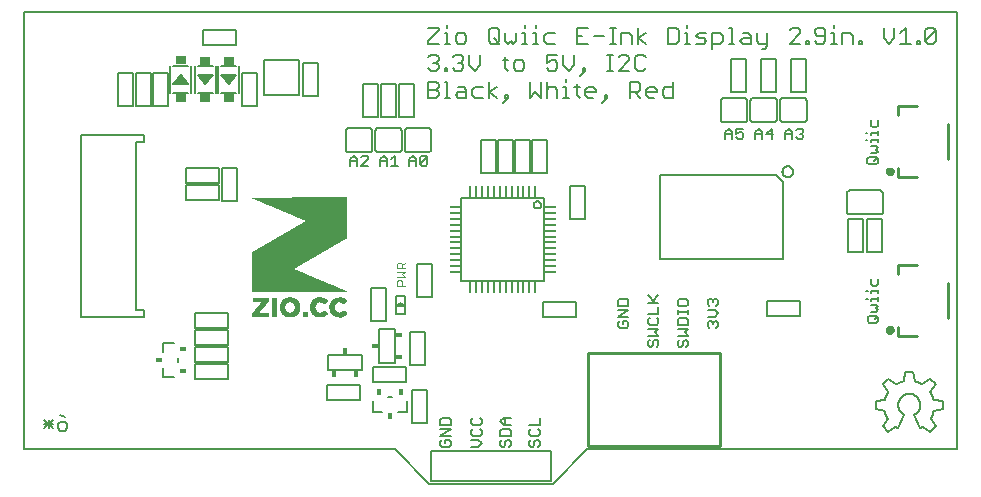
<source format=gto>
G75*
%MOIN*%
%OFA0B0*%
%FSLAX25Y25*%
%IPPOS*%
%LPD*%
%AMOC8*
5,1,8,0,0,1.08239X$1,22.5*
%
%ADD10C,0.00600*%
%ADD11C,0.00700*%
%ADD12C,0.00500*%
%ADD13C,0.00400*%
%ADD14R,0.03346X0.02953*%
%ADD15R,0.02300X0.01800*%
%ADD16R,0.01800X0.02300*%
%ADD17R,0.00866X0.03937*%
%ADD18R,0.03937X0.00866*%
%ADD19C,0.01000*%
%ADD20C,0.01575*%
%ADD21C,0.00010*%
D10*
X0003112Y0018800D02*
X0003112Y0164469D01*
X0314136Y0164469D01*
X0314136Y0018800D01*
X0190812Y0018800D01*
X0179254Y0007200D01*
X0138112Y0007200D01*
X0126612Y0018800D01*
X0003112Y0018800D01*
X0009744Y0025812D02*
X0012680Y0028748D01*
X0011212Y0028748D02*
X0011212Y0025812D01*
X0012680Y0025812D02*
X0009744Y0028748D01*
X0009744Y0027280D02*
X0012680Y0027280D01*
X0014348Y0027280D02*
X0014348Y0025812D01*
X0015082Y0025078D01*
X0016550Y0025078D01*
X0017284Y0025812D01*
X0017284Y0027280D01*
X0016550Y0028014D01*
X0015082Y0028014D01*
X0014348Y0027280D01*
X0015082Y0030216D02*
X0016550Y0029482D01*
X0104412Y0045200D02*
X0104412Y0050400D01*
X0106612Y0050400D01*
X0104412Y0050400D02*
X0104412Y0047200D01*
X0104412Y0045200D02*
X0115612Y0045200D01*
X0115612Y0050400D01*
X0113412Y0050400D01*
X0115612Y0050400D02*
X0115612Y0047200D01*
X0115612Y0050400D02*
X0104412Y0050400D01*
X0121512Y0049800D02*
X0121512Y0047600D01*
X0124712Y0047600D01*
X0126712Y0047600D02*
X0121512Y0047600D01*
X0121512Y0058800D01*
X0121512Y0056600D01*
X0121512Y0058800D02*
X0124712Y0058800D01*
X0126712Y0058800D02*
X0121512Y0058800D01*
X0126712Y0058800D02*
X0126712Y0047600D01*
X0127912Y0118000D02*
X0121112Y0118000D01*
X0121052Y0118002D01*
X0120991Y0118007D01*
X0120932Y0118016D01*
X0120873Y0118029D01*
X0120814Y0118045D01*
X0120757Y0118065D01*
X0120702Y0118088D01*
X0120647Y0118115D01*
X0120595Y0118144D01*
X0120544Y0118177D01*
X0120495Y0118213D01*
X0120449Y0118251D01*
X0120405Y0118293D01*
X0120363Y0118337D01*
X0120325Y0118383D01*
X0120289Y0118432D01*
X0120256Y0118483D01*
X0120227Y0118535D01*
X0120200Y0118590D01*
X0120177Y0118645D01*
X0120157Y0118702D01*
X0120141Y0118761D01*
X0120128Y0118820D01*
X0120119Y0118879D01*
X0120114Y0118940D01*
X0120112Y0119000D01*
X0120112Y0125000D01*
X0119112Y0125000D02*
X0119112Y0119000D01*
X0119110Y0118940D01*
X0119105Y0118879D01*
X0119096Y0118820D01*
X0119083Y0118761D01*
X0119067Y0118702D01*
X0119047Y0118645D01*
X0119024Y0118590D01*
X0118997Y0118535D01*
X0118968Y0118483D01*
X0118935Y0118432D01*
X0118899Y0118383D01*
X0118861Y0118337D01*
X0118819Y0118293D01*
X0118775Y0118251D01*
X0118729Y0118213D01*
X0118680Y0118177D01*
X0118629Y0118144D01*
X0118577Y0118115D01*
X0118522Y0118088D01*
X0118467Y0118065D01*
X0118410Y0118045D01*
X0118351Y0118029D01*
X0118292Y0118016D01*
X0118233Y0118007D01*
X0118172Y0118002D01*
X0118112Y0118000D01*
X0111312Y0118000D01*
X0111252Y0118002D01*
X0111191Y0118007D01*
X0111132Y0118016D01*
X0111073Y0118029D01*
X0111014Y0118045D01*
X0110957Y0118065D01*
X0110902Y0118088D01*
X0110847Y0118115D01*
X0110795Y0118144D01*
X0110744Y0118177D01*
X0110695Y0118213D01*
X0110649Y0118251D01*
X0110605Y0118293D01*
X0110563Y0118337D01*
X0110525Y0118383D01*
X0110489Y0118432D01*
X0110456Y0118483D01*
X0110427Y0118535D01*
X0110400Y0118590D01*
X0110377Y0118645D01*
X0110357Y0118702D01*
X0110341Y0118761D01*
X0110328Y0118820D01*
X0110319Y0118879D01*
X0110314Y0118940D01*
X0110312Y0119000D01*
X0110312Y0125000D01*
X0110314Y0125060D01*
X0110319Y0125121D01*
X0110328Y0125180D01*
X0110341Y0125239D01*
X0110357Y0125298D01*
X0110377Y0125355D01*
X0110400Y0125410D01*
X0110427Y0125465D01*
X0110456Y0125517D01*
X0110489Y0125568D01*
X0110525Y0125617D01*
X0110563Y0125663D01*
X0110605Y0125707D01*
X0110649Y0125749D01*
X0110695Y0125787D01*
X0110744Y0125823D01*
X0110795Y0125856D01*
X0110847Y0125885D01*
X0110902Y0125912D01*
X0110957Y0125935D01*
X0111014Y0125955D01*
X0111073Y0125971D01*
X0111132Y0125984D01*
X0111191Y0125993D01*
X0111252Y0125998D01*
X0111312Y0126000D01*
X0118112Y0126000D01*
X0118172Y0125998D01*
X0118233Y0125993D01*
X0118292Y0125984D01*
X0118351Y0125971D01*
X0118410Y0125955D01*
X0118467Y0125935D01*
X0118522Y0125912D01*
X0118577Y0125885D01*
X0118629Y0125856D01*
X0118680Y0125823D01*
X0118729Y0125787D01*
X0118775Y0125749D01*
X0118819Y0125707D01*
X0118861Y0125663D01*
X0118899Y0125617D01*
X0118935Y0125568D01*
X0118968Y0125517D01*
X0118997Y0125465D01*
X0119024Y0125410D01*
X0119047Y0125355D01*
X0119067Y0125298D01*
X0119083Y0125239D01*
X0119096Y0125180D01*
X0119105Y0125121D01*
X0119110Y0125060D01*
X0119112Y0125000D01*
X0120112Y0125000D02*
X0120114Y0125060D01*
X0120119Y0125121D01*
X0120128Y0125180D01*
X0120141Y0125239D01*
X0120157Y0125298D01*
X0120177Y0125355D01*
X0120200Y0125410D01*
X0120227Y0125465D01*
X0120256Y0125517D01*
X0120289Y0125568D01*
X0120325Y0125617D01*
X0120363Y0125663D01*
X0120405Y0125707D01*
X0120449Y0125749D01*
X0120495Y0125787D01*
X0120544Y0125823D01*
X0120595Y0125856D01*
X0120647Y0125885D01*
X0120702Y0125912D01*
X0120757Y0125935D01*
X0120814Y0125955D01*
X0120873Y0125971D01*
X0120932Y0125984D01*
X0120991Y0125993D01*
X0121052Y0125998D01*
X0121112Y0126000D01*
X0127912Y0126000D01*
X0127972Y0125998D01*
X0128033Y0125993D01*
X0128092Y0125984D01*
X0128151Y0125971D01*
X0128210Y0125955D01*
X0128267Y0125935D01*
X0128322Y0125912D01*
X0128377Y0125885D01*
X0128429Y0125856D01*
X0128480Y0125823D01*
X0128529Y0125787D01*
X0128575Y0125749D01*
X0128619Y0125707D01*
X0128661Y0125663D01*
X0128699Y0125617D01*
X0128735Y0125568D01*
X0128768Y0125517D01*
X0128797Y0125465D01*
X0128824Y0125410D01*
X0128847Y0125355D01*
X0128867Y0125298D01*
X0128883Y0125239D01*
X0128896Y0125180D01*
X0128905Y0125121D01*
X0128910Y0125060D01*
X0128912Y0125000D01*
X0128912Y0119000D01*
X0128910Y0118940D01*
X0128905Y0118879D01*
X0128896Y0118820D01*
X0128883Y0118761D01*
X0128867Y0118702D01*
X0128847Y0118645D01*
X0128824Y0118590D01*
X0128797Y0118535D01*
X0128768Y0118483D01*
X0128735Y0118432D01*
X0128699Y0118383D01*
X0128661Y0118337D01*
X0128619Y0118293D01*
X0128575Y0118251D01*
X0128529Y0118213D01*
X0128480Y0118177D01*
X0128429Y0118144D01*
X0128377Y0118115D01*
X0128322Y0118088D01*
X0128267Y0118065D01*
X0128210Y0118045D01*
X0128151Y0118029D01*
X0128092Y0118016D01*
X0128033Y0118007D01*
X0127972Y0118002D01*
X0127912Y0118000D01*
X0129912Y0119000D02*
X0129912Y0125000D01*
X0129914Y0125060D01*
X0129919Y0125121D01*
X0129928Y0125180D01*
X0129941Y0125239D01*
X0129957Y0125298D01*
X0129977Y0125355D01*
X0130000Y0125410D01*
X0130027Y0125465D01*
X0130056Y0125517D01*
X0130089Y0125568D01*
X0130125Y0125617D01*
X0130163Y0125663D01*
X0130205Y0125707D01*
X0130249Y0125749D01*
X0130295Y0125787D01*
X0130344Y0125823D01*
X0130395Y0125856D01*
X0130447Y0125885D01*
X0130502Y0125912D01*
X0130557Y0125935D01*
X0130614Y0125955D01*
X0130673Y0125971D01*
X0130732Y0125984D01*
X0130791Y0125993D01*
X0130852Y0125998D01*
X0130912Y0126000D01*
X0137712Y0126000D01*
X0137772Y0125998D01*
X0137833Y0125993D01*
X0137892Y0125984D01*
X0137951Y0125971D01*
X0138010Y0125955D01*
X0138067Y0125935D01*
X0138122Y0125912D01*
X0138177Y0125885D01*
X0138229Y0125856D01*
X0138280Y0125823D01*
X0138329Y0125787D01*
X0138375Y0125749D01*
X0138419Y0125707D01*
X0138461Y0125663D01*
X0138499Y0125617D01*
X0138535Y0125568D01*
X0138568Y0125517D01*
X0138597Y0125465D01*
X0138624Y0125410D01*
X0138647Y0125355D01*
X0138667Y0125298D01*
X0138683Y0125239D01*
X0138696Y0125180D01*
X0138705Y0125121D01*
X0138710Y0125060D01*
X0138712Y0125000D01*
X0138712Y0119000D01*
X0138710Y0118940D01*
X0138705Y0118879D01*
X0138696Y0118820D01*
X0138683Y0118761D01*
X0138667Y0118702D01*
X0138647Y0118645D01*
X0138624Y0118590D01*
X0138597Y0118535D01*
X0138568Y0118483D01*
X0138535Y0118432D01*
X0138499Y0118383D01*
X0138461Y0118337D01*
X0138419Y0118293D01*
X0138375Y0118251D01*
X0138329Y0118213D01*
X0138280Y0118177D01*
X0138229Y0118144D01*
X0138177Y0118115D01*
X0138122Y0118088D01*
X0138067Y0118065D01*
X0138010Y0118045D01*
X0137951Y0118029D01*
X0137892Y0118016D01*
X0137833Y0118007D01*
X0137772Y0118002D01*
X0137712Y0118000D01*
X0130912Y0118000D01*
X0130852Y0118002D01*
X0130791Y0118007D01*
X0130732Y0118016D01*
X0130673Y0118029D01*
X0130614Y0118045D01*
X0130557Y0118065D01*
X0130502Y0118088D01*
X0130447Y0118115D01*
X0130395Y0118144D01*
X0130344Y0118177D01*
X0130295Y0118213D01*
X0130249Y0118251D01*
X0130205Y0118293D01*
X0130163Y0118337D01*
X0130125Y0118383D01*
X0130089Y0118432D01*
X0130056Y0118483D01*
X0130027Y0118535D01*
X0130000Y0118590D01*
X0129977Y0118645D01*
X0129957Y0118702D01*
X0129941Y0118761D01*
X0129928Y0118820D01*
X0129919Y0118879D01*
X0129914Y0118940D01*
X0129912Y0119000D01*
X0235309Y0129000D02*
X0235309Y0135000D01*
X0235311Y0135060D01*
X0235316Y0135121D01*
X0235325Y0135180D01*
X0235338Y0135239D01*
X0235354Y0135298D01*
X0235374Y0135355D01*
X0235397Y0135410D01*
X0235424Y0135465D01*
X0235453Y0135517D01*
X0235486Y0135568D01*
X0235522Y0135617D01*
X0235560Y0135663D01*
X0235602Y0135707D01*
X0235646Y0135749D01*
X0235692Y0135787D01*
X0235741Y0135823D01*
X0235792Y0135856D01*
X0235844Y0135885D01*
X0235899Y0135912D01*
X0235954Y0135935D01*
X0236011Y0135955D01*
X0236070Y0135971D01*
X0236129Y0135984D01*
X0236188Y0135993D01*
X0236249Y0135998D01*
X0236309Y0136000D01*
X0243109Y0136000D01*
X0243169Y0135998D01*
X0243230Y0135993D01*
X0243289Y0135984D01*
X0243348Y0135971D01*
X0243407Y0135955D01*
X0243464Y0135935D01*
X0243519Y0135912D01*
X0243574Y0135885D01*
X0243626Y0135856D01*
X0243677Y0135823D01*
X0243726Y0135787D01*
X0243772Y0135749D01*
X0243816Y0135707D01*
X0243858Y0135663D01*
X0243896Y0135617D01*
X0243932Y0135568D01*
X0243965Y0135517D01*
X0243994Y0135465D01*
X0244021Y0135410D01*
X0244044Y0135355D01*
X0244064Y0135298D01*
X0244080Y0135239D01*
X0244093Y0135180D01*
X0244102Y0135121D01*
X0244107Y0135060D01*
X0244109Y0135000D01*
X0244109Y0129000D01*
X0244107Y0128940D01*
X0244102Y0128879D01*
X0244093Y0128820D01*
X0244080Y0128761D01*
X0244064Y0128702D01*
X0244044Y0128645D01*
X0244021Y0128590D01*
X0243994Y0128535D01*
X0243965Y0128483D01*
X0243932Y0128432D01*
X0243896Y0128383D01*
X0243858Y0128337D01*
X0243816Y0128293D01*
X0243772Y0128251D01*
X0243726Y0128213D01*
X0243677Y0128177D01*
X0243626Y0128144D01*
X0243574Y0128115D01*
X0243519Y0128088D01*
X0243464Y0128065D01*
X0243407Y0128045D01*
X0243348Y0128029D01*
X0243289Y0128016D01*
X0243230Y0128007D01*
X0243169Y0128002D01*
X0243109Y0128000D01*
X0236309Y0128000D01*
X0236249Y0128002D01*
X0236188Y0128007D01*
X0236129Y0128016D01*
X0236070Y0128029D01*
X0236011Y0128045D01*
X0235954Y0128065D01*
X0235899Y0128088D01*
X0235844Y0128115D01*
X0235792Y0128144D01*
X0235741Y0128177D01*
X0235692Y0128213D01*
X0235646Y0128251D01*
X0235602Y0128293D01*
X0235560Y0128337D01*
X0235522Y0128383D01*
X0235486Y0128432D01*
X0235453Y0128483D01*
X0235424Y0128535D01*
X0235397Y0128590D01*
X0235374Y0128645D01*
X0235354Y0128702D01*
X0235338Y0128761D01*
X0235325Y0128820D01*
X0235316Y0128879D01*
X0235311Y0128940D01*
X0235309Y0129000D01*
X0245151Y0129000D02*
X0245151Y0135000D01*
X0245153Y0135060D01*
X0245158Y0135121D01*
X0245167Y0135180D01*
X0245180Y0135239D01*
X0245196Y0135298D01*
X0245216Y0135355D01*
X0245239Y0135410D01*
X0245266Y0135465D01*
X0245295Y0135517D01*
X0245328Y0135568D01*
X0245364Y0135617D01*
X0245402Y0135663D01*
X0245444Y0135707D01*
X0245488Y0135749D01*
X0245534Y0135787D01*
X0245583Y0135823D01*
X0245634Y0135856D01*
X0245686Y0135885D01*
X0245741Y0135912D01*
X0245796Y0135935D01*
X0245853Y0135955D01*
X0245912Y0135971D01*
X0245971Y0135984D01*
X0246030Y0135993D01*
X0246091Y0135998D01*
X0246151Y0136000D01*
X0252951Y0136000D01*
X0253011Y0135998D01*
X0253072Y0135993D01*
X0253131Y0135984D01*
X0253190Y0135971D01*
X0253249Y0135955D01*
X0253306Y0135935D01*
X0253361Y0135912D01*
X0253416Y0135885D01*
X0253468Y0135856D01*
X0253519Y0135823D01*
X0253568Y0135787D01*
X0253614Y0135749D01*
X0253658Y0135707D01*
X0253700Y0135663D01*
X0253738Y0135617D01*
X0253774Y0135568D01*
X0253807Y0135517D01*
X0253836Y0135465D01*
X0253863Y0135410D01*
X0253886Y0135355D01*
X0253906Y0135298D01*
X0253922Y0135239D01*
X0253935Y0135180D01*
X0253944Y0135121D01*
X0253949Y0135060D01*
X0253951Y0135000D01*
X0253951Y0129000D01*
X0253949Y0128940D01*
X0253944Y0128879D01*
X0253935Y0128820D01*
X0253922Y0128761D01*
X0253906Y0128702D01*
X0253886Y0128645D01*
X0253863Y0128590D01*
X0253836Y0128535D01*
X0253807Y0128483D01*
X0253774Y0128432D01*
X0253738Y0128383D01*
X0253700Y0128337D01*
X0253658Y0128293D01*
X0253614Y0128251D01*
X0253568Y0128213D01*
X0253519Y0128177D01*
X0253468Y0128144D01*
X0253416Y0128115D01*
X0253361Y0128088D01*
X0253306Y0128065D01*
X0253249Y0128045D01*
X0253190Y0128029D01*
X0253131Y0128016D01*
X0253072Y0128007D01*
X0253011Y0128002D01*
X0252951Y0128000D01*
X0246151Y0128000D01*
X0246091Y0128002D01*
X0246030Y0128007D01*
X0245971Y0128016D01*
X0245912Y0128029D01*
X0245853Y0128045D01*
X0245796Y0128065D01*
X0245741Y0128088D01*
X0245686Y0128115D01*
X0245634Y0128144D01*
X0245583Y0128177D01*
X0245534Y0128213D01*
X0245488Y0128251D01*
X0245444Y0128293D01*
X0245402Y0128337D01*
X0245364Y0128383D01*
X0245328Y0128432D01*
X0245295Y0128483D01*
X0245266Y0128535D01*
X0245239Y0128590D01*
X0245216Y0128645D01*
X0245196Y0128702D01*
X0245180Y0128761D01*
X0245167Y0128820D01*
X0245158Y0128879D01*
X0245153Y0128940D01*
X0245151Y0129000D01*
X0255094Y0129000D02*
X0255094Y0135000D01*
X0255096Y0135060D01*
X0255101Y0135121D01*
X0255110Y0135180D01*
X0255123Y0135239D01*
X0255139Y0135298D01*
X0255159Y0135355D01*
X0255182Y0135410D01*
X0255209Y0135465D01*
X0255238Y0135517D01*
X0255271Y0135568D01*
X0255307Y0135617D01*
X0255345Y0135663D01*
X0255387Y0135707D01*
X0255431Y0135749D01*
X0255477Y0135787D01*
X0255526Y0135823D01*
X0255577Y0135856D01*
X0255629Y0135885D01*
X0255684Y0135912D01*
X0255739Y0135935D01*
X0255796Y0135955D01*
X0255855Y0135971D01*
X0255914Y0135984D01*
X0255973Y0135993D01*
X0256034Y0135998D01*
X0256094Y0136000D01*
X0262894Y0136000D01*
X0262954Y0135998D01*
X0263015Y0135993D01*
X0263074Y0135984D01*
X0263133Y0135971D01*
X0263192Y0135955D01*
X0263249Y0135935D01*
X0263304Y0135912D01*
X0263359Y0135885D01*
X0263411Y0135856D01*
X0263462Y0135823D01*
X0263511Y0135787D01*
X0263557Y0135749D01*
X0263601Y0135707D01*
X0263643Y0135663D01*
X0263681Y0135617D01*
X0263717Y0135568D01*
X0263750Y0135517D01*
X0263779Y0135465D01*
X0263806Y0135410D01*
X0263829Y0135355D01*
X0263849Y0135298D01*
X0263865Y0135239D01*
X0263878Y0135180D01*
X0263887Y0135121D01*
X0263892Y0135060D01*
X0263894Y0135000D01*
X0263894Y0129000D01*
X0263892Y0128940D01*
X0263887Y0128879D01*
X0263878Y0128820D01*
X0263865Y0128761D01*
X0263849Y0128702D01*
X0263829Y0128645D01*
X0263806Y0128590D01*
X0263779Y0128535D01*
X0263750Y0128483D01*
X0263717Y0128432D01*
X0263681Y0128383D01*
X0263643Y0128337D01*
X0263601Y0128293D01*
X0263557Y0128251D01*
X0263511Y0128213D01*
X0263462Y0128177D01*
X0263411Y0128144D01*
X0263359Y0128115D01*
X0263304Y0128088D01*
X0263249Y0128065D01*
X0263192Y0128045D01*
X0263133Y0128029D01*
X0263074Y0128016D01*
X0263015Y0128007D01*
X0262954Y0128002D01*
X0262894Y0128000D01*
X0256094Y0128000D01*
X0256034Y0128002D01*
X0255973Y0128007D01*
X0255914Y0128016D01*
X0255855Y0128029D01*
X0255796Y0128045D01*
X0255739Y0128065D01*
X0255684Y0128088D01*
X0255629Y0128115D01*
X0255577Y0128144D01*
X0255526Y0128177D01*
X0255477Y0128213D01*
X0255431Y0128251D01*
X0255387Y0128293D01*
X0255345Y0128337D01*
X0255307Y0128383D01*
X0255271Y0128432D01*
X0255238Y0128483D01*
X0255209Y0128535D01*
X0255182Y0128590D01*
X0255159Y0128645D01*
X0255139Y0128702D01*
X0255123Y0128761D01*
X0255110Y0128820D01*
X0255101Y0128879D01*
X0255096Y0128940D01*
X0255094Y0129000D01*
X0278312Y0105200D02*
X0288312Y0105200D01*
X0288372Y0105198D01*
X0288433Y0105193D01*
X0288492Y0105184D01*
X0288551Y0105171D01*
X0288610Y0105155D01*
X0288667Y0105135D01*
X0288722Y0105112D01*
X0288777Y0105085D01*
X0288829Y0105056D01*
X0288880Y0105023D01*
X0288929Y0104987D01*
X0288975Y0104949D01*
X0289019Y0104907D01*
X0289061Y0104863D01*
X0289099Y0104817D01*
X0289135Y0104768D01*
X0289168Y0104717D01*
X0289197Y0104665D01*
X0289224Y0104610D01*
X0289247Y0104555D01*
X0289267Y0104498D01*
X0289283Y0104439D01*
X0289296Y0104380D01*
X0289305Y0104321D01*
X0289310Y0104260D01*
X0289312Y0104200D01*
X0289312Y0098200D01*
X0289310Y0098140D01*
X0289305Y0098079D01*
X0289296Y0098020D01*
X0289283Y0097961D01*
X0289267Y0097902D01*
X0289247Y0097845D01*
X0289224Y0097790D01*
X0289197Y0097735D01*
X0289168Y0097683D01*
X0289135Y0097632D01*
X0289099Y0097583D01*
X0289061Y0097537D01*
X0289019Y0097493D01*
X0288975Y0097451D01*
X0288929Y0097413D01*
X0288880Y0097377D01*
X0288829Y0097344D01*
X0288777Y0097315D01*
X0288722Y0097288D01*
X0288667Y0097265D01*
X0288610Y0097245D01*
X0288551Y0097229D01*
X0288492Y0097216D01*
X0288433Y0097207D01*
X0288372Y0097202D01*
X0288312Y0097200D01*
X0278312Y0097200D01*
X0278252Y0097202D01*
X0278191Y0097207D01*
X0278132Y0097216D01*
X0278073Y0097229D01*
X0278014Y0097245D01*
X0277957Y0097265D01*
X0277902Y0097288D01*
X0277847Y0097315D01*
X0277795Y0097344D01*
X0277744Y0097377D01*
X0277695Y0097413D01*
X0277649Y0097451D01*
X0277605Y0097493D01*
X0277563Y0097537D01*
X0277525Y0097583D01*
X0277489Y0097632D01*
X0277456Y0097683D01*
X0277427Y0097735D01*
X0277400Y0097790D01*
X0277377Y0097845D01*
X0277357Y0097902D01*
X0277341Y0097961D01*
X0277328Y0098020D01*
X0277319Y0098079D01*
X0277314Y0098140D01*
X0277312Y0098200D01*
X0277312Y0104200D01*
X0277314Y0104260D01*
X0277319Y0104321D01*
X0277328Y0104380D01*
X0277341Y0104439D01*
X0277357Y0104498D01*
X0277377Y0104555D01*
X0277400Y0104610D01*
X0277427Y0104665D01*
X0277456Y0104717D01*
X0277489Y0104768D01*
X0277525Y0104817D01*
X0277563Y0104863D01*
X0277605Y0104907D01*
X0277649Y0104949D01*
X0277695Y0104987D01*
X0277744Y0105023D01*
X0277795Y0105056D01*
X0277847Y0105085D01*
X0277902Y0105112D01*
X0277957Y0105135D01*
X0278014Y0105155D01*
X0278073Y0105171D01*
X0278132Y0105184D01*
X0278191Y0105193D01*
X0278252Y0105198D01*
X0278312Y0105200D01*
X0296712Y0044700D02*
X0299412Y0044700D01*
X0299912Y0041500D01*
X0302412Y0040500D02*
X0305012Y0042300D01*
X0306912Y0040500D01*
X0305112Y0037900D01*
X0306212Y0035400D02*
X0309212Y0034800D01*
X0309212Y0032200D01*
X0306212Y0031700D01*
X0305212Y0029000D02*
X0306912Y0026600D01*
X0305012Y0024700D01*
X0302612Y0026400D01*
X0301612Y0025800D01*
X0299712Y0030300D01*
X0305212Y0028995D02*
X0305308Y0029161D01*
X0305401Y0029328D01*
X0305489Y0029498D01*
X0305573Y0029670D01*
X0305653Y0029843D01*
X0305729Y0030019D01*
X0305801Y0030196D01*
X0305868Y0030375D01*
X0305932Y0030556D01*
X0305991Y0030738D01*
X0306045Y0030921D01*
X0306096Y0031106D01*
X0306142Y0031291D01*
X0306183Y0031478D01*
X0306220Y0031666D01*
X0306202Y0035400D02*
X0306152Y0035588D01*
X0306097Y0035775D01*
X0306038Y0035961D01*
X0305974Y0036145D01*
X0305906Y0036328D01*
X0305833Y0036509D01*
X0305756Y0036688D01*
X0305675Y0036865D01*
X0305589Y0037041D01*
X0305500Y0037214D01*
X0305406Y0037385D01*
X0305308Y0037553D01*
X0305206Y0037720D01*
X0305101Y0037883D01*
X0299712Y0030400D02*
X0299819Y0030455D01*
X0299925Y0030512D01*
X0300028Y0030574D01*
X0300130Y0030638D01*
X0300229Y0030706D01*
X0300326Y0030777D01*
X0300421Y0030851D01*
X0300513Y0030928D01*
X0300603Y0031009D01*
X0300690Y0031092D01*
X0300774Y0031178D01*
X0300855Y0031266D01*
X0300933Y0031358D01*
X0301009Y0031452D01*
X0301081Y0031548D01*
X0301150Y0031646D01*
X0301216Y0031747D01*
X0301278Y0031850D01*
X0301337Y0031955D01*
X0301393Y0032061D01*
X0301445Y0032170D01*
X0301493Y0032280D01*
X0301538Y0032392D01*
X0301579Y0032505D01*
X0301616Y0032619D01*
X0301650Y0032735D01*
X0301679Y0032851D01*
X0301705Y0032969D01*
X0301727Y0033087D01*
X0301746Y0033206D01*
X0301760Y0033325D01*
X0301770Y0033445D01*
X0301777Y0033565D01*
X0301779Y0033686D01*
X0301777Y0033806D01*
X0301772Y0033926D01*
X0301763Y0034046D01*
X0301749Y0034166D01*
X0301732Y0034285D01*
X0301711Y0034403D01*
X0301686Y0034521D01*
X0301657Y0034638D01*
X0301624Y0034753D01*
X0301588Y0034868D01*
X0301548Y0034981D01*
X0301504Y0035093D01*
X0301456Y0035204D01*
X0301405Y0035313D01*
X0301351Y0035420D01*
X0301292Y0035525D01*
X0301231Y0035629D01*
X0301166Y0035730D01*
X0301098Y0035829D01*
X0301026Y0035926D01*
X0300952Y0036020D01*
X0300874Y0036112D01*
X0300794Y0036201D01*
X0300710Y0036288D01*
X0300624Y0036372D01*
X0300535Y0036453D01*
X0300443Y0036531D01*
X0300349Y0036606D01*
X0300253Y0036677D01*
X0300154Y0036746D01*
X0300053Y0036811D01*
X0299950Y0036873D01*
X0299845Y0036932D01*
X0299738Y0036987D01*
X0299629Y0037039D01*
X0299519Y0037086D01*
X0299407Y0037131D01*
X0299294Y0037171D01*
X0299179Y0037208D01*
X0299063Y0037241D01*
X0298947Y0037271D01*
X0298829Y0037296D01*
X0298711Y0037318D01*
X0298592Y0037335D01*
X0298472Y0037349D01*
X0298352Y0037359D01*
X0298232Y0037365D01*
X0298112Y0037367D01*
X0297992Y0037365D01*
X0297872Y0037359D01*
X0297752Y0037349D01*
X0297632Y0037335D01*
X0297513Y0037318D01*
X0297395Y0037296D01*
X0297277Y0037271D01*
X0297161Y0037241D01*
X0297045Y0037208D01*
X0296930Y0037171D01*
X0296817Y0037131D01*
X0296705Y0037086D01*
X0296595Y0037039D01*
X0296486Y0036987D01*
X0296379Y0036932D01*
X0296274Y0036873D01*
X0296171Y0036811D01*
X0296070Y0036746D01*
X0295971Y0036677D01*
X0295875Y0036606D01*
X0295781Y0036531D01*
X0295689Y0036453D01*
X0295600Y0036372D01*
X0295514Y0036288D01*
X0295430Y0036201D01*
X0295350Y0036112D01*
X0295272Y0036020D01*
X0295198Y0035926D01*
X0295126Y0035829D01*
X0295058Y0035730D01*
X0294993Y0035629D01*
X0294932Y0035525D01*
X0294873Y0035420D01*
X0294819Y0035313D01*
X0294768Y0035204D01*
X0294720Y0035093D01*
X0294676Y0034981D01*
X0294636Y0034868D01*
X0294600Y0034753D01*
X0294567Y0034638D01*
X0294538Y0034521D01*
X0294513Y0034403D01*
X0294492Y0034285D01*
X0294475Y0034166D01*
X0294461Y0034046D01*
X0294452Y0033926D01*
X0294447Y0033806D01*
X0294445Y0033686D01*
X0294447Y0033565D01*
X0294454Y0033445D01*
X0294464Y0033325D01*
X0294478Y0033206D01*
X0294497Y0033087D01*
X0294519Y0032969D01*
X0294545Y0032851D01*
X0294574Y0032735D01*
X0294608Y0032619D01*
X0294645Y0032505D01*
X0294686Y0032392D01*
X0294731Y0032280D01*
X0294779Y0032170D01*
X0294831Y0032061D01*
X0294887Y0031955D01*
X0294946Y0031850D01*
X0295008Y0031747D01*
X0295074Y0031646D01*
X0295143Y0031548D01*
X0295215Y0031452D01*
X0295291Y0031358D01*
X0295369Y0031266D01*
X0295450Y0031178D01*
X0295534Y0031092D01*
X0295621Y0031009D01*
X0295711Y0030928D01*
X0295803Y0030851D01*
X0295898Y0030777D01*
X0295995Y0030706D01*
X0296094Y0030638D01*
X0296196Y0030574D01*
X0296299Y0030512D01*
X0296405Y0030455D01*
X0296512Y0030400D01*
X0296512Y0030300D02*
X0294512Y0025800D01*
X0293512Y0026400D01*
X0291112Y0024700D01*
X0289312Y0026600D01*
X0290912Y0029000D01*
X0289912Y0031700D02*
X0286912Y0032200D01*
X0286912Y0034800D01*
X0289912Y0035400D01*
X0291012Y0037900D02*
X0289212Y0040500D01*
X0291112Y0042300D01*
X0293712Y0040500D01*
X0296212Y0041500D02*
X0296712Y0044700D01*
X0296137Y0041506D02*
X0295944Y0041459D01*
X0295751Y0041406D01*
X0295560Y0041349D01*
X0295371Y0041288D01*
X0295183Y0041222D01*
X0294996Y0041151D01*
X0294812Y0041076D01*
X0294629Y0040997D01*
X0294448Y0040913D01*
X0294269Y0040825D01*
X0294093Y0040733D01*
X0293918Y0040636D01*
X0293746Y0040536D01*
X0291020Y0037846D02*
X0290920Y0037684D01*
X0290823Y0037519D01*
X0290730Y0037352D01*
X0290642Y0037183D01*
X0290557Y0037013D01*
X0290476Y0036840D01*
X0290399Y0036665D01*
X0290326Y0036489D01*
X0290257Y0036311D01*
X0290192Y0036131D01*
X0290131Y0035951D01*
X0290075Y0035768D01*
X0290022Y0035585D01*
X0289974Y0035400D01*
X0289918Y0031684D02*
X0289961Y0031484D01*
X0290008Y0031286D01*
X0290060Y0031089D01*
X0290118Y0030893D01*
X0290179Y0030698D01*
X0290246Y0030505D01*
X0290317Y0030314D01*
X0290393Y0030124D01*
X0290474Y0029937D01*
X0290559Y0029751D01*
X0290649Y0029568D01*
X0290743Y0029387D01*
X0290842Y0029208D01*
X0290945Y0029032D01*
X0299965Y0041525D02*
X0300152Y0041480D01*
X0300338Y0041431D01*
X0300523Y0041377D01*
X0300706Y0041319D01*
X0300888Y0041257D01*
X0301069Y0041191D01*
X0301248Y0041121D01*
X0301425Y0041047D01*
X0301601Y0040968D01*
X0301774Y0040886D01*
X0301946Y0040799D01*
X0302116Y0040709D01*
X0302284Y0040615D01*
X0302449Y0040517D01*
D11*
X0197440Y0136050D02*
X0195672Y0134282D01*
X0196556Y0136050D02*
X0197440Y0136050D01*
X0197440Y0136934D01*
X0196556Y0136934D01*
X0196556Y0136050D01*
X0193683Y0137818D02*
X0190147Y0137818D01*
X0190147Y0136934D02*
X0190147Y0138702D01*
X0191031Y0139586D01*
X0192799Y0139586D01*
X0193683Y0138702D01*
X0193683Y0137818D01*
X0192799Y0136050D02*
X0191031Y0136050D01*
X0190147Y0136934D01*
X0188232Y0136050D02*
X0187348Y0136934D01*
X0187348Y0140470D01*
X0186464Y0139586D02*
X0188232Y0139586D01*
X0183665Y0139586D02*
X0183665Y0136050D01*
X0182781Y0136050D02*
X0184549Y0136050D01*
X0180792Y0136050D02*
X0180792Y0138702D01*
X0179908Y0139586D01*
X0178140Y0139586D01*
X0177256Y0138702D01*
X0177256Y0136050D02*
X0177256Y0141355D01*
X0175268Y0141355D02*
X0175268Y0136050D01*
X0173499Y0137818D01*
X0171731Y0136050D01*
X0171731Y0141355D01*
X0168859Y0145050D02*
X0167091Y0145050D01*
X0166206Y0145934D01*
X0166206Y0147702D01*
X0167091Y0148586D01*
X0168859Y0148586D01*
X0169743Y0147702D01*
X0169743Y0145934D01*
X0168859Y0145050D01*
X0164291Y0145050D02*
X0163407Y0145934D01*
X0163407Y0149470D01*
X0162523Y0148586D02*
X0164291Y0148586D01*
X0164328Y0154050D02*
X0165212Y0154934D01*
X0166096Y0154050D01*
X0166980Y0154934D01*
X0166980Y0157586D01*
X0168969Y0157586D02*
X0169853Y0157586D01*
X0169853Y0154050D01*
X0168969Y0154050D02*
X0170737Y0154050D01*
X0172652Y0154050D02*
X0174420Y0154050D01*
X0173536Y0154050D02*
X0173536Y0157586D01*
X0172652Y0157586D01*
X0173536Y0159355D02*
X0173536Y0160239D01*
X0176335Y0156702D02*
X0177219Y0157586D01*
X0179871Y0157586D01*
X0176335Y0156702D02*
X0176335Y0154934D01*
X0177219Y0154050D01*
X0179871Y0154050D01*
X0180792Y0150355D02*
X0177256Y0150355D01*
X0177256Y0147702D01*
X0179024Y0148586D01*
X0179908Y0148586D01*
X0180792Y0147702D01*
X0180792Y0145934D01*
X0179908Y0145050D01*
X0178140Y0145050D01*
X0177256Y0145934D01*
X0182781Y0146818D02*
X0184549Y0145050D01*
X0186317Y0146818D01*
X0186317Y0150355D01*
X0182781Y0150355D02*
X0182781Y0146818D01*
X0189189Y0145934D02*
X0189189Y0145050D01*
X0190073Y0145050D01*
X0190073Y0145934D01*
X0189189Y0145934D01*
X0190073Y0145050D02*
X0188305Y0143282D01*
X0183665Y0142239D02*
X0183665Y0141355D01*
X0183665Y0139586D02*
X0182781Y0139586D01*
X0197513Y0145050D02*
X0199281Y0145050D01*
X0198397Y0145050D02*
X0198397Y0150355D01*
X0197513Y0150355D02*
X0199281Y0150355D01*
X0201196Y0149470D02*
X0202080Y0150355D01*
X0203849Y0150355D01*
X0204733Y0149470D01*
X0204733Y0148586D01*
X0201196Y0145050D01*
X0204733Y0145050D01*
X0206721Y0145934D02*
X0207605Y0145050D01*
X0209373Y0145050D01*
X0210257Y0145934D01*
X0206721Y0145934D02*
X0206721Y0149470D01*
X0207605Y0150355D01*
X0209373Y0150355D01*
X0210257Y0149470D01*
X0210294Y0154050D02*
X0207642Y0155818D01*
X0210294Y0157586D01*
X0207642Y0159355D02*
X0207642Y0154050D01*
X0205653Y0154050D02*
X0205653Y0156702D01*
X0204769Y0157586D01*
X0202117Y0157586D01*
X0202117Y0154050D01*
X0200202Y0154050D02*
X0198434Y0154050D01*
X0199318Y0154050D02*
X0199318Y0159355D01*
X0198434Y0159355D02*
X0200202Y0159355D01*
X0196446Y0156702D02*
X0192909Y0156702D01*
X0190921Y0154050D02*
X0187385Y0154050D01*
X0187385Y0159355D01*
X0190921Y0159355D01*
X0189153Y0156702D02*
X0187385Y0156702D01*
X0169853Y0159355D02*
X0169853Y0160239D01*
X0163444Y0157586D02*
X0163444Y0154934D01*
X0164328Y0154050D01*
X0161456Y0154050D02*
X0159688Y0155818D01*
X0161456Y0154934D02*
X0160572Y0154050D01*
X0158803Y0154050D01*
X0157919Y0154934D01*
X0157919Y0158470D01*
X0158803Y0159355D01*
X0160572Y0159355D01*
X0161456Y0158470D01*
X0161456Y0154934D01*
X0155010Y0150355D02*
X0155010Y0146818D01*
X0153242Y0145050D01*
X0151474Y0146818D01*
X0151474Y0150355D01*
X0149485Y0149470D02*
X0149485Y0148586D01*
X0148601Y0147702D01*
X0149485Y0146818D01*
X0149485Y0145934D01*
X0148601Y0145050D01*
X0146833Y0145050D01*
X0145949Y0145934D01*
X0144071Y0145934D02*
X0144071Y0145050D01*
X0143187Y0145050D01*
X0143187Y0145934D01*
X0144071Y0145934D01*
X0141198Y0145934D02*
X0141198Y0146818D01*
X0140314Y0147702D01*
X0139430Y0147702D01*
X0140314Y0147702D02*
X0141198Y0148586D01*
X0141198Y0149470D01*
X0140314Y0150355D01*
X0138546Y0150355D01*
X0137662Y0149470D01*
X0137662Y0154050D02*
X0141198Y0154050D01*
X0143187Y0154050D02*
X0144955Y0154050D01*
X0144071Y0154050D02*
X0144071Y0157586D01*
X0143187Y0157586D01*
X0144071Y0159355D02*
X0144071Y0160239D01*
X0141198Y0159355D02*
X0141198Y0158470D01*
X0137662Y0154934D01*
X0137662Y0154050D01*
X0146870Y0154934D02*
X0147754Y0154050D01*
X0149522Y0154050D01*
X0150406Y0154934D01*
X0150406Y0156702D01*
X0149522Y0157586D01*
X0147754Y0157586D01*
X0146870Y0156702D01*
X0146870Y0154934D01*
X0146833Y0150355D02*
X0148601Y0150355D01*
X0149485Y0149470D01*
X0148601Y0147702D02*
X0147717Y0147702D01*
X0145949Y0149470D02*
X0146833Y0150355D01*
X0141198Y0145934D02*
X0140314Y0145050D01*
X0138546Y0145050D01*
X0137662Y0145934D01*
X0137662Y0141355D02*
X0140314Y0141355D01*
X0141198Y0140470D01*
X0141198Y0139586D01*
X0140314Y0138702D01*
X0137662Y0138702D01*
X0137662Y0136050D02*
X0140314Y0136050D01*
X0141198Y0136934D01*
X0141198Y0137818D01*
X0140314Y0138702D01*
X0137662Y0136050D02*
X0137662Y0141355D01*
X0143187Y0141355D02*
X0144071Y0141355D01*
X0144071Y0136050D01*
X0143187Y0136050D02*
X0144955Y0136050D01*
X0146870Y0136934D02*
X0147754Y0137818D01*
X0150406Y0137818D01*
X0150406Y0138702D02*
X0150406Y0136050D01*
X0147754Y0136050D01*
X0146870Y0136934D01*
X0149522Y0139586D02*
X0150406Y0138702D01*
X0149522Y0139586D02*
X0147754Y0139586D01*
X0152395Y0138702D02*
X0152395Y0136934D01*
X0153279Y0136050D01*
X0155931Y0136050D01*
X0157919Y0136050D02*
X0157919Y0141355D01*
X0155931Y0139586D02*
X0153279Y0139586D01*
X0152395Y0138702D01*
X0157919Y0137818D02*
X0160572Y0136050D01*
X0163407Y0136050D02*
X0164291Y0136050D01*
X0164291Y0136934D01*
X0163407Y0136934D01*
X0163407Y0136050D01*
X0164291Y0136050D02*
X0162523Y0134282D01*
X0160572Y0139586D02*
X0157919Y0137818D01*
X0141198Y0159355D02*
X0137662Y0159355D01*
X0204879Y0141355D02*
X0204879Y0136050D01*
X0204879Y0137818D02*
X0207532Y0137818D01*
X0208416Y0138702D01*
X0208416Y0140470D01*
X0207532Y0141355D01*
X0204879Y0141355D01*
X0206648Y0137818D02*
X0208416Y0136050D01*
X0210404Y0136934D02*
X0210404Y0138702D01*
X0211288Y0139586D01*
X0213056Y0139586D01*
X0213941Y0138702D01*
X0213941Y0137818D01*
X0210404Y0137818D01*
X0210404Y0136934D02*
X0211288Y0136050D01*
X0213056Y0136050D01*
X0215929Y0136934D02*
X0215929Y0138702D01*
X0216813Y0139586D01*
X0219465Y0139586D01*
X0219465Y0141355D02*
X0219465Y0136050D01*
X0216813Y0136050D01*
X0215929Y0136934D01*
X0232503Y0152282D02*
X0232503Y0157586D01*
X0235155Y0157586D01*
X0236039Y0156702D01*
X0236039Y0154934D01*
X0235155Y0154050D01*
X0232503Y0154050D01*
X0230515Y0154934D02*
X0229631Y0155818D01*
X0227862Y0155818D01*
X0226978Y0156702D01*
X0227862Y0157586D01*
X0230515Y0157586D01*
X0230515Y0154934D02*
X0229631Y0154050D01*
X0226978Y0154050D01*
X0225063Y0154050D02*
X0223295Y0154050D01*
X0224179Y0154050D02*
X0224179Y0157586D01*
X0223295Y0157586D01*
X0224179Y0159355D02*
X0224179Y0160239D01*
X0221307Y0158470D02*
X0220423Y0159355D01*
X0217770Y0159355D01*
X0217770Y0154050D01*
X0220423Y0154050D01*
X0221307Y0154934D01*
X0221307Y0158470D01*
X0238028Y0159355D02*
X0238912Y0159355D01*
X0238912Y0154050D01*
X0238028Y0154050D02*
X0239796Y0154050D01*
X0241711Y0154934D02*
X0242595Y0154050D01*
X0245247Y0154050D01*
X0245247Y0156702D01*
X0244363Y0157586D01*
X0242595Y0157586D01*
X0242595Y0155818D02*
X0245247Y0155818D01*
X0247236Y0154934D02*
X0248120Y0154050D01*
X0250772Y0154050D01*
X0250772Y0153166D02*
X0249888Y0152282D01*
X0249004Y0152282D01*
X0250772Y0153166D02*
X0250772Y0157586D01*
X0247236Y0157586D02*
X0247236Y0154934D01*
X0242595Y0155818D02*
X0241711Y0154934D01*
X0258285Y0154050D02*
X0261821Y0157586D01*
X0261821Y0158470D01*
X0260937Y0159355D01*
X0259169Y0159355D01*
X0258285Y0158470D01*
X0263810Y0154934D02*
X0264694Y0154934D01*
X0264694Y0154050D01*
X0263810Y0154050D01*
X0263810Y0154934D01*
X0261821Y0154050D02*
X0258285Y0154050D01*
X0266572Y0154934D02*
X0267456Y0154050D01*
X0269224Y0154050D01*
X0270108Y0154934D01*
X0270108Y0158470D01*
X0269224Y0159355D01*
X0267456Y0159355D01*
X0266572Y0158470D01*
X0266572Y0157586D01*
X0267456Y0156702D01*
X0270108Y0156702D01*
X0272097Y0157586D02*
X0272981Y0157586D01*
X0272981Y0154050D01*
X0272097Y0154050D02*
X0273865Y0154050D01*
X0275780Y0154050D02*
X0275780Y0157586D01*
X0278432Y0157586D01*
X0279316Y0156702D01*
X0279316Y0154050D01*
X0281305Y0154050D02*
X0281305Y0154934D01*
X0282189Y0154934D01*
X0282189Y0154050D01*
X0281305Y0154050D01*
X0289592Y0155818D02*
X0291360Y0154050D01*
X0293128Y0155818D01*
X0293128Y0159355D01*
X0295116Y0157586D02*
X0296885Y0159355D01*
X0296885Y0154050D01*
X0298653Y0154050D02*
X0295116Y0154050D01*
X0300641Y0154050D02*
X0301525Y0154050D01*
X0301525Y0154934D01*
X0300641Y0154934D01*
X0300641Y0154050D01*
X0303404Y0154934D02*
X0306940Y0158470D01*
X0306940Y0154934D01*
X0306056Y0154050D01*
X0304288Y0154050D01*
X0303404Y0154934D01*
X0303404Y0158470D01*
X0304288Y0159355D01*
X0306056Y0159355D01*
X0306940Y0158470D01*
X0289592Y0159355D02*
X0289592Y0155818D01*
X0272981Y0159355D02*
X0272981Y0160239D01*
D12*
X0263612Y0148900D02*
X0258612Y0148900D01*
X0258612Y0137900D01*
X0263612Y0137900D01*
X0263612Y0148900D01*
X0253708Y0148861D02*
X0253708Y0137861D01*
X0248708Y0137861D01*
X0248708Y0148861D01*
X0253708Y0148861D01*
X0243712Y0148900D02*
X0243712Y0137900D01*
X0238712Y0137900D01*
X0238712Y0148900D01*
X0243712Y0148900D01*
X0285327Y0128462D02*
X0285327Y0126711D01*
X0285911Y0126127D01*
X0287078Y0126127D01*
X0287662Y0126711D01*
X0287662Y0128462D01*
X0287662Y0124839D02*
X0287662Y0123672D01*
X0287662Y0124256D02*
X0285327Y0124256D01*
X0285327Y0123672D01*
X0284159Y0124256D02*
X0283575Y0124256D01*
X0283575Y0121800D02*
X0284159Y0121800D01*
X0285327Y0121800D02*
X0287662Y0121800D01*
X0287662Y0121216D02*
X0287662Y0122384D01*
X0285327Y0121800D02*
X0285327Y0121216D01*
X0285327Y0119868D02*
X0287078Y0119868D01*
X0287662Y0119285D01*
X0287078Y0118701D01*
X0287662Y0118117D01*
X0287078Y0117533D01*
X0285327Y0117533D01*
X0284743Y0116185D02*
X0287078Y0116185D01*
X0287662Y0115601D01*
X0287662Y0114434D01*
X0287078Y0113850D01*
X0284743Y0113850D01*
X0284159Y0114434D01*
X0284159Y0115601D01*
X0284743Y0116185D01*
X0286494Y0115018D02*
X0287662Y0116185D01*
X0262781Y0122834D02*
X0262197Y0122250D01*
X0261029Y0122250D01*
X0260445Y0122834D01*
X0259097Y0122250D02*
X0259097Y0124585D01*
X0257930Y0125753D01*
X0256762Y0124585D01*
X0256762Y0122250D01*
X0256762Y0124001D02*
X0259097Y0124001D01*
X0260445Y0125169D02*
X0261029Y0125753D01*
X0262197Y0125753D01*
X0262781Y0125169D01*
X0262781Y0124585D01*
X0262197Y0124001D01*
X0262781Y0123418D01*
X0262781Y0122834D01*
X0262197Y0124001D02*
X0261613Y0124001D01*
X0252781Y0124001D02*
X0250445Y0124001D01*
X0252197Y0125753D01*
X0252197Y0122250D01*
X0249097Y0122250D02*
X0249097Y0124585D01*
X0247930Y0125753D01*
X0246762Y0124585D01*
X0246762Y0122250D01*
X0246762Y0124001D02*
X0249097Y0124001D01*
X0242781Y0124001D02*
X0242781Y0122834D01*
X0242197Y0122250D01*
X0241029Y0122250D01*
X0240445Y0122834D01*
X0240445Y0124001D02*
X0241613Y0124585D01*
X0242197Y0124585D01*
X0242781Y0124001D01*
X0242781Y0125753D02*
X0240445Y0125753D01*
X0240445Y0124001D01*
X0239097Y0124001D02*
X0236762Y0124001D01*
X0236762Y0124585D02*
X0236762Y0122250D01*
X0239097Y0122250D02*
X0239097Y0124585D01*
X0237930Y0125753D01*
X0236762Y0124585D01*
X0255822Y0111420D02*
X0255824Y0111505D01*
X0255830Y0111589D01*
X0255840Y0111673D01*
X0255854Y0111756D01*
X0255871Y0111839D01*
X0255893Y0111921D01*
X0255918Y0112001D01*
X0255947Y0112081D01*
X0255980Y0112158D01*
X0256017Y0112235D01*
X0256057Y0112309D01*
X0256100Y0112382D01*
X0256147Y0112452D01*
X0256197Y0112520D01*
X0256250Y0112586D01*
X0256306Y0112649D01*
X0256365Y0112710D01*
X0256427Y0112767D01*
X0256491Y0112822D01*
X0256558Y0112874D01*
X0256628Y0112922D01*
X0256699Y0112967D01*
X0256773Y0113009D01*
X0256848Y0113047D01*
X0256925Y0113082D01*
X0257004Y0113113D01*
X0257084Y0113140D01*
X0257165Y0113163D01*
X0257247Y0113183D01*
X0257330Y0113199D01*
X0257414Y0113211D01*
X0257498Y0113219D01*
X0257583Y0113223D01*
X0257667Y0113223D01*
X0257752Y0113219D01*
X0257836Y0113211D01*
X0257920Y0113199D01*
X0258003Y0113183D01*
X0258085Y0113163D01*
X0258166Y0113140D01*
X0258246Y0113113D01*
X0258325Y0113082D01*
X0258402Y0113047D01*
X0258477Y0113009D01*
X0258551Y0112967D01*
X0258622Y0112922D01*
X0258692Y0112874D01*
X0258759Y0112822D01*
X0258823Y0112767D01*
X0258885Y0112710D01*
X0258944Y0112649D01*
X0259000Y0112586D01*
X0259053Y0112520D01*
X0259103Y0112452D01*
X0259150Y0112382D01*
X0259193Y0112309D01*
X0259233Y0112235D01*
X0259270Y0112158D01*
X0259303Y0112081D01*
X0259332Y0112001D01*
X0259357Y0111921D01*
X0259379Y0111839D01*
X0259396Y0111756D01*
X0259410Y0111673D01*
X0259420Y0111589D01*
X0259426Y0111505D01*
X0259428Y0111420D01*
X0259426Y0111335D01*
X0259420Y0111251D01*
X0259410Y0111167D01*
X0259396Y0111084D01*
X0259379Y0111001D01*
X0259357Y0110919D01*
X0259332Y0110839D01*
X0259303Y0110759D01*
X0259270Y0110682D01*
X0259233Y0110605D01*
X0259193Y0110531D01*
X0259150Y0110458D01*
X0259103Y0110388D01*
X0259053Y0110320D01*
X0259000Y0110254D01*
X0258944Y0110191D01*
X0258885Y0110130D01*
X0258823Y0110073D01*
X0258759Y0110018D01*
X0258692Y0109966D01*
X0258622Y0109918D01*
X0258551Y0109873D01*
X0258477Y0109831D01*
X0258402Y0109793D01*
X0258325Y0109758D01*
X0258246Y0109727D01*
X0258166Y0109700D01*
X0258085Y0109677D01*
X0258003Y0109657D01*
X0257920Y0109641D01*
X0257836Y0109629D01*
X0257752Y0109621D01*
X0257667Y0109617D01*
X0257583Y0109617D01*
X0257498Y0109621D01*
X0257414Y0109629D01*
X0257330Y0109641D01*
X0257247Y0109657D01*
X0257165Y0109677D01*
X0257084Y0109700D01*
X0257004Y0109727D01*
X0256925Y0109758D01*
X0256848Y0109793D01*
X0256773Y0109831D01*
X0256699Y0109873D01*
X0256628Y0109918D01*
X0256558Y0109966D01*
X0256491Y0110018D01*
X0256427Y0110073D01*
X0256365Y0110130D01*
X0256306Y0110191D01*
X0256250Y0110254D01*
X0256197Y0110320D01*
X0256147Y0110388D01*
X0256100Y0110458D01*
X0256057Y0110531D01*
X0256017Y0110605D01*
X0255980Y0110682D01*
X0255947Y0110759D01*
X0255918Y0110839D01*
X0255893Y0110919D01*
X0255871Y0111001D01*
X0255854Y0111084D01*
X0255840Y0111167D01*
X0255830Y0111251D01*
X0255824Y0111335D01*
X0255822Y0111420D01*
X0253625Y0110420D02*
X0256125Y0107920D01*
X0256125Y0082420D01*
X0215125Y0082420D01*
X0215125Y0110420D01*
X0253625Y0110420D01*
X0277612Y0095700D02*
X0282612Y0095700D01*
X0282612Y0084700D01*
X0277612Y0084700D01*
X0277612Y0095700D01*
X0284012Y0095700D02*
X0289012Y0095700D01*
X0289012Y0084700D01*
X0284012Y0084700D01*
X0284012Y0095700D01*
X0285427Y0075662D02*
X0285427Y0073911D01*
X0286011Y0073327D01*
X0287178Y0073327D01*
X0287762Y0073911D01*
X0287762Y0075662D01*
X0287762Y0072039D02*
X0287762Y0070872D01*
X0287762Y0071456D02*
X0285427Y0071456D01*
X0285427Y0070872D01*
X0284259Y0071456D02*
X0283675Y0071456D01*
X0283675Y0069000D02*
X0284259Y0069000D01*
X0285427Y0069000D02*
X0287762Y0069000D01*
X0287762Y0068416D02*
X0287762Y0069584D01*
X0285427Y0069000D02*
X0285427Y0068416D01*
X0285427Y0067068D02*
X0287178Y0067068D01*
X0287762Y0066485D01*
X0287178Y0065901D01*
X0287762Y0065317D01*
X0287178Y0064733D01*
X0285427Y0064733D01*
X0284843Y0063385D02*
X0287178Y0063385D01*
X0287762Y0062801D01*
X0287762Y0061634D01*
X0287178Y0061050D01*
X0284843Y0061050D01*
X0284259Y0061634D01*
X0284259Y0062801D01*
X0284843Y0063385D01*
X0286594Y0062218D02*
X0287762Y0063385D01*
X0261612Y0063300D02*
X0261612Y0068300D01*
X0250612Y0068300D01*
X0250612Y0063300D01*
X0261612Y0063300D01*
X0234362Y0064201D02*
X0233194Y0065368D01*
X0230859Y0065368D01*
X0231443Y0066716D02*
X0230859Y0067300D01*
X0230859Y0068468D01*
X0231443Y0069052D01*
X0232027Y0069052D01*
X0232611Y0068468D01*
X0233194Y0069052D01*
X0233778Y0069052D01*
X0234362Y0068468D01*
X0234362Y0067300D01*
X0233778Y0066716D01*
X0232611Y0067884D02*
X0232611Y0068468D01*
X0224362Y0068206D02*
X0224362Y0067039D01*
X0223778Y0066455D01*
X0221443Y0066455D01*
X0220859Y0067039D01*
X0220859Y0068206D01*
X0221443Y0068790D01*
X0223778Y0068790D01*
X0224362Y0068206D01*
X0224362Y0065167D02*
X0224362Y0063999D01*
X0224362Y0064583D02*
X0220859Y0064583D01*
X0220859Y0063999D02*
X0220859Y0065167D01*
X0221443Y0062652D02*
X0220859Y0062068D01*
X0220859Y0060316D01*
X0224362Y0060316D01*
X0224362Y0062068D01*
X0223778Y0062652D01*
X0221443Y0062652D01*
X0220859Y0058968D02*
X0224362Y0058968D01*
X0223194Y0057801D01*
X0224362Y0056633D01*
X0220859Y0056633D01*
X0221443Y0055285D02*
X0220859Y0054701D01*
X0220859Y0053534D01*
X0221443Y0052950D01*
X0222027Y0052950D01*
X0222611Y0053534D01*
X0222611Y0054701D01*
X0223194Y0055285D01*
X0223778Y0055285D01*
X0224362Y0054701D01*
X0224362Y0053534D01*
X0223778Y0052950D01*
X0214462Y0053634D02*
X0213878Y0053050D01*
X0214462Y0053634D02*
X0214462Y0054801D01*
X0213878Y0055385D01*
X0213294Y0055385D01*
X0212711Y0054801D01*
X0212711Y0053634D01*
X0212127Y0053050D01*
X0211543Y0053050D01*
X0210959Y0053634D01*
X0210959Y0054801D01*
X0211543Y0055385D01*
X0210959Y0056733D02*
X0214462Y0056733D01*
X0213294Y0057901D01*
X0214462Y0059068D01*
X0210959Y0059068D01*
X0211543Y0060416D02*
X0210959Y0061000D01*
X0210959Y0062168D01*
X0211543Y0062752D01*
X0210959Y0064099D02*
X0214462Y0064099D01*
X0214462Y0066435D01*
X0214462Y0067783D02*
X0210959Y0067783D01*
X0212711Y0068366D02*
X0214462Y0070118D01*
X0213294Y0067783D02*
X0210959Y0070118D01*
X0204462Y0068468D02*
X0204462Y0066716D01*
X0200959Y0066716D01*
X0200959Y0068468D01*
X0201543Y0069052D01*
X0203878Y0069052D01*
X0204462Y0068468D01*
X0204462Y0065368D02*
X0200959Y0065368D01*
X0200959Y0063033D02*
X0204462Y0065368D01*
X0204462Y0063033D02*
X0200959Y0063033D01*
X0201543Y0061685D02*
X0200959Y0061101D01*
X0200959Y0059934D01*
X0201543Y0059350D01*
X0203878Y0059350D01*
X0204462Y0059934D01*
X0204462Y0061101D01*
X0203878Y0061685D01*
X0202711Y0061685D01*
X0202711Y0060518D01*
X0211543Y0060416D02*
X0213878Y0060416D01*
X0214462Y0061000D01*
X0214462Y0062168D01*
X0213878Y0062752D01*
X0230859Y0063033D02*
X0233194Y0063033D01*
X0234362Y0064201D01*
X0233778Y0061685D02*
X0233194Y0061685D01*
X0232611Y0061101D01*
X0232611Y0060518D01*
X0232611Y0061101D02*
X0232027Y0061685D01*
X0231443Y0061685D01*
X0230859Y0061101D01*
X0230859Y0059934D01*
X0231443Y0059350D01*
X0233778Y0059350D02*
X0234362Y0059934D01*
X0234362Y0061101D01*
X0233778Y0061685D01*
X0186912Y0063100D02*
X0186912Y0068100D01*
X0175912Y0068100D01*
X0175912Y0063100D01*
X0186912Y0063100D01*
X0176392Y0075020D02*
X0148833Y0075020D01*
X0148833Y0102580D01*
X0176392Y0102580D01*
X0176392Y0101753D01*
X0176392Y0101713D02*
X0176392Y0075020D01*
X0138912Y0080500D02*
X0138912Y0069500D01*
X0133912Y0069500D01*
X0133912Y0080500D01*
X0138912Y0080500D01*
X0123807Y0072639D02*
X0123807Y0061639D01*
X0118807Y0061639D01*
X0118807Y0072639D01*
X0123807Y0072639D01*
X0126942Y0070110D02*
X0130092Y0070110D01*
X0130092Y0063811D01*
X0126942Y0063811D01*
X0126942Y0070110D01*
X0128517Y0067461D02*
X0127767Y0066961D01*
X0129267Y0066961D01*
X0128517Y0067461D01*
X0129267Y0066961D02*
X0130017Y0066461D01*
X0127017Y0066461D01*
X0127767Y0066961D01*
X0127517Y0066711D02*
X0129517Y0066711D01*
X0131812Y0058000D02*
X0136812Y0058000D01*
X0136812Y0047000D01*
X0131812Y0047000D01*
X0131812Y0058000D01*
X0130373Y0046195D02*
X0119373Y0046195D01*
X0119373Y0041195D01*
X0130373Y0041195D01*
X0130373Y0046195D01*
X0132217Y0038461D02*
X0137217Y0038461D01*
X0137217Y0027461D01*
X0132217Y0027461D01*
X0132217Y0038461D01*
X0130757Y0034839D02*
X0130757Y0031339D01*
X0127757Y0031339D01*
X0122257Y0031339D02*
X0119257Y0031339D01*
X0119257Y0034839D01*
X0115112Y0035300D02*
X0115112Y0040300D01*
X0104112Y0040300D01*
X0104112Y0035300D01*
X0115112Y0035300D01*
X0124257Y0036339D02*
X0125757Y0036339D01*
X0141759Y0028768D02*
X0141759Y0027016D01*
X0145262Y0027016D01*
X0145262Y0028768D01*
X0144678Y0029352D01*
X0142343Y0029352D01*
X0141759Y0028768D01*
X0141759Y0025668D02*
X0145262Y0025668D01*
X0141759Y0023333D01*
X0145262Y0023333D01*
X0144678Y0021985D02*
X0143511Y0021985D01*
X0143511Y0020818D01*
X0144678Y0021985D02*
X0145262Y0021401D01*
X0145262Y0020234D01*
X0144678Y0019650D01*
X0142343Y0019650D01*
X0141759Y0020234D01*
X0141759Y0021401D01*
X0142343Y0021985D01*
X0138624Y0018200D02*
X0178624Y0018200D01*
X0178624Y0008200D01*
X0138624Y0008200D01*
X0138624Y0018200D01*
X0152059Y0019650D02*
X0154394Y0019650D01*
X0155562Y0020818D01*
X0154394Y0021985D01*
X0152059Y0021985D01*
X0152643Y0023333D02*
X0154978Y0023333D01*
X0155562Y0023917D01*
X0155562Y0025085D01*
X0154978Y0025668D01*
X0154978Y0027016D02*
X0152643Y0027016D01*
X0152059Y0027600D01*
X0152059Y0028768D01*
X0152643Y0029352D01*
X0154978Y0029352D02*
X0155562Y0028768D01*
X0155562Y0027600D01*
X0154978Y0027016D01*
X0152643Y0025668D02*
X0152059Y0025085D01*
X0152059Y0023917D01*
X0152643Y0023333D01*
X0161759Y0023333D02*
X0161759Y0025085D01*
X0162343Y0025668D01*
X0164678Y0025668D01*
X0165262Y0025085D01*
X0165262Y0023333D01*
X0161759Y0023333D01*
X0162343Y0021985D02*
X0161759Y0021401D01*
X0161759Y0020234D01*
X0162343Y0019650D01*
X0162927Y0019650D01*
X0163511Y0020234D01*
X0163511Y0021401D01*
X0164094Y0021985D01*
X0164678Y0021985D01*
X0165262Y0021401D01*
X0165262Y0020234D01*
X0164678Y0019650D01*
X0171359Y0020234D02*
X0171943Y0019650D01*
X0172527Y0019650D01*
X0173111Y0020234D01*
X0173111Y0021401D01*
X0173694Y0021985D01*
X0174278Y0021985D01*
X0174862Y0021401D01*
X0174862Y0020234D01*
X0174278Y0019650D01*
X0171359Y0020234D02*
X0171359Y0021401D01*
X0171943Y0021985D01*
X0171943Y0023333D02*
X0174278Y0023333D01*
X0174862Y0023917D01*
X0174862Y0025085D01*
X0174278Y0025668D01*
X0174862Y0027016D02*
X0171359Y0027016D01*
X0171943Y0025668D02*
X0171359Y0025085D01*
X0171359Y0023917D01*
X0171943Y0023333D01*
X0174862Y0027016D02*
X0174862Y0029352D01*
X0165262Y0029352D02*
X0162927Y0029352D01*
X0161759Y0028184D01*
X0162927Y0027016D01*
X0165262Y0027016D01*
X0163511Y0027016D02*
X0163511Y0029352D01*
X0070973Y0042295D02*
X0070973Y0047295D01*
X0059973Y0047295D01*
X0059973Y0042295D01*
X0070973Y0042295D01*
X0070973Y0047995D02*
X0059973Y0047995D01*
X0059973Y0052995D01*
X0070973Y0052995D01*
X0070973Y0047995D01*
X0070973Y0053695D02*
X0059973Y0053695D01*
X0059973Y0058695D01*
X0070973Y0058695D01*
X0070973Y0053695D01*
X0070973Y0059295D02*
X0059973Y0059295D01*
X0059973Y0064295D01*
X0070973Y0064295D01*
X0070973Y0059295D01*
X0053007Y0054289D02*
X0049507Y0054289D01*
X0049507Y0051289D01*
X0054507Y0049289D02*
X0054507Y0047789D01*
X0049507Y0045789D02*
X0049507Y0042789D01*
X0053007Y0042789D01*
X0042876Y0063050D02*
X0022010Y0063050D01*
X0022010Y0123680D01*
X0042876Y0123680D01*
X0042876Y0121318D01*
X0040514Y0121318D01*
X0040514Y0065413D01*
X0042876Y0065413D01*
X0042876Y0063050D01*
X0056873Y0101895D02*
X0056873Y0106895D01*
X0067873Y0106895D01*
X0067873Y0101895D01*
X0056873Y0101895D01*
X0056873Y0107595D02*
X0056873Y0112595D01*
X0067873Y0112595D01*
X0067873Y0107595D01*
X0056873Y0107595D01*
X0068917Y0112761D02*
X0068917Y0101761D01*
X0073917Y0101761D01*
X0073917Y0112761D01*
X0068917Y0112761D01*
X0075617Y0133261D02*
X0075617Y0144261D01*
X0080617Y0144261D01*
X0080617Y0133261D01*
X0075617Y0133261D01*
X0074807Y0137739D02*
X0074807Y0146739D01*
X0073807Y0146739D02*
X0068807Y0146739D01*
X0067807Y0146739D02*
X0067807Y0137739D01*
X0066907Y0137739D02*
X0066907Y0146739D01*
X0065907Y0146739D02*
X0060907Y0146739D01*
X0059907Y0146739D02*
X0059907Y0137739D01*
X0060907Y0137739D02*
X0065907Y0137739D01*
X0068807Y0137739D02*
X0073807Y0137739D01*
X0071307Y0140739D02*
X0069307Y0143739D01*
X0073307Y0143239D01*
X0071307Y0141239D01*
X0069807Y0143739D01*
X0072807Y0143239D01*
X0071307Y0141739D01*
X0070307Y0143239D01*
X0070807Y0143239D01*
X0071807Y0142739D01*
X0071307Y0142739D01*
X0071307Y0142239D02*
X0070807Y0143239D01*
X0072307Y0143239D01*
X0071807Y0142739D01*
X0071307Y0142239D01*
X0071307Y0140739D02*
X0068807Y0143739D01*
X0069307Y0143739D01*
X0069807Y0143739D01*
X0073807Y0143739D01*
X0071307Y0140739D01*
X0065907Y0143739D02*
X0063407Y0140739D01*
X0061407Y0143739D01*
X0065407Y0143239D01*
X0063407Y0141239D01*
X0061907Y0143739D01*
X0064907Y0143239D01*
X0063407Y0141739D01*
X0062407Y0143239D01*
X0062907Y0143239D01*
X0063907Y0142739D01*
X0063407Y0142739D01*
X0063907Y0142739D02*
X0063407Y0142239D01*
X0062907Y0143239D01*
X0064407Y0143239D01*
X0063907Y0142739D01*
X0063407Y0140739D02*
X0060907Y0143739D01*
X0061407Y0143739D01*
X0061907Y0143739D01*
X0065907Y0143739D01*
X0058817Y0146761D02*
X0058817Y0137761D01*
X0057817Y0137761D02*
X0052817Y0137761D01*
X0051817Y0137761D02*
X0051817Y0146761D01*
X0052817Y0146761D02*
X0057817Y0146761D01*
X0055317Y0143761D02*
X0057317Y0140761D01*
X0053317Y0141261D01*
X0055317Y0143261D01*
X0056817Y0140761D01*
X0053817Y0141261D01*
X0055317Y0142761D01*
X0056317Y0141261D01*
X0055817Y0141261D01*
X0054817Y0141761D01*
X0055317Y0141761D01*
X0055317Y0142261D02*
X0055817Y0141261D01*
X0054317Y0141261D01*
X0054817Y0141761D01*
X0055317Y0142261D01*
X0055317Y0143761D02*
X0052817Y0140761D01*
X0056817Y0140761D01*
X0057317Y0140761D01*
X0057817Y0140761D01*
X0055317Y0143761D01*
X0050917Y0144261D02*
X0045917Y0144261D01*
X0045917Y0133261D01*
X0050917Y0133261D01*
X0050917Y0144261D01*
X0045217Y0144261D02*
X0040217Y0144261D01*
X0040217Y0133261D01*
X0045217Y0133261D01*
X0045217Y0144261D01*
X0039517Y0144261D02*
X0034517Y0144261D01*
X0034517Y0133261D01*
X0039517Y0133261D01*
X0039517Y0144261D01*
X0062773Y0153495D02*
X0062773Y0158495D01*
X0073773Y0158495D01*
X0073773Y0153495D01*
X0062773Y0153495D01*
X0083002Y0148645D02*
X0083002Y0136834D01*
X0094813Y0136834D01*
X0094813Y0148645D01*
X0083002Y0148645D01*
X0095917Y0147661D02*
X0100917Y0147661D01*
X0100917Y0136661D01*
X0095917Y0136661D01*
X0095917Y0147661D01*
X0116012Y0140500D02*
X0121012Y0140500D01*
X0121012Y0129500D01*
X0116012Y0129500D01*
X0116012Y0140500D01*
X0122012Y0140500D02*
X0127012Y0140500D01*
X0127012Y0129500D01*
X0122012Y0129500D01*
X0122012Y0140500D01*
X0127912Y0140500D02*
X0132912Y0140500D01*
X0132912Y0129500D01*
X0127912Y0129500D01*
X0127912Y0140500D01*
X0155212Y0122100D02*
X0160212Y0122100D01*
X0160212Y0111100D01*
X0155212Y0111100D01*
X0155212Y0122100D01*
X0161012Y0122100D02*
X0166012Y0122100D01*
X0166012Y0111100D01*
X0161012Y0111100D01*
X0161012Y0122100D01*
X0166712Y0122100D02*
X0171712Y0122100D01*
X0171712Y0111100D01*
X0166712Y0111100D01*
X0166712Y0122100D01*
X0172512Y0122100D02*
X0177512Y0122100D01*
X0177512Y0111100D01*
X0172512Y0111100D01*
X0172512Y0122100D01*
X0185112Y0106500D02*
X0190112Y0106500D01*
X0190112Y0095500D01*
X0185112Y0095500D01*
X0185112Y0106500D01*
X0172943Y0100375D02*
X0172945Y0100444D01*
X0172951Y0100512D01*
X0172961Y0100580D01*
X0172974Y0100648D01*
X0172992Y0100714D01*
X0173013Y0100780D01*
X0173038Y0100844D01*
X0173067Y0100907D01*
X0173099Y0100968D01*
X0173134Y0101026D01*
X0173173Y0101083D01*
X0173215Y0101138D01*
X0173260Y0101190D01*
X0173308Y0101239D01*
X0173359Y0101286D01*
X0173412Y0101329D01*
X0173468Y0101370D01*
X0173526Y0101407D01*
X0173586Y0101441D01*
X0173647Y0101471D01*
X0173711Y0101498D01*
X0173776Y0101521D01*
X0173842Y0101540D01*
X0173909Y0101556D01*
X0173977Y0101568D01*
X0174045Y0101576D01*
X0174114Y0101580D01*
X0174182Y0101580D01*
X0174251Y0101576D01*
X0174319Y0101568D01*
X0174387Y0101556D01*
X0174454Y0101540D01*
X0174520Y0101521D01*
X0174585Y0101498D01*
X0174649Y0101471D01*
X0174710Y0101441D01*
X0174770Y0101407D01*
X0174828Y0101370D01*
X0174884Y0101329D01*
X0174937Y0101286D01*
X0174988Y0101239D01*
X0175036Y0101190D01*
X0175081Y0101138D01*
X0175123Y0101083D01*
X0175162Y0101026D01*
X0175197Y0100968D01*
X0175229Y0100907D01*
X0175258Y0100844D01*
X0175283Y0100780D01*
X0175304Y0100714D01*
X0175322Y0100648D01*
X0175335Y0100580D01*
X0175345Y0100512D01*
X0175351Y0100444D01*
X0175353Y0100375D01*
X0175351Y0100306D01*
X0175345Y0100238D01*
X0175335Y0100170D01*
X0175322Y0100102D01*
X0175304Y0100036D01*
X0175283Y0099970D01*
X0175258Y0099906D01*
X0175229Y0099843D01*
X0175197Y0099782D01*
X0175162Y0099724D01*
X0175123Y0099667D01*
X0175081Y0099612D01*
X0175036Y0099560D01*
X0174988Y0099511D01*
X0174937Y0099464D01*
X0174884Y0099421D01*
X0174828Y0099380D01*
X0174770Y0099343D01*
X0174710Y0099309D01*
X0174649Y0099279D01*
X0174585Y0099252D01*
X0174520Y0099229D01*
X0174454Y0099210D01*
X0174387Y0099194D01*
X0174319Y0099182D01*
X0174251Y0099174D01*
X0174182Y0099170D01*
X0174114Y0099170D01*
X0174045Y0099174D01*
X0173977Y0099182D01*
X0173909Y0099194D01*
X0173842Y0099210D01*
X0173776Y0099229D01*
X0173711Y0099252D01*
X0173647Y0099279D01*
X0173586Y0099309D01*
X0173526Y0099343D01*
X0173468Y0099380D01*
X0173412Y0099421D01*
X0173359Y0099464D01*
X0173308Y0099511D01*
X0173260Y0099560D01*
X0173215Y0099612D01*
X0173173Y0099667D01*
X0173134Y0099724D01*
X0173099Y0099782D01*
X0173067Y0099843D01*
X0173038Y0099906D01*
X0173013Y0099970D01*
X0172992Y0100036D01*
X0172974Y0100102D01*
X0172961Y0100170D01*
X0172951Y0100238D01*
X0172945Y0100306D01*
X0172943Y0100375D01*
X0137481Y0113834D02*
X0136897Y0113250D01*
X0135729Y0113250D01*
X0135145Y0113834D01*
X0137481Y0116169D01*
X0137481Y0113834D01*
X0135145Y0113834D02*
X0135145Y0116169D01*
X0135729Y0116753D01*
X0136897Y0116753D01*
X0137481Y0116169D01*
X0133797Y0115585D02*
X0133797Y0113250D01*
X0133797Y0115001D02*
X0131462Y0115001D01*
X0131462Y0115585D02*
X0132630Y0116753D01*
X0133797Y0115585D01*
X0131462Y0115585D02*
X0131462Y0113250D01*
X0127781Y0113250D02*
X0125445Y0113250D01*
X0126613Y0113250D02*
X0126613Y0116753D01*
X0125445Y0115585D01*
X0124097Y0115585D02*
X0124097Y0113250D01*
X0124097Y0115001D02*
X0121762Y0115001D01*
X0121762Y0115585D02*
X0122930Y0116753D01*
X0124097Y0115585D01*
X0121762Y0115585D02*
X0121762Y0113250D01*
X0117781Y0113250D02*
X0115445Y0113250D01*
X0117781Y0115585D01*
X0117781Y0116169D01*
X0117197Y0116753D01*
X0116029Y0116753D01*
X0115445Y0116169D01*
X0114097Y0115585D02*
X0114097Y0113250D01*
X0114097Y0115001D02*
X0111762Y0115001D01*
X0111762Y0115585D02*
X0112930Y0116753D01*
X0114097Y0115585D01*
X0111762Y0115585D02*
X0111762Y0113250D01*
D13*
X0127777Y0081061D02*
X0128711Y0081061D01*
X0129178Y0080594D01*
X0129178Y0079193D01*
X0130112Y0079193D02*
X0127310Y0079193D01*
X0127310Y0080594D01*
X0127777Y0081061D01*
X0129178Y0080127D02*
X0130112Y0081061D01*
X0130112Y0078115D02*
X0127310Y0078115D01*
X0129178Y0077181D02*
X0130112Y0078115D01*
X0129178Y0077181D02*
X0130112Y0076247D01*
X0127310Y0076247D01*
X0127777Y0075168D02*
X0128711Y0075168D01*
X0129178Y0074701D01*
X0129178Y0073300D01*
X0130112Y0073300D02*
X0127310Y0073300D01*
X0127310Y0074701D01*
X0127777Y0075168D01*
D14*
X0071406Y0136039D03*
X0063506Y0136039D03*
X0055218Y0136060D03*
X0055218Y0148461D03*
X0063506Y0148440D03*
X0071406Y0148440D03*
D15*
X0128062Y0056900D03*
X0120162Y0053200D03*
X0128062Y0049500D03*
X0055957Y0052239D03*
X0048057Y0048539D03*
X0055957Y0044839D03*
D16*
X0106312Y0043850D03*
X0113712Y0043850D03*
X0121307Y0037789D03*
X0128707Y0037789D03*
X0125007Y0029889D03*
X0110012Y0051750D03*
D17*
X0151785Y0073052D03*
X0153754Y0073052D03*
X0155722Y0073052D03*
X0157691Y0073052D03*
X0159659Y0073052D03*
X0161628Y0073052D03*
X0163596Y0073052D03*
X0165565Y0073052D03*
X0167533Y0073052D03*
X0169502Y0073052D03*
X0171470Y0073052D03*
X0173439Y0073052D03*
X0173439Y0104548D03*
X0171470Y0104548D03*
X0169502Y0104548D03*
X0167533Y0104548D03*
X0165565Y0104548D03*
X0163596Y0104548D03*
X0161628Y0104548D03*
X0159659Y0104548D03*
X0157691Y0104548D03*
X0155722Y0104548D03*
X0153754Y0104548D03*
X0151785Y0104548D03*
D18*
X0146864Y0099627D03*
X0146864Y0097658D03*
X0146864Y0095690D03*
X0146864Y0093721D03*
X0146864Y0091753D03*
X0146864Y0089784D03*
X0146864Y0087816D03*
X0146864Y0085847D03*
X0146864Y0083879D03*
X0146864Y0081910D03*
X0146864Y0079942D03*
X0146864Y0077973D03*
X0178360Y0077973D03*
X0178360Y0079942D03*
X0178360Y0081910D03*
X0178360Y0083879D03*
X0178360Y0085847D03*
X0178360Y0087816D03*
X0178360Y0089784D03*
X0178360Y0091753D03*
X0178360Y0093721D03*
X0178360Y0095690D03*
X0178360Y0097658D03*
X0178360Y0099627D03*
D19*
X0191109Y0050900D02*
X0191109Y0019900D01*
X0235109Y0019900D01*
X0235109Y0050900D01*
X0191109Y0050900D01*
X0294190Y0056689D02*
X0294190Y0059642D01*
X0294190Y0056689D02*
X0300686Y0056689D01*
X0310922Y0062594D02*
X0310922Y0074406D01*
X0300686Y0080311D02*
X0294190Y0080311D01*
X0294190Y0077358D01*
X0294190Y0109589D02*
X0294190Y0112542D01*
X0294190Y0109589D02*
X0300686Y0109589D01*
X0310922Y0115494D02*
X0310922Y0127306D01*
X0300686Y0133211D02*
X0294190Y0133211D01*
X0294190Y0130258D01*
D20*
X0291074Y0111557D02*
X0291076Y0111604D01*
X0291082Y0111650D01*
X0291091Y0111696D01*
X0291105Y0111740D01*
X0291122Y0111784D01*
X0291143Y0111825D01*
X0291167Y0111865D01*
X0291194Y0111903D01*
X0291225Y0111938D01*
X0291258Y0111971D01*
X0291294Y0112001D01*
X0291333Y0112027D01*
X0291373Y0112051D01*
X0291415Y0112070D01*
X0291459Y0112087D01*
X0291504Y0112099D01*
X0291550Y0112108D01*
X0291596Y0112113D01*
X0291643Y0112114D01*
X0291689Y0112111D01*
X0291735Y0112104D01*
X0291781Y0112093D01*
X0291825Y0112079D01*
X0291868Y0112061D01*
X0291909Y0112039D01*
X0291949Y0112014D01*
X0291986Y0111986D01*
X0292021Y0111955D01*
X0292053Y0111921D01*
X0292082Y0111884D01*
X0292107Y0111846D01*
X0292130Y0111805D01*
X0292149Y0111762D01*
X0292164Y0111718D01*
X0292176Y0111673D01*
X0292184Y0111627D01*
X0292188Y0111580D01*
X0292188Y0111534D01*
X0292184Y0111487D01*
X0292176Y0111441D01*
X0292164Y0111396D01*
X0292149Y0111352D01*
X0292130Y0111309D01*
X0292107Y0111268D01*
X0292082Y0111230D01*
X0292053Y0111193D01*
X0292021Y0111159D01*
X0291986Y0111128D01*
X0291949Y0111100D01*
X0291910Y0111075D01*
X0291868Y0111053D01*
X0291825Y0111035D01*
X0291781Y0111021D01*
X0291735Y0111010D01*
X0291689Y0111003D01*
X0291643Y0111000D01*
X0291596Y0111001D01*
X0291550Y0111006D01*
X0291504Y0111015D01*
X0291459Y0111027D01*
X0291415Y0111044D01*
X0291373Y0111063D01*
X0291333Y0111087D01*
X0291294Y0111113D01*
X0291258Y0111143D01*
X0291225Y0111176D01*
X0291194Y0111211D01*
X0291167Y0111249D01*
X0291143Y0111289D01*
X0291122Y0111330D01*
X0291105Y0111374D01*
X0291091Y0111418D01*
X0291082Y0111464D01*
X0291076Y0111510D01*
X0291074Y0111557D01*
X0291074Y0058657D02*
X0291076Y0058704D01*
X0291082Y0058750D01*
X0291091Y0058796D01*
X0291105Y0058840D01*
X0291122Y0058884D01*
X0291143Y0058925D01*
X0291167Y0058965D01*
X0291194Y0059003D01*
X0291225Y0059038D01*
X0291258Y0059071D01*
X0291294Y0059101D01*
X0291333Y0059127D01*
X0291373Y0059151D01*
X0291415Y0059170D01*
X0291459Y0059187D01*
X0291504Y0059199D01*
X0291550Y0059208D01*
X0291596Y0059213D01*
X0291643Y0059214D01*
X0291689Y0059211D01*
X0291735Y0059204D01*
X0291781Y0059193D01*
X0291825Y0059179D01*
X0291868Y0059161D01*
X0291909Y0059139D01*
X0291949Y0059114D01*
X0291986Y0059086D01*
X0292021Y0059055D01*
X0292053Y0059021D01*
X0292082Y0058984D01*
X0292107Y0058946D01*
X0292130Y0058905D01*
X0292149Y0058862D01*
X0292164Y0058818D01*
X0292176Y0058773D01*
X0292184Y0058727D01*
X0292188Y0058680D01*
X0292188Y0058634D01*
X0292184Y0058587D01*
X0292176Y0058541D01*
X0292164Y0058496D01*
X0292149Y0058452D01*
X0292130Y0058409D01*
X0292107Y0058368D01*
X0292082Y0058330D01*
X0292053Y0058293D01*
X0292021Y0058259D01*
X0291986Y0058228D01*
X0291949Y0058200D01*
X0291910Y0058175D01*
X0291868Y0058153D01*
X0291825Y0058135D01*
X0291781Y0058121D01*
X0291735Y0058110D01*
X0291689Y0058103D01*
X0291643Y0058100D01*
X0291596Y0058101D01*
X0291550Y0058106D01*
X0291504Y0058115D01*
X0291459Y0058127D01*
X0291415Y0058144D01*
X0291373Y0058163D01*
X0291333Y0058187D01*
X0291294Y0058213D01*
X0291258Y0058243D01*
X0291225Y0058276D01*
X0291194Y0058311D01*
X0291167Y0058349D01*
X0291143Y0058389D01*
X0291122Y0058430D01*
X0291105Y0058474D01*
X0291091Y0058518D01*
X0291082Y0058564D01*
X0291076Y0058610D01*
X0291074Y0058657D01*
D21*
X0110470Y0064211D02*
X0110065Y0064663D01*
X0109660Y0065069D01*
X0109389Y0064862D01*
X0108766Y0064488D01*
X0108053Y0064364D01*
X0107324Y0064506D01*
X0107323Y0064506D02*
X0105375Y0064506D01*
X0105381Y0064498D02*
X0107365Y0064498D01*
X0107324Y0064506D02*
X0106728Y0064946D01*
X0106286Y0065824D01*
X0106294Y0066809D01*
X0106755Y0067678D01*
X0107393Y0068118D01*
X0108161Y0068216D01*
X0108782Y0068081D01*
X0109328Y0067754D01*
X0109605Y0067555D01*
X0110018Y0068013D01*
X0110418Y0068483D01*
X0110208Y0068763D01*
X0106028Y0068763D01*
X0106038Y0068772D02*
X0110193Y0068772D01*
X0110178Y0068780D02*
X0106049Y0068780D01*
X0106060Y0068789D02*
X0110163Y0068789D01*
X0110148Y0068797D02*
X0106071Y0068797D01*
X0106081Y0068806D02*
X0110133Y0068806D01*
X0110118Y0068814D02*
X0106092Y0068814D01*
X0106103Y0068823D02*
X0110103Y0068823D01*
X0110088Y0068831D02*
X0106114Y0068831D01*
X0106124Y0068840D02*
X0110073Y0068840D01*
X0110059Y0068848D02*
X0106135Y0068848D01*
X0106146Y0068857D02*
X0110044Y0068857D01*
X0110029Y0068865D02*
X0106157Y0068865D01*
X0106167Y0068874D02*
X0110014Y0068874D01*
X0109999Y0068882D02*
X0106178Y0068882D01*
X0106189Y0068891D02*
X0109984Y0068891D01*
X0109969Y0068899D02*
X0106200Y0068899D01*
X0106210Y0068908D02*
X0109954Y0068908D01*
X0109939Y0068916D02*
X0106221Y0068916D01*
X0106232Y0068925D02*
X0109924Y0068925D01*
X0109909Y0068933D02*
X0106243Y0068933D01*
X0106253Y0068942D02*
X0109894Y0068942D01*
X0109879Y0068950D02*
X0106264Y0068950D01*
X0106275Y0068959D02*
X0109864Y0068959D01*
X0109849Y0068967D02*
X0106285Y0068967D01*
X0106296Y0068976D02*
X0109834Y0068976D01*
X0109819Y0068984D02*
X0106307Y0068984D01*
X0106318Y0068993D02*
X0109804Y0068993D01*
X0109790Y0069002D02*
X0106328Y0069002D01*
X0106339Y0069010D02*
X0109775Y0069010D01*
X0109760Y0069019D02*
X0106350Y0069019D01*
X0106361Y0069027D02*
X0109745Y0069027D01*
X0109730Y0069036D02*
X0106371Y0069036D01*
X0106382Y0069044D02*
X0109715Y0069044D01*
X0109700Y0069053D02*
X0106393Y0069053D01*
X0106404Y0069061D02*
X0109685Y0069061D01*
X0109670Y0069070D02*
X0106414Y0069070D01*
X0106425Y0069078D02*
X0109655Y0069078D01*
X0109640Y0069087D02*
X0106446Y0069087D01*
X0106427Y0069079D02*
X0105677Y0068485D01*
X0105115Y0067666D01*
X0104837Y0066712D01*
X0104859Y0065718D01*
X0105175Y0064775D01*
X0105767Y0063978D01*
X0110217Y0063978D01*
X0110208Y0063970D02*
X0105780Y0063970D01*
X0105792Y0063961D02*
X0110199Y0063961D01*
X0110189Y0063953D02*
X0105805Y0063953D01*
X0105817Y0063944D02*
X0110180Y0063944D01*
X0110171Y0063936D02*
X0105829Y0063936D01*
X0105842Y0063927D02*
X0110161Y0063927D01*
X0110152Y0063919D02*
X0105854Y0063919D01*
X0105866Y0063910D02*
X0110143Y0063910D01*
X0110134Y0063902D02*
X0105879Y0063902D01*
X0105891Y0063893D02*
X0110124Y0063893D01*
X0110115Y0063885D02*
X0105904Y0063885D01*
X0105916Y0063876D02*
X0110106Y0063876D01*
X0110096Y0063868D02*
X0105928Y0063868D01*
X0105941Y0063859D02*
X0110087Y0063859D01*
X0110078Y0063851D02*
X0105953Y0063851D01*
X0105966Y0063842D02*
X0110069Y0063842D01*
X0110059Y0063834D02*
X0105978Y0063834D01*
X0105990Y0063825D02*
X0110050Y0063825D01*
X0110041Y0063817D02*
X0106003Y0063817D01*
X0106015Y0063808D02*
X0110031Y0063808D01*
X0110022Y0063800D02*
X0106028Y0063800D01*
X0106040Y0063791D02*
X0110013Y0063791D01*
X0110004Y0063783D02*
X0106052Y0063783D01*
X0106065Y0063774D02*
X0109994Y0063774D01*
X0109985Y0063766D02*
X0106077Y0063766D01*
X0106089Y0063757D02*
X0109976Y0063757D01*
X0109966Y0063749D02*
X0106102Y0063749D01*
X0106114Y0063740D02*
X0109957Y0063740D01*
X0109948Y0063731D02*
X0106127Y0063731D01*
X0106139Y0063723D02*
X0109939Y0063723D01*
X0109929Y0063714D02*
X0106151Y0063714D01*
X0106164Y0063706D02*
X0109920Y0063706D01*
X0109911Y0063697D02*
X0106176Y0063697D01*
X0106189Y0063689D02*
X0109902Y0063689D01*
X0109892Y0063680D02*
X0106201Y0063680D01*
X0106213Y0063672D02*
X0109883Y0063672D01*
X0109874Y0063663D02*
X0106226Y0063663D01*
X0106238Y0063655D02*
X0109864Y0063655D01*
X0109855Y0063646D02*
X0106251Y0063646D01*
X0106263Y0063638D02*
X0109846Y0063638D01*
X0109837Y0063629D02*
X0106275Y0063629D01*
X0106288Y0063621D02*
X0109827Y0063621D01*
X0109818Y0063612D02*
X0106300Y0063612D01*
X0106312Y0063604D02*
X0109809Y0063604D01*
X0109799Y0063595D02*
X0106325Y0063595D01*
X0106337Y0063587D02*
X0109782Y0063587D01*
X0109798Y0063594D02*
X0110470Y0064211D01*
X0110468Y0064208D02*
X0105596Y0064208D01*
X0105590Y0064217D02*
X0110465Y0064217D01*
X0110457Y0064225D02*
X0105584Y0064225D01*
X0105578Y0064234D02*
X0110449Y0064234D01*
X0110442Y0064242D02*
X0105571Y0064242D01*
X0105565Y0064251D02*
X0110434Y0064251D01*
X0110426Y0064259D02*
X0105559Y0064259D01*
X0105552Y0064268D02*
X0110419Y0064268D01*
X0110411Y0064276D02*
X0105546Y0064276D01*
X0105540Y0064285D02*
X0110404Y0064285D01*
X0110396Y0064293D02*
X0105533Y0064293D01*
X0105527Y0064302D02*
X0110388Y0064302D01*
X0110381Y0064310D02*
X0105521Y0064310D01*
X0105514Y0064319D02*
X0110373Y0064319D01*
X0110365Y0064327D02*
X0105508Y0064327D01*
X0105502Y0064336D02*
X0110358Y0064336D01*
X0110350Y0064344D02*
X0105495Y0064344D01*
X0105489Y0064353D02*
X0110343Y0064353D01*
X0110335Y0064362D02*
X0105483Y0064362D01*
X0105476Y0064370D02*
X0108021Y0064370D01*
X0107977Y0064379D02*
X0105470Y0064379D01*
X0105464Y0064387D02*
X0107934Y0064387D01*
X0107890Y0064396D02*
X0105457Y0064396D01*
X0105451Y0064404D02*
X0107846Y0064404D01*
X0107802Y0064413D02*
X0105445Y0064413D01*
X0105438Y0064421D02*
X0107759Y0064421D01*
X0107715Y0064430D02*
X0105432Y0064430D01*
X0105426Y0064438D02*
X0107671Y0064438D01*
X0107627Y0064447D02*
X0105419Y0064447D01*
X0105413Y0064455D02*
X0107584Y0064455D01*
X0107540Y0064464D02*
X0105407Y0064464D01*
X0105400Y0064472D02*
X0107496Y0064472D01*
X0107452Y0064481D02*
X0105394Y0064481D01*
X0105388Y0064489D02*
X0107408Y0064489D01*
X0107312Y0064515D02*
X0105369Y0064515D01*
X0105362Y0064523D02*
X0107300Y0064523D01*
X0107289Y0064532D02*
X0105356Y0064532D01*
X0105350Y0064540D02*
X0107277Y0064540D01*
X0107266Y0064549D02*
X0105343Y0064549D01*
X0105337Y0064557D02*
X0107254Y0064557D01*
X0107243Y0064566D02*
X0105331Y0064566D01*
X0105324Y0064574D02*
X0107231Y0064574D01*
X0107220Y0064583D02*
X0105318Y0064583D01*
X0105312Y0064591D02*
X0107208Y0064591D01*
X0107197Y0064600D02*
X0105305Y0064600D01*
X0105299Y0064608D02*
X0107185Y0064608D01*
X0107173Y0064617D02*
X0105293Y0064617D01*
X0105286Y0064625D02*
X0107162Y0064625D01*
X0107150Y0064634D02*
X0105280Y0064634D01*
X0105274Y0064642D02*
X0107139Y0064642D01*
X0107127Y0064651D02*
X0105268Y0064651D01*
X0105261Y0064659D02*
X0107116Y0064659D01*
X0107104Y0064668D02*
X0105255Y0064668D01*
X0105249Y0064677D02*
X0107093Y0064677D01*
X0107081Y0064685D02*
X0105242Y0064685D01*
X0105236Y0064694D02*
X0107070Y0064694D01*
X0107058Y0064702D02*
X0105230Y0064702D01*
X0105223Y0064711D02*
X0107046Y0064711D01*
X0107035Y0064719D02*
X0105217Y0064719D01*
X0105211Y0064728D02*
X0107023Y0064728D01*
X0107012Y0064736D02*
X0105204Y0064736D01*
X0105198Y0064745D02*
X0107000Y0064745D01*
X0106989Y0064753D02*
X0105192Y0064753D01*
X0105185Y0064762D02*
X0106977Y0064762D01*
X0106966Y0064770D02*
X0105179Y0064770D01*
X0105174Y0064779D02*
X0106954Y0064779D01*
X0106943Y0064787D02*
X0105171Y0064787D01*
X0105168Y0064796D02*
X0106931Y0064796D01*
X0106920Y0064804D02*
X0105165Y0064804D01*
X0105163Y0064813D02*
X0106908Y0064813D01*
X0106896Y0064821D02*
X0105160Y0064821D01*
X0105157Y0064830D02*
X0106885Y0064830D01*
X0106873Y0064838D02*
X0105154Y0064838D01*
X0105151Y0064847D02*
X0106862Y0064847D01*
X0106850Y0064855D02*
X0105148Y0064855D01*
X0105145Y0064864D02*
X0106839Y0064864D01*
X0106827Y0064872D02*
X0105143Y0064872D01*
X0105140Y0064881D02*
X0106816Y0064881D01*
X0106804Y0064889D02*
X0105137Y0064889D01*
X0105134Y0064898D02*
X0106793Y0064898D01*
X0106781Y0064906D02*
X0105131Y0064906D01*
X0105128Y0064915D02*
X0106769Y0064915D01*
X0106758Y0064923D02*
X0105125Y0064923D01*
X0105123Y0064932D02*
X0106746Y0064932D01*
X0106735Y0064940D02*
X0105120Y0064940D01*
X0105117Y0064949D02*
X0106726Y0064949D01*
X0106722Y0064957D02*
X0105114Y0064957D01*
X0105111Y0064966D02*
X0106718Y0064966D01*
X0106713Y0064975D02*
X0105108Y0064975D01*
X0105105Y0064983D02*
X0106709Y0064983D01*
X0106705Y0064992D02*
X0105103Y0064992D01*
X0105100Y0065000D02*
X0106701Y0065000D01*
X0106696Y0065009D02*
X0105097Y0065009D01*
X0105094Y0065017D02*
X0106692Y0065017D01*
X0106688Y0065026D02*
X0105091Y0065026D01*
X0105088Y0065034D02*
X0106683Y0065034D01*
X0106679Y0065043D02*
X0105085Y0065043D01*
X0105083Y0065051D02*
X0106675Y0065051D01*
X0106671Y0065060D02*
X0105080Y0065060D01*
X0105077Y0065068D02*
X0106666Y0065068D01*
X0106662Y0065077D02*
X0105074Y0065077D01*
X0105071Y0065085D02*
X0106658Y0065085D01*
X0106653Y0065094D02*
X0105068Y0065094D01*
X0105066Y0065102D02*
X0106649Y0065102D01*
X0106645Y0065111D02*
X0105063Y0065111D01*
X0105060Y0065119D02*
X0106641Y0065119D01*
X0106636Y0065128D02*
X0105057Y0065128D01*
X0105054Y0065136D02*
X0106632Y0065136D01*
X0106628Y0065145D02*
X0105051Y0065145D01*
X0105048Y0065153D02*
X0106623Y0065153D01*
X0106619Y0065162D02*
X0105046Y0065162D01*
X0105043Y0065170D02*
X0106615Y0065170D01*
X0106611Y0065179D02*
X0105040Y0065179D01*
X0105037Y0065187D02*
X0106606Y0065187D01*
X0106602Y0065196D02*
X0105034Y0065196D01*
X0105031Y0065204D02*
X0106598Y0065204D01*
X0106594Y0065213D02*
X0105028Y0065213D01*
X0105026Y0065221D02*
X0106589Y0065221D01*
X0106585Y0065230D02*
X0105023Y0065230D01*
X0105020Y0065238D02*
X0106581Y0065238D01*
X0106576Y0065247D02*
X0105017Y0065247D01*
X0105014Y0065255D02*
X0106572Y0065255D01*
X0106568Y0065264D02*
X0105011Y0065264D01*
X0105008Y0065272D02*
X0106564Y0065272D01*
X0106559Y0065281D02*
X0105006Y0065281D01*
X0105003Y0065290D02*
X0106555Y0065290D01*
X0106551Y0065298D02*
X0105000Y0065298D01*
X0104997Y0065307D02*
X0106546Y0065307D01*
X0106542Y0065315D02*
X0104994Y0065315D01*
X0104991Y0065324D02*
X0106538Y0065324D01*
X0106534Y0065332D02*
X0104988Y0065332D01*
X0104986Y0065341D02*
X0106529Y0065341D01*
X0106525Y0065349D02*
X0104983Y0065349D01*
X0104980Y0065358D02*
X0106521Y0065358D01*
X0106516Y0065366D02*
X0104977Y0065366D01*
X0104974Y0065375D02*
X0106512Y0065375D01*
X0106508Y0065383D02*
X0104971Y0065383D01*
X0104968Y0065392D02*
X0106504Y0065392D01*
X0106499Y0065400D02*
X0104966Y0065400D01*
X0104963Y0065409D02*
X0106495Y0065409D01*
X0106491Y0065417D02*
X0104960Y0065417D01*
X0104957Y0065426D02*
X0106486Y0065426D01*
X0106482Y0065434D02*
X0104954Y0065434D01*
X0104951Y0065443D02*
X0106478Y0065443D01*
X0106474Y0065451D02*
X0104948Y0065451D01*
X0104946Y0065460D02*
X0106469Y0065460D01*
X0106465Y0065468D02*
X0104943Y0065468D01*
X0104940Y0065477D02*
X0106461Y0065477D01*
X0106456Y0065485D02*
X0104937Y0065485D01*
X0104934Y0065494D02*
X0106452Y0065494D01*
X0106448Y0065502D02*
X0104931Y0065502D01*
X0104929Y0065511D02*
X0106444Y0065511D01*
X0106439Y0065519D02*
X0104926Y0065519D01*
X0104923Y0065528D02*
X0106435Y0065528D01*
X0106431Y0065536D02*
X0104920Y0065536D01*
X0104917Y0065545D02*
X0106427Y0065545D01*
X0106422Y0065553D02*
X0104914Y0065553D01*
X0104911Y0065562D02*
X0106418Y0065562D01*
X0106414Y0065570D02*
X0104909Y0065570D01*
X0104906Y0065579D02*
X0106409Y0065579D01*
X0106405Y0065588D02*
X0104903Y0065588D01*
X0104900Y0065596D02*
X0106401Y0065596D01*
X0106397Y0065605D02*
X0104897Y0065605D01*
X0104894Y0065613D02*
X0106392Y0065613D01*
X0106388Y0065622D02*
X0104891Y0065622D01*
X0104889Y0065630D02*
X0106384Y0065630D01*
X0106379Y0065639D02*
X0104886Y0065639D01*
X0104883Y0065647D02*
X0106375Y0065647D01*
X0106371Y0065656D02*
X0104880Y0065656D01*
X0104877Y0065664D02*
X0106367Y0065664D01*
X0106362Y0065673D02*
X0104874Y0065673D01*
X0104871Y0065681D02*
X0106358Y0065681D01*
X0106354Y0065690D02*
X0104869Y0065690D01*
X0104866Y0065698D02*
X0106349Y0065698D01*
X0106345Y0065707D02*
X0104863Y0065707D01*
X0104860Y0065715D02*
X0106341Y0065715D01*
X0106337Y0065724D02*
X0104859Y0065724D01*
X0104859Y0065732D02*
X0106332Y0065732D01*
X0106328Y0065741D02*
X0104858Y0065741D01*
X0104858Y0065749D02*
X0106324Y0065749D01*
X0106319Y0065758D02*
X0104858Y0065758D01*
X0104858Y0065766D02*
X0106315Y0065766D01*
X0106311Y0065775D02*
X0104858Y0065775D01*
X0104858Y0065783D02*
X0106307Y0065783D01*
X0106302Y0065792D02*
X0104857Y0065792D01*
X0104857Y0065800D02*
X0106298Y0065800D01*
X0106294Y0065809D02*
X0104857Y0065809D01*
X0104857Y0065817D02*
X0106289Y0065817D01*
X0106286Y0065826D02*
X0104857Y0065826D01*
X0104856Y0065834D02*
X0106286Y0065834D01*
X0106286Y0065843D02*
X0104856Y0065843D01*
X0104856Y0065851D02*
X0106286Y0065851D01*
X0106286Y0065860D02*
X0104856Y0065860D01*
X0104856Y0065868D02*
X0106286Y0065868D01*
X0106286Y0065877D02*
X0104855Y0065877D01*
X0104855Y0065885D02*
X0106286Y0065885D01*
X0106287Y0065894D02*
X0104855Y0065894D01*
X0104855Y0065903D02*
X0106287Y0065903D01*
X0106287Y0065911D02*
X0104855Y0065911D01*
X0104855Y0065920D02*
X0106287Y0065920D01*
X0106287Y0065928D02*
X0104854Y0065928D01*
X0104854Y0065937D02*
X0106287Y0065937D01*
X0106287Y0065945D02*
X0104854Y0065945D01*
X0104854Y0065954D02*
X0106287Y0065954D01*
X0106287Y0065962D02*
X0104854Y0065962D01*
X0104853Y0065971D02*
X0106287Y0065971D01*
X0106287Y0065979D02*
X0104853Y0065979D01*
X0104853Y0065988D02*
X0106287Y0065988D01*
X0106287Y0065996D02*
X0104853Y0065996D01*
X0104853Y0066005D02*
X0106287Y0066005D01*
X0106288Y0066013D02*
X0104852Y0066013D01*
X0104852Y0066022D02*
X0106288Y0066022D01*
X0106288Y0066030D02*
X0104852Y0066030D01*
X0104852Y0066039D02*
X0106288Y0066039D01*
X0106288Y0066047D02*
X0104852Y0066047D01*
X0104852Y0066056D02*
X0106288Y0066056D01*
X0106288Y0066064D02*
X0104851Y0066064D01*
X0104851Y0066073D02*
X0106288Y0066073D01*
X0106288Y0066081D02*
X0104851Y0066081D01*
X0104851Y0066090D02*
X0106288Y0066090D01*
X0106288Y0066098D02*
X0104851Y0066098D01*
X0104850Y0066107D02*
X0106288Y0066107D01*
X0106288Y0066115D02*
X0104850Y0066115D01*
X0104850Y0066124D02*
X0106288Y0066124D01*
X0106289Y0066132D02*
X0104850Y0066132D01*
X0104850Y0066141D02*
X0106289Y0066141D01*
X0106289Y0066149D02*
X0104849Y0066149D01*
X0104849Y0066158D02*
X0106289Y0066158D01*
X0106289Y0066166D02*
X0104849Y0066166D01*
X0104849Y0066175D02*
X0106289Y0066175D01*
X0106289Y0066183D02*
X0104849Y0066183D01*
X0104848Y0066192D02*
X0106289Y0066192D01*
X0106289Y0066200D02*
X0104848Y0066200D01*
X0104848Y0066209D02*
X0106289Y0066209D01*
X0106289Y0066218D02*
X0104848Y0066218D01*
X0104848Y0066226D02*
X0106289Y0066226D01*
X0106289Y0066235D02*
X0104848Y0066235D01*
X0104847Y0066243D02*
X0106290Y0066243D01*
X0106290Y0066252D02*
X0104847Y0066252D01*
X0104847Y0066260D02*
X0106290Y0066260D01*
X0106290Y0066269D02*
X0104847Y0066269D01*
X0104847Y0066277D02*
X0106290Y0066277D01*
X0106290Y0066286D02*
X0104846Y0066286D01*
X0104846Y0066294D02*
X0106290Y0066294D01*
X0106290Y0066303D02*
X0104846Y0066303D01*
X0104846Y0066311D02*
X0106290Y0066311D01*
X0106290Y0066320D02*
X0104846Y0066320D01*
X0104845Y0066328D02*
X0106290Y0066328D01*
X0106290Y0066337D02*
X0104845Y0066337D01*
X0104845Y0066345D02*
X0106290Y0066345D01*
X0106290Y0066354D02*
X0104845Y0066354D01*
X0104845Y0066362D02*
X0106291Y0066362D01*
X0106291Y0066371D02*
X0104845Y0066371D01*
X0104844Y0066379D02*
X0106291Y0066379D01*
X0106291Y0066388D02*
X0104844Y0066388D01*
X0104844Y0066396D02*
X0106291Y0066396D01*
X0106291Y0066405D02*
X0104844Y0066405D01*
X0104844Y0066413D02*
X0106291Y0066413D01*
X0106291Y0066422D02*
X0104843Y0066422D01*
X0104843Y0066430D02*
X0106291Y0066430D01*
X0106291Y0066439D02*
X0104843Y0066439D01*
X0104843Y0066447D02*
X0106291Y0066447D01*
X0106291Y0066456D02*
X0104843Y0066456D01*
X0104842Y0066464D02*
X0106291Y0066464D01*
X0106291Y0066473D02*
X0104842Y0066473D01*
X0104842Y0066481D02*
X0106292Y0066481D01*
X0106292Y0066490D02*
X0104842Y0066490D01*
X0104842Y0066498D02*
X0106292Y0066498D01*
X0106292Y0066507D02*
X0104841Y0066507D01*
X0104841Y0066516D02*
X0106292Y0066516D01*
X0106292Y0066524D02*
X0104841Y0066524D01*
X0104841Y0066533D02*
X0106292Y0066533D01*
X0106292Y0066541D02*
X0104841Y0066541D01*
X0104841Y0066550D02*
X0106292Y0066550D01*
X0106292Y0066558D02*
X0104840Y0066558D01*
X0104840Y0066567D02*
X0106292Y0066567D01*
X0106292Y0066575D02*
X0104840Y0066575D01*
X0104840Y0066584D02*
X0106292Y0066584D01*
X0106292Y0066592D02*
X0104840Y0066592D01*
X0104839Y0066601D02*
X0106293Y0066601D01*
X0106293Y0066609D02*
X0104839Y0066609D01*
X0104839Y0066618D02*
X0106293Y0066618D01*
X0106293Y0066626D02*
X0104839Y0066626D01*
X0104839Y0066635D02*
X0106293Y0066635D01*
X0106293Y0066643D02*
X0104838Y0066643D01*
X0104838Y0066652D02*
X0106293Y0066652D01*
X0106293Y0066660D02*
X0104838Y0066660D01*
X0104838Y0066669D02*
X0106293Y0066669D01*
X0106293Y0066677D02*
X0104838Y0066677D01*
X0104838Y0066686D02*
X0106293Y0066686D01*
X0106293Y0066694D02*
X0104837Y0066694D01*
X0104837Y0066703D02*
X0106293Y0066703D01*
X0106294Y0066711D02*
X0104837Y0066711D01*
X0104839Y0066720D02*
X0106294Y0066720D01*
X0106294Y0066728D02*
X0104842Y0066728D01*
X0104844Y0066737D02*
X0106294Y0066737D01*
X0106294Y0066745D02*
X0104847Y0066745D01*
X0104849Y0066754D02*
X0106294Y0066754D01*
X0106294Y0066762D02*
X0104852Y0066762D01*
X0104854Y0066771D02*
X0106294Y0066771D01*
X0106294Y0066779D02*
X0104857Y0066779D01*
X0104859Y0066788D02*
X0106294Y0066788D01*
X0106294Y0066796D02*
X0104862Y0066796D01*
X0104864Y0066805D02*
X0106294Y0066805D01*
X0106297Y0066813D02*
X0104867Y0066813D01*
X0104869Y0066822D02*
X0106301Y0066822D01*
X0106306Y0066831D02*
X0104872Y0066831D01*
X0104874Y0066839D02*
X0106310Y0066839D01*
X0106315Y0066848D02*
X0104877Y0066848D01*
X0104879Y0066856D02*
X0106319Y0066856D01*
X0106324Y0066865D02*
X0104882Y0066865D01*
X0104884Y0066873D02*
X0106328Y0066873D01*
X0106333Y0066882D02*
X0104887Y0066882D01*
X0104889Y0066890D02*
X0106337Y0066890D01*
X0106342Y0066899D02*
X0104891Y0066899D01*
X0104894Y0066907D02*
X0106346Y0066907D01*
X0106351Y0066916D02*
X0104896Y0066916D01*
X0104899Y0066924D02*
X0106355Y0066924D01*
X0106360Y0066933D02*
X0104901Y0066933D01*
X0104904Y0066941D02*
X0106364Y0066941D01*
X0106369Y0066950D02*
X0104906Y0066950D01*
X0104909Y0066958D02*
X0106373Y0066958D01*
X0106378Y0066967D02*
X0104911Y0066967D01*
X0104914Y0066975D02*
X0106382Y0066975D01*
X0106387Y0066984D02*
X0104916Y0066984D01*
X0104919Y0066992D02*
X0106391Y0066992D01*
X0106396Y0067001D02*
X0104921Y0067001D01*
X0104924Y0067009D02*
X0106401Y0067009D01*
X0106405Y0067018D02*
X0104926Y0067018D01*
X0104929Y0067026D02*
X0106410Y0067026D01*
X0106414Y0067035D02*
X0104931Y0067035D01*
X0104934Y0067043D02*
X0106419Y0067043D01*
X0106423Y0067052D02*
X0104936Y0067052D01*
X0104939Y0067060D02*
X0106428Y0067060D01*
X0106432Y0067069D02*
X0104941Y0067069D01*
X0104944Y0067077D02*
X0106437Y0067077D01*
X0106441Y0067086D02*
X0104946Y0067086D01*
X0104949Y0067094D02*
X0106446Y0067094D01*
X0106450Y0067103D02*
X0104951Y0067103D01*
X0104954Y0067111D02*
X0106455Y0067111D01*
X0106459Y0067120D02*
X0104956Y0067120D01*
X0104958Y0067128D02*
X0106464Y0067128D01*
X0106468Y0067137D02*
X0104961Y0067137D01*
X0104963Y0067146D02*
X0106473Y0067146D01*
X0106477Y0067154D02*
X0104966Y0067154D01*
X0104968Y0067163D02*
X0106482Y0067163D01*
X0106486Y0067171D02*
X0104971Y0067171D01*
X0104973Y0067180D02*
X0106491Y0067180D01*
X0106495Y0067188D02*
X0104976Y0067188D01*
X0104978Y0067197D02*
X0106500Y0067197D01*
X0106504Y0067205D02*
X0104981Y0067205D01*
X0104983Y0067214D02*
X0106509Y0067214D01*
X0106514Y0067222D02*
X0104986Y0067222D01*
X0104988Y0067231D02*
X0106518Y0067231D01*
X0106523Y0067239D02*
X0104991Y0067239D01*
X0104993Y0067248D02*
X0106527Y0067248D01*
X0106532Y0067256D02*
X0104996Y0067256D01*
X0104998Y0067265D02*
X0106536Y0067265D01*
X0106541Y0067273D02*
X0105001Y0067273D01*
X0105003Y0067282D02*
X0106545Y0067282D01*
X0106550Y0067290D02*
X0105006Y0067290D01*
X0105008Y0067299D02*
X0106554Y0067299D01*
X0106559Y0067307D02*
X0105011Y0067307D01*
X0105013Y0067316D02*
X0106563Y0067316D01*
X0106568Y0067324D02*
X0105016Y0067324D01*
X0105018Y0067333D02*
X0106572Y0067333D01*
X0106577Y0067341D02*
X0105021Y0067341D01*
X0105023Y0067350D02*
X0106581Y0067350D01*
X0106586Y0067358D02*
X0105025Y0067358D01*
X0105028Y0067367D02*
X0106590Y0067367D01*
X0106595Y0067375D02*
X0105030Y0067375D01*
X0105033Y0067384D02*
X0106599Y0067384D01*
X0106604Y0067392D02*
X0105035Y0067392D01*
X0105038Y0067401D02*
X0106608Y0067401D01*
X0106613Y0067409D02*
X0105040Y0067409D01*
X0105043Y0067418D02*
X0106617Y0067418D01*
X0106622Y0067426D02*
X0105045Y0067426D01*
X0105048Y0067435D02*
X0106626Y0067435D01*
X0106631Y0067444D02*
X0105050Y0067444D01*
X0105053Y0067452D02*
X0106636Y0067452D01*
X0106640Y0067461D02*
X0105055Y0067461D01*
X0105058Y0067469D02*
X0106645Y0067469D01*
X0106649Y0067478D02*
X0105060Y0067478D01*
X0105063Y0067486D02*
X0106654Y0067486D01*
X0106658Y0067495D02*
X0105065Y0067495D01*
X0105068Y0067503D02*
X0106663Y0067503D01*
X0106667Y0067512D02*
X0105070Y0067512D01*
X0105073Y0067520D02*
X0106672Y0067520D01*
X0106676Y0067529D02*
X0105075Y0067529D01*
X0105078Y0067537D02*
X0106681Y0067537D01*
X0106685Y0067546D02*
X0105080Y0067546D01*
X0105083Y0067554D02*
X0106690Y0067554D01*
X0106694Y0067563D02*
X0105085Y0067563D01*
X0105088Y0067571D02*
X0106699Y0067571D01*
X0106703Y0067580D02*
X0105090Y0067580D01*
X0105093Y0067588D02*
X0106708Y0067588D01*
X0106712Y0067597D02*
X0105095Y0067597D01*
X0105097Y0067605D02*
X0106717Y0067605D01*
X0106721Y0067614D02*
X0105100Y0067614D01*
X0105102Y0067622D02*
X0106726Y0067622D01*
X0106730Y0067631D02*
X0105105Y0067631D01*
X0105107Y0067639D02*
X0106735Y0067639D01*
X0106739Y0067648D02*
X0105110Y0067648D01*
X0105112Y0067656D02*
X0106744Y0067656D01*
X0106749Y0067665D02*
X0105115Y0067665D01*
X0105120Y0067673D02*
X0106753Y0067673D01*
X0106761Y0067682D02*
X0105126Y0067682D01*
X0105132Y0067690D02*
X0106774Y0067690D01*
X0106786Y0067699D02*
X0105138Y0067699D01*
X0105144Y0067707D02*
X0106798Y0067707D01*
X0106811Y0067716D02*
X0105149Y0067716D01*
X0105155Y0067724D02*
X0106823Y0067724D01*
X0106835Y0067733D02*
X0105161Y0067733D01*
X0105167Y0067741D02*
X0106848Y0067741D01*
X0106860Y0067750D02*
X0105173Y0067750D01*
X0105179Y0067759D02*
X0106872Y0067759D01*
X0106885Y0067767D02*
X0105184Y0067767D01*
X0105190Y0067776D02*
X0106897Y0067776D01*
X0106909Y0067784D02*
X0105196Y0067784D01*
X0105202Y0067793D02*
X0106922Y0067793D01*
X0106934Y0067801D02*
X0105208Y0067801D01*
X0105214Y0067810D02*
X0106946Y0067810D01*
X0106959Y0067818D02*
X0105219Y0067818D01*
X0105225Y0067827D02*
X0106971Y0067827D01*
X0106983Y0067835D02*
X0105231Y0067835D01*
X0105237Y0067844D02*
X0106996Y0067844D01*
X0107008Y0067852D02*
X0105243Y0067852D01*
X0105249Y0067861D02*
X0107020Y0067861D01*
X0107033Y0067869D02*
X0105255Y0067869D01*
X0105260Y0067878D02*
X0107045Y0067878D01*
X0107057Y0067886D02*
X0105266Y0067886D01*
X0105272Y0067895D02*
X0107070Y0067895D01*
X0107082Y0067903D02*
X0105278Y0067903D01*
X0105284Y0067912D02*
X0107094Y0067912D01*
X0107107Y0067920D02*
X0105290Y0067920D01*
X0105295Y0067929D02*
X0107119Y0067929D01*
X0107131Y0067937D02*
X0105301Y0067937D01*
X0105307Y0067946D02*
X0107144Y0067946D01*
X0107156Y0067954D02*
X0105313Y0067954D01*
X0105319Y0067963D02*
X0107168Y0067963D01*
X0107181Y0067971D02*
X0105325Y0067971D01*
X0105330Y0067980D02*
X0107193Y0067980D01*
X0107205Y0067988D02*
X0105336Y0067988D01*
X0105342Y0067997D02*
X0107218Y0067997D01*
X0107230Y0068005D02*
X0105348Y0068005D01*
X0105354Y0068014D02*
X0107242Y0068014D01*
X0107255Y0068022D02*
X0105360Y0068022D01*
X0105365Y0068031D02*
X0107267Y0068031D01*
X0107279Y0068039D02*
X0105371Y0068039D01*
X0105377Y0068048D02*
X0107292Y0068048D01*
X0107304Y0068056D02*
X0105383Y0068056D01*
X0105389Y0068065D02*
X0107316Y0068065D01*
X0107329Y0068074D02*
X0105395Y0068074D01*
X0105401Y0068082D02*
X0107341Y0068082D01*
X0107353Y0068091D02*
X0105406Y0068091D01*
X0105412Y0068099D02*
X0107366Y0068099D01*
X0107378Y0068108D02*
X0105418Y0068108D01*
X0105424Y0068116D02*
X0107391Y0068116D01*
X0107447Y0068125D02*
X0105430Y0068125D01*
X0105436Y0068133D02*
X0107514Y0068133D01*
X0107580Y0068142D02*
X0105441Y0068142D01*
X0105447Y0068150D02*
X0107646Y0068150D01*
X0107713Y0068159D02*
X0105453Y0068159D01*
X0105459Y0068167D02*
X0107779Y0068167D01*
X0107845Y0068176D02*
X0105465Y0068176D01*
X0105471Y0068184D02*
X0107912Y0068184D01*
X0107978Y0068193D02*
X0105476Y0068193D01*
X0105482Y0068201D02*
X0108044Y0068201D01*
X0108110Y0068210D02*
X0105488Y0068210D01*
X0105494Y0068218D02*
X0110193Y0068218D01*
X0110200Y0068227D02*
X0105500Y0068227D01*
X0105506Y0068235D02*
X0110207Y0068235D01*
X0110214Y0068244D02*
X0105511Y0068244D01*
X0105517Y0068252D02*
X0110222Y0068252D01*
X0110229Y0068261D02*
X0105523Y0068261D01*
X0105529Y0068269D02*
X0110236Y0068269D01*
X0110243Y0068278D02*
X0105535Y0068278D01*
X0105541Y0068286D02*
X0110250Y0068286D01*
X0110258Y0068295D02*
X0105547Y0068295D01*
X0105552Y0068303D02*
X0110265Y0068303D01*
X0110272Y0068312D02*
X0105558Y0068312D01*
X0105564Y0068320D02*
X0110279Y0068320D01*
X0110287Y0068329D02*
X0105570Y0068329D01*
X0105576Y0068337D02*
X0110294Y0068337D01*
X0110301Y0068346D02*
X0105582Y0068346D01*
X0105587Y0068354D02*
X0110308Y0068354D01*
X0110316Y0068363D02*
X0105593Y0068363D01*
X0105599Y0068372D02*
X0110323Y0068372D01*
X0110330Y0068380D02*
X0105605Y0068380D01*
X0105611Y0068389D02*
X0110337Y0068389D01*
X0110345Y0068397D02*
X0105617Y0068397D01*
X0105622Y0068406D02*
X0110352Y0068406D01*
X0110359Y0068414D02*
X0105628Y0068414D01*
X0105634Y0068423D02*
X0110366Y0068423D01*
X0110374Y0068431D02*
X0105640Y0068431D01*
X0105646Y0068440D02*
X0110381Y0068440D01*
X0110388Y0068448D02*
X0105652Y0068448D01*
X0105657Y0068457D02*
X0110395Y0068457D01*
X0110403Y0068465D02*
X0105663Y0068465D01*
X0105669Y0068474D02*
X0110410Y0068474D01*
X0110417Y0068482D02*
X0105675Y0068482D01*
X0105684Y0068491D02*
X0110412Y0068491D01*
X0110406Y0068499D02*
X0105695Y0068499D01*
X0105706Y0068508D02*
X0110399Y0068508D01*
X0110393Y0068516D02*
X0105716Y0068516D01*
X0105727Y0068525D02*
X0110386Y0068525D01*
X0110380Y0068533D02*
X0105738Y0068533D01*
X0105748Y0068542D02*
X0110374Y0068542D01*
X0110367Y0068550D02*
X0105759Y0068550D01*
X0105770Y0068559D02*
X0110361Y0068559D01*
X0110355Y0068567D02*
X0105781Y0068567D01*
X0105791Y0068576D02*
X0110348Y0068576D01*
X0110342Y0068584D02*
X0105802Y0068584D01*
X0105813Y0068593D02*
X0110335Y0068593D01*
X0110329Y0068601D02*
X0105824Y0068601D01*
X0105834Y0068610D02*
X0110323Y0068610D01*
X0110316Y0068618D02*
X0105845Y0068618D01*
X0105856Y0068627D02*
X0110310Y0068627D01*
X0110303Y0068635D02*
X0105867Y0068635D01*
X0105877Y0068644D02*
X0110297Y0068644D01*
X0110291Y0068652D02*
X0105888Y0068652D01*
X0105899Y0068661D02*
X0110284Y0068661D01*
X0110278Y0068669D02*
X0105910Y0068669D01*
X0105920Y0068678D02*
X0110272Y0068678D01*
X0110265Y0068687D02*
X0105931Y0068687D01*
X0105942Y0068695D02*
X0110259Y0068695D01*
X0110252Y0068704D02*
X0105953Y0068704D01*
X0105963Y0068712D02*
X0110246Y0068712D01*
X0110240Y0068721D02*
X0105974Y0068721D01*
X0105985Y0068729D02*
X0110233Y0068729D01*
X0110227Y0068738D02*
X0105996Y0068738D01*
X0106006Y0068746D02*
X0110221Y0068746D01*
X0110214Y0068755D02*
X0106017Y0068755D01*
X0106427Y0069079D02*
X0107323Y0069412D01*
X0108279Y0069474D01*
X0109303Y0069279D01*
X0110208Y0068763D01*
X0110185Y0068210D02*
X0108191Y0068210D01*
X0108230Y0068201D02*
X0110178Y0068201D01*
X0110171Y0068193D02*
X0108269Y0068193D01*
X0108308Y0068184D02*
X0110164Y0068184D01*
X0110156Y0068176D02*
X0108347Y0068176D01*
X0108386Y0068167D02*
X0110149Y0068167D01*
X0110142Y0068159D02*
X0108425Y0068159D01*
X0108464Y0068150D02*
X0110135Y0068150D01*
X0110127Y0068142D02*
X0108503Y0068142D01*
X0108542Y0068133D02*
X0110120Y0068133D01*
X0110113Y0068125D02*
X0108581Y0068125D01*
X0108620Y0068116D02*
X0110106Y0068116D01*
X0110098Y0068108D02*
X0108659Y0068108D01*
X0108698Y0068099D02*
X0110091Y0068099D01*
X0110084Y0068091D02*
X0108737Y0068091D01*
X0108776Y0068082D02*
X0110077Y0068082D01*
X0110069Y0068074D02*
X0108794Y0068074D01*
X0108808Y0068065D02*
X0110062Y0068065D01*
X0110055Y0068056D02*
X0108822Y0068056D01*
X0108837Y0068048D02*
X0110048Y0068048D01*
X0110041Y0068039D02*
X0108851Y0068039D01*
X0108865Y0068031D02*
X0110033Y0068031D01*
X0110026Y0068022D02*
X0108879Y0068022D01*
X0108894Y0068014D02*
X0110019Y0068014D01*
X0110011Y0068005D02*
X0108908Y0068005D01*
X0108922Y0067997D02*
X0110004Y0067997D01*
X0109996Y0067988D02*
X0108936Y0067988D01*
X0108951Y0067980D02*
X0109988Y0067980D01*
X0109980Y0067971D02*
X0108965Y0067971D01*
X0108979Y0067963D02*
X0109973Y0067963D01*
X0109965Y0067954D02*
X0108993Y0067954D01*
X0109008Y0067946D02*
X0109957Y0067946D01*
X0109950Y0067937D02*
X0109022Y0067937D01*
X0109036Y0067929D02*
X0109942Y0067929D01*
X0109934Y0067920D02*
X0109050Y0067920D01*
X0109064Y0067912D02*
X0109927Y0067912D01*
X0109919Y0067903D02*
X0109079Y0067903D01*
X0109093Y0067895D02*
X0109911Y0067895D01*
X0109904Y0067886D02*
X0109107Y0067886D01*
X0109121Y0067878D02*
X0109896Y0067878D01*
X0109888Y0067869D02*
X0109136Y0067869D01*
X0109150Y0067861D02*
X0109881Y0067861D01*
X0109873Y0067852D02*
X0109164Y0067852D01*
X0109178Y0067844D02*
X0109865Y0067844D01*
X0109858Y0067835D02*
X0109193Y0067835D01*
X0109207Y0067827D02*
X0109850Y0067827D01*
X0109842Y0067818D02*
X0109221Y0067818D01*
X0109235Y0067810D02*
X0109835Y0067810D01*
X0109827Y0067801D02*
X0109250Y0067801D01*
X0109264Y0067793D02*
X0109819Y0067793D01*
X0109812Y0067784D02*
X0109278Y0067784D01*
X0109292Y0067776D02*
X0109804Y0067776D01*
X0109796Y0067767D02*
X0109306Y0067767D01*
X0109321Y0067759D02*
X0109789Y0067759D01*
X0109781Y0067750D02*
X0109334Y0067750D01*
X0109346Y0067741D02*
X0109773Y0067741D01*
X0109766Y0067733D02*
X0109357Y0067733D01*
X0109369Y0067724D02*
X0109758Y0067724D01*
X0109750Y0067716D02*
X0109381Y0067716D01*
X0109393Y0067707D02*
X0109743Y0067707D01*
X0109735Y0067699D02*
X0109405Y0067699D01*
X0109417Y0067690D02*
X0109727Y0067690D01*
X0109720Y0067682D02*
X0109428Y0067682D01*
X0109440Y0067673D02*
X0109712Y0067673D01*
X0109704Y0067665D02*
X0109452Y0067665D01*
X0109464Y0067656D02*
X0109697Y0067656D01*
X0109689Y0067648D02*
X0109476Y0067648D01*
X0109488Y0067639D02*
X0109681Y0067639D01*
X0109674Y0067631D02*
X0109499Y0067631D01*
X0109511Y0067622D02*
X0109666Y0067622D01*
X0109658Y0067614D02*
X0109523Y0067614D01*
X0109535Y0067605D02*
X0109651Y0067605D01*
X0109643Y0067597D02*
X0109547Y0067597D01*
X0109558Y0067588D02*
X0109635Y0067588D01*
X0109627Y0067580D02*
X0109570Y0067580D01*
X0109582Y0067571D02*
X0109620Y0067571D01*
X0109612Y0067563D02*
X0109594Y0067563D01*
X0109625Y0069095D02*
X0106469Y0069095D01*
X0106492Y0069104D02*
X0109610Y0069104D01*
X0109595Y0069112D02*
X0106515Y0069112D01*
X0106538Y0069121D02*
X0109580Y0069121D01*
X0109565Y0069129D02*
X0106561Y0069129D01*
X0106584Y0069138D02*
X0109550Y0069138D01*
X0109535Y0069146D02*
X0106607Y0069146D01*
X0106630Y0069155D02*
X0109520Y0069155D01*
X0109506Y0069163D02*
X0106653Y0069163D01*
X0106676Y0069172D02*
X0109491Y0069172D01*
X0109476Y0069180D02*
X0106699Y0069180D01*
X0106722Y0069189D02*
X0109461Y0069189D01*
X0109446Y0069197D02*
X0106744Y0069197D01*
X0106767Y0069206D02*
X0109431Y0069206D01*
X0109416Y0069214D02*
X0106790Y0069214D01*
X0106813Y0069223D02*
X0109401Y0069223D01*
X0109386Y0069231D02*
X0106836Y0069231D01*
X0106859Y0069240D02*
X0109371Y0069240D01*
X0109356Y0069248D02*
X0106882Y0069248D01*
X0106905Y0069257D02*
X0109341Y0069257D01*
X0109326Y0069265D02*
X0106928Y0069265D01*
X0106951Y0069274D02*
X0109311Y0069274D01*
X0109284Y0069282D02*
X0106974Y0069282D01*
X0106997Y0069291D02*
X0109239Y0069291D01*
X0109194Y0069300D02*
X0107020Y0069300D01*
X0107043Y0069308D02*
X0109150Y0069308D01*
X0109105Y0069317D02*
X0107066Y0069317D01*
X0107089Y0069325D02*
X0109060Y0069325D01*
X0109016Y0069334D02*
X0107111Y0069334D01*
X0107134Y0069342D02*
X0108971Y0069342D01*
X0108927Y0069351D02*
X0107157Y0069351D01*
X0107180Y0069359D02*
X0108882Y0069359D01*
X0108837Y0069368D02*
X0107203Y0069368D01*
X0107226Y0069376D02*
X0108793Y0069376D01*
X0108748Y0069385D02*
X0107249Y0069385D01*
X0107272Y0069393D02*
X0108703Y0069393D01*
X0108659Y0069402D02*
X0107295Y0069402D01*
X0107318Y0069410D02*
X0108614Y0069410D01*
X0108570Y0069419D02*
X0107423Y0069419D01*
X0107555Y0069427D02*
X0108525Y0069427D01*
X0108480Y0069436D02*
X0107686Y0069436D01*
X0107817Y0069444D02*
X0108436Y0069444D01*
X0108391Y0069453D02*
X0107949Y0069453D01*
X0108080Y0069461D02*
X0108346Y0069461D01*
X0108302Y0069470D02*
X0108211Y0069470D01*
X0108402Y0071462D02*
X0110491Y0071462D01*
X0079142Y0071462D01*
X0079142Y0071459D02*
X0080187Y0071460D01*
X0092727Y0071460D01*
X0093772Y0071461D01*
X0107357Y0071461D01*
X0108402Y0071462D01*
X0108709Y0072211D02*
X0079143Y0072211D01*
X0079143Y0072203D02*
X0108729Y0072203D01*
X0108750Y0072194D02*
X0079143Y0072194D01*
X0079143Y0072186D02*
X0108770Y0072186D01*
X0108790Y0072177D02*
X0079143Y0072177D01*
X0079143Y0072169D02*
X0108810Y0072169D01*
X0108831Y0072160D02*
X0079143Y0072160D01*
X0079143Y0072152D02*
X0108851Y0072152D01*
X0108871Y0072143D02*
X0079143Y0072143D01*
X0079143Y0072135D02*
X0108891Y0072135D01*
X0108912Y0072126D02*
X0079143Y0072126D01*
X0079143Y0072118D02*
X0108932Y0072118D01*
X0108952Y0072109D02*
X0079143Y0072109D01*
X0079143Y0072101D02*
X0108973Y0072101D01*
X0108993Y0072092D02*
X0079143Y0072092D01*
X0079143Y0072084D02*
X0109013Y0072084D01*
X0109033Y0072075D02*
X0079143Y0072075D01*
X0079143Y0072066D02*
X0109054Y0072066D01*
X0109074Y0072058D02*
X0079143Y0072058D01*
X0079143Y0072049D02*
X0109094Y0072049D01*
X0109114Y0072041D02*
X0079143Y0072041D01*
X0079143Y0072032D02*
X0109135Y0072032D01*
X0109155Y0072024D02*
X0079143Y0072024D01*
X0079143Y0072015D02*
X0109175Y0072015D01*
X0109168Y0072018D02*
X0108261Y0072399D01*
X0107353Y0072781D01*
X0106446Y0073162D01*
X0105537Y0073542D01*
X0104629Y0073923D01*
X0103722Y0074304D01*
X0102814Y0074684D01*
X0101905Y0075065D01*
X0100997Y0075447D01*
X0100090Y0075827D01*
X0099122Y0076233D01*
X0098154Y0076639D01*
X0097186Y0077047D01*
X0096217Y0077454D01*
X0095250Y0077863D01*
X0094284Y0078271D01*
X0093317Y0078682D01*
X0079154Y0078682D01*
X0079154Y0078690D02*
X0093298Y0078690D01*
X0093317Y0078682D02*
X0092355Y0079101D01*
X0093260Y0079628D01*
X0094165Y0080155D01*
X0095071Y0080680D01*
X0095976Y0081206D01*
X0097788Y0082256D01*
X0098694Y0082782D01*
X0101413Y0084357D01*
X0102316Y0084881D01*
X0103220Y0085404D01*
X0104124Y0085928D01*
X0105027Y0086452D01*
X0105931Y0086975D01*
X0106834Y0087498D01*
X0107738Y0088022D01*
X0108642Y0088545D01*
X0109545Y0089069D01*
X0110449Y0089592D01*
X0110450Y0090535D01*
X0110452Y0091478D01*
X0090989Y0091478D01*
X0091003Y0091486D02*
X0110452Y0091486D01*
X0110452Y0091478D02*
X0110453Y0092420D01*
X0110455Y0093363D01*
X0110457Y0094305D01*
X0110459Y0095247D01*
X0110460Y0096189D01*
X0110462Y0097132D01*
X0110463Y0098075D01*
X0110464Y0099017D01*
X0110466Y0099960D01*
X0110467Y0100902D01*
X0110469Y0101845D01*
X0110470Y0102786D01*
X0102122Y0102786D01*
X0101078Y0102785D01*
X0092730Y0102785D01*
X0091687Y0102784D01*
X0082294Y0102784D01*
X0081251Y0102783D01*
X0079163Y0102783D01*
X0079627Y0102586D01*
X0080535Y0102205D01*
X0081443Y0101824D01*
X0082350Y0101442D01*
X0083258Y0101061D01*
X0084166Y0100680D01*
X0085074Y0100300D01*
X0085981Y0099919D01*
X0086889Y0099539D01*
X0087796Y0099158D01*
X0088705Y0098777D01*
X0089660Y0098376D01*
X0090617Y0097974D01*
X0091572Y0097573D01*
X0092528Y0097171D01*
X0093483Y0096769D01*
X0094439Y0096366D01*
X0095393Y0095961D01*
X0096348Y0095556D01*
X0110459Y0095556D01*
X0110459Y0095565D02*
X0096328Y0095565D01*
X0096308Y0095573D02*
X0110459Y0095573D01*
X0110459Y0095582D02*
X0096288Y0095582D01*
X0096268Y0095590D02*
X0110459Y0095590D01*
X0110459Y0095599D02*
X0096248Y0095599D01*
X0096228Y0095607D02*
X0110459Y0095607D01*
X0110459Y0095616D02*
X0096208Y0095616D01*
X0096188Y0095624D02*
X0110459Y0095624D01*
X0110459Y0095633D02*
X0096168Y0095633D01*
X0096148Y0095641D02*
X0110459Y0095641D01*
X0110459Y0095650D02*
X0096128Y0095650D01*
X0096107Y0095658D02*
X0110459Y0095658D01*
X0110459Y0095667D02*
X0096087Y0095667D01*
X0096067Y0095675D02*
X0110459Y0095675D01*
X0110459Y0095684D02*
X0096047Y0095684D01*
X0096027Y0095692D02*
X0110459Y0095692D01*
X0110459Y0095701D02*
X0096007Y0095701D01*
X0095987Y0095709D02*
X0110459Y0095709D01*
X0110459Y0095718D02*
X0095967Y0095718D01*
X0095947Y0095726D02*
X0110459Y0095726D01*
X0110459Y0095735D02*
X0095927Y0095735D01*
X0095907Y0095743D02*
X0110459Y0095743D01*
X0110459Y0095752D02*
X0095887Y0095752D01*
X0095867Y0095760D02*
X0110459Y0095760D01*
X0110459Y0095769D02*
X0095847Y0095769D01*
X0095827Y0095777D02*
X0110459Y0095777D01*
X0110459Y0095786D02*
X0095807Y0095786D01*
X0095787Y0095794D02*
X0110459Y0095794D01*
X0110459Y0095803D02*
X0095767Y0095803D01*
X0095747Y0095811D02*
X0110459Y0095811D01*
X0110459Y0095820D02*
X0095727Y0095820D01*
X0095706Y0095828D02*
X0110459Y0095828D01*
X0110459Y0095837D02*
X0095686Y0095837D01*
X0095666Y0095845D02*
X0110459Y0095845D01*
X0110459Y0095854D02*
X0095646Y0095854D01*
X0095626Y0095862D02*
X0110459Y0095862D01*
X0110459Y0095871D02*
X0095606Y0095871D01*
X0095586Y0095880D02*
X0110459Y0095880D01*
X0110459Y0095888D02*
X0095566Y0095888D01*
X0095546Y0095897D02*
X0110459Y0095897D01*
X0110459Y0095905D02*
X0095526Y0095905D01*
X0095506Y0095914D02*
X0110459Y0095914D01*
X0110459Y0095922D02*
X0095486Y0095922D01*
X0095466Y0095931D02*
X0110459Y0095931D01*
X0110459Y0095939D02*
X0095446Y0095939D01*
X0095426Y0095948D02*
X0110459Y0095948D01*
X0110459Y0095956D02*
X0095406Y0095956D01*
X0095386Y0095965D02*
X0110459Y0095965D01*
X0110459Y0095973D02*
X0095366Y0095973D01*
X0095345Y0095982D02*
X0110459Y0095982D01*
X0110459Y0095990D02*
X0095325Y0095990D01*
X0095305Y0095999D02*
X0110459Y0095999D01*
X0110459Y0096007D02*
X0095285Y0096007D01*
X0095265Y0096016D02*
X0110459Y0096016D01*
X0110460Y0096024D02*
X0095245Y0096024D01*
X0095225Y0096033D02*
X0110460Y0096033D01*
X0110460Y0096041D02*
X0095205Y0096041D01*
X0095185Y0096050D02*
X0110460Y0096050D01*
X0110460Y0096058D02*
X0095165Y0096058D01*
X0095144Y0096067D02*
X0110460Y0096067D01*
X0110460Y0096075D02*
X0095124Y0096075D01*
X0095104Y0096084D02*
X0110460Y0096084D01*
X0110460Y0096092D02*
X0095084Y0096092D01*
X0095064Y0096101D02*
X0110460Y0096101D01*
X0110460Y0096109D02*
X0095044Y0096109D01*
X0095024Y0096118D02*
X0110460Y0096118D01*
X0110460Y0096126D02*
X0095004Y0096126D01*
X0094984Y0096135D02*
X0110460Y0096135D01*
X0110460Y0096143D02*
X0094964Y0096143D01*
X0094943Y0096152D02*
X0110460Y0096152D01*
X0110460Y0096160D02*
X0094923Y0096160D01*
X0094903Y0096169D02*
X0110460Y0096169D01*
X0110460Y0096178D02*
X0094883Y0096178D01*
X0094863Y0096186D02*
X0110460Y0096186D01*
X0110460Y0096195D02*
X0094843Y0096195D01*
X0094823Y0096203D02*
X0110460Y0096203D01*
X0110460Y0096212D02*
X0094803Y0096212D01*
X0094783Y0096220D02*
X0110460Y0096220D01*
X0110460Y0096229D02*
X0094763Y0096229D01*
X0094742Y0096237D02*
X0110460Y0096237D01*
X0110460Y0096246D02*
X0094722Y0096246D01*
X0094702Y0096254D02*
X0110460Y0096254D01*
X0110460Y0096263D02*
X0094682Y0096263D01*
X0094662Y0096271D02*
X0110460Y0096271D01*
X0110460Y0096280D02*
X0094642Y0096280D01*
X0094622Y0096288D02*
X0110460Y0096288D01*
X0110460Y0096297D02*
X0094602Y0096297D01*
X0094582Y0096305D02*
X0110460Y0096305D01*
X0110460Y0096314D02*
X0094562Y0096314D01*
X0094541Y0096322D02*
X0110460Y0096322D01*
X0110460Y0096331D02*
X0094521Y0096331D01*
X0094501Y0096339D02*
X0110460Y0096339D01*
X0110460Y0096348D02*
X0094481Y0096348D01*
X0094461Y0096356D02*
X0110460Y0096356D01*
X0110460Y0096365D02*
X0094441Y0096365D01*
X0094421Y0096373D02*
X0110460Y0096373D01*
X0110460Y0096382D02*
X0094401Y0096382D01*
X0094380Y0096390D02*
X0110460Y0096390D01*
X0110460Y0096399D02*
X0094360Y0096399D01*
X0094340Y0096407D02*
X0110460Y0096407D01*
X0110460Y0096416D02*
X0094320Y0096416D01*
X0094300Y0096424D02*
X0110460Y0096424D01*
X0110460Y0096433D02*
X0094280Y0096433D01*
X0094259Y0096441D02*
X0110460Y0096441D01*
X0110460Y0096450D02*
X0094239Y0096450D01*
X0094219Y0096458D02*
X0110460Y0096458D01*
X0110460Y0096467D02*
X0094199Y0096467D01*
X0094179Y0096475D02*
X0110460Y0096475D01*
X0110460Y0096484D02*
X0094158Y0096484D01*
X0094138Y0096493D02*
X0110460Y0096493D01*
X0110460Y0096501D02*
X0094118Y0096501D01*
X0094098Y0096510D02*
X0110460Y0096510D01*
X0110460Y0096518D02*
X0094078Y0096518D01*
X0094058Y0096527D02*
X0110460Y0096527D01*
X0110460Y0096535D02*
X0094037Y0096535D01*
X0094017Y0096544D02*
X0110460Y0096544D01*
X0110460Y0096552D02*
X0093997Y0096552D01*
X0093977Y0096561D02*
X0110461Y0096561D01*
X0110461Y0096569D02*
X0093957Y0096569D01*
X0093937Y0096578D02*
X0110461Y0096578D01*
X0110461Y0096586D02*
X0093916Y0096586D01*
X0093896Y0096595D02*
X0110461Y0096595D01*
X0110461Y0096603D02*
X0093876Y0096603D01*
X0093856Y0096612D02*
X0110461Y0096612D01*
X0110461Y0096620D02*
X0093836Y0096620D01*
X0093815Y0096629D02*
X0110461Y0096629D01*
X0110461Y0096637D02*
X0093795Y0096637D01*
X0093775Y0096646D02*
X0110461Y0096646D01*
X0110461Y0096654D02*
X0093755Y0096654D01*
X0093735Y0096663D02*
X0110461Y0096663D01*
X0110461Y0096671D02*
X0093715Y0096671D01*
X0093694Y0096680D02*
X0110461Y0096680D01*
X0110461Y0096688D02*
X0093674Y0096688D01*
X0093654Y0096697D02*
X0110461Y0096697D01*
X0110461Y0096705D02*
X0093634Y0096705D01*
X0093614Y0096714D02*
X0110461Y0096714D01*
X0110461Y0096722D02*
X0093594Y0096722D01*
X0093573Y0096731D02*
X0110461Y0096731D01*
X0110461Y0096739D02*
X0093553Y0096739D01*
X0093533Y0096748D02*
X0110461Y0096748D01*
X0110461Y0096756D02*
X0093513Y0096756D01*
X0093493Y0096765D02*
X0110461Y0096765D01*
X0110461Y0096773D02*
X0093472Y0096773D01*
X0093452Y0096782D02*
X0110461Y0096782D01*
X0110461Y0096791D02*
X0093432Y0096791D01*
X0093412Y0096799D02*
X0110461Y0096799D01*
X0110461Y0096808D02*
X0093392Y0096808D01*
X0093371Y0096816D02*
X0110461Y0096816D01*
X0110461Y0096825D02*
X0093351Y0096825D01*
X0093331Y0096833D02*
X0110461Y0096833D01*
X0110461Y0096842D02*
X0093311Y0096842D01*
X0093290Y0096850D02*
X0110461Y0096850D01*
X0110461Y0096859D02*
X0093270Y0096859D01*
X0093250Y0096867D02*
X0110461Y0096867D01*
X0110461Y0096876D02*
X0093230Y0096876D01*
X0093209Y0096884D02*
X0110461Y0096884D01*
X0110461Y0096893D02*
X0093189Y0096893D01*
X0093169Y0096901D02*
X0110461Y0096901D01*
X0110461Y0096910D02*
X0093149Y0096910D01*
X0093129Y0096918D02*
X0110461Y0096918D01*
X0110461Y0096927D02*
X0093108Y0096927D01*
X0093088Y0096935D02*
X0110461Y0096935D01*
X0110461Y0096944D02*
X0093068Y0096944D01*
X0093048Y0096952D02*
X0110461Y0096952D01*
X0110461Y0096961D02*
X0093027Y0096961D01*
X0093007Y0096969D02*
X0110461Y0096969D01*
X0110461Y0096978D02*
X0092987Y0096978D01*
X0092967Y0096986D02*
X0110461Y0096986D01*
X0110461Y0096995D02*
X0092947Y0096995D01*
X0092926Y0097003D02*
X0110462Y0097003D01*
X0110462Y0097012D02*
X0092906Y0097012D01*
X0092886Y0097020D02*
X0110462Y0097020D01*
X0110462Y0097029D02*
X0092866Y0097029D01*
X0092845Y0097037D02*
X0110462Y0097037D01*
X0110462Y0097046D02*
X0092825Y0097046D01*
X0092805Y0097054D02*
X0110462Y0097054D01*
X0110462Y0097063D02*
X0092785Y0097063D01*
X0092764Y0097071D02*
X0110462Y0097071D01*
X0110462Y0097080D02*
X0092744Y0097080D01*
X0092724Y0097088D02*
X0110462Y0097088D01*
X0110462Y0097097D02*
X0092704Y0097097D01*
X0092684Y0097106D02*
X0110462Y0097106D01*
X0110462Y0097114D02*
X0092663Y0097114D01*
X0092643Y0097123D02*
X0110462Y0097123D01*
X0110462Y0097131D02*
X0092623Y0097131D01*
X0092603Y0097140D02*
X0110462Y0097140D01*
X0110462Y0097148D02*
X0092582Y0097148D01*
X0092562Y0097157D02*
X0110462Y0097157D01*
X0110462Y0097165D02*
X0092542Y0097165D01*
X0092522Y0097174D02*
X0110462Y0097174D01*
X0110462Y0097182D02*
X0092501Y0097182D01*
X0092481Y0097191D02*
X0110462Y0097191D01*
X0110462Y0097199D02*
X0092461Y0097199D01*
X0092441Y0097208D02*
X0110462Y0097208D01*
X0110462Y0097216D02*
X0092421Y0097216D01*
X0092400Y0097225D02*
X0110462Y0097225D01*
X0110462Y0097233D02*
X0092380Y0097233D01*
X0092360Y0097242D02*
X0110462Y0097242D01*
X0110462Y0097250D02*
X0092340Y0097250D01*
X0092319Y0097259D02*
X0110462Y0097259D01*
X0110462Y0097267D02*
X0092299Y0097267D01*
X0092279Y0097276D02*
X0110462Y0097276D01*
X0110462Y0097284D02*
X0092259Y0097284D01*
X0092239Y0097293D02*
X0110462Y0097293D01*
X0110462Y0097301D02*
X0092218Y0097301D01*
X0092198Y0097310D02*
X0110462Y0097310D01*
X0110462Y0097318D02*
X0092178Y0097318D01*
X0092158Y0097327D02*
X0110462Y0097327D01*
X0110462Y0097335D02*
X0092137Y0097335D01*
X0092117Y0097344D02*
X0110462Y0097344D01*
X0110462Y0097352D02*
X0092097Y0097352D01*
X0092077Y0097361D02*
X0110462Y0097361D01*
X0110462Y0097369D02*
X0092056Y0097369D01*
X0092036Y0097378D02*
X0110462Y0097378D01*
X0110462Y0097386D02*
X0092016Y0097386D01*
X0091996Y0097395D02*
X0110462Y0097395D01*
X0110462Y0097403D02*
X0091976Y0097403D01*
X0091955Y0097412D02*
X0110462Y0097412D01*
X0110462Y0097421D02*
X0091935Y0097421D01*
X0091915Y0097429D02*
X0110462Y0097429D01*
X0110462Y0097438D02*
X0091895Y0097438D01*
X0091874Y0097446D02*
X0110462Y0097446D01*
X0110462Y0097455D02*
X0091854Y0097455D01*
X0091834Y0097463D02*
X0110462Y0097463D01*
X0110462Y0097472D02*
X0091814Y0097472D01*
X0091793Y0097480D02*
X0110462Y0097480D01*
X0110462Y0097489D02*
X0091773Y0097489D01*
X0091753Y0097497D02*
X0110462Y0097497D01*
X0110462Y0097506D02*
X0091733Y0097506D01*
X0091713Y0097514D02*
X0110462Y0097514D01*
X0110462Y0097523D02*
X0091692Y0097523D01*
X0091672Y0097531D02*
X0110462Y0097531D01*
X0110462Y0097540D02*
X0091652Y0097540D01*
X0091632Y0097548D02*
X0110462Y0097548D01*
X0110462Y0097557D02*
X0091611Y0097557D01*
X0091591Y0097565D02*
X0110462Y0097565D01*
X0110462Y0097574D02*
X0091571Y0097574D01*
X0091551Y0097582D02*
X0110462Y0097582D01*
X0110462Y0097591D02*
X0091530Y0097591D01*
X0091510Y0097599D02*
X0110462Y0097599D01*
X0110462Y0097608D02*
X0091490Y0097608D01*
X0091470Y0097616D02*
X0110462Y0097616D01*
X0110462Y0097625D02*
X0091449Y0097625D01*
X0091429Y0097633D02*
X0110462Y0097633D01*
X0110462Y0097642D02*
X0091409Y0097642D01*
X0091388Y0097650D02*
X0110462Y0097650D01*
X0110462Y0097659D02*
X0091368Y0097659D01*
X0091348Y0097667D02*
X0110462Y0097667D01*
X0110462Y0097676D02*
X0091328Y0097676D01*
X0091307Y0097684D02*
X0110462Y0097684D01*
X0110462Y0097693D02*
X0091287Y0097693D01*
X0091267Y0097701D02*
X0110462Y0097701D01*
X0110462Y0097710D02*
X0091246Y0097710D01*
X0091226Y0097719D02*
X0110462Y0097719D01*
X0110462Y0097727D02*
X0091206Y0097727D01*
X0091186Y0097736D02*
X0110462Y0097736D01*
X0110462Y0097744D02*
X0091165Y0097744D01*
X0091145Y0097753D02*
X0110462Y0097753D01*
X0110462Y0097761D02*
X0091125Y0097761D01*
X0091105Y0097770D02*
X0110462Y0097770D01*
X0110463Y0097778D02*
X0091084Y0097778D01*
X0091064Y0097787D02*
X0110463Y0097787D01*
X0110463Y0097795D02*
X0091044Y0097795D01*
X0091023Y0097804D02*
X0110463Y0097804D01*
X0110463Y0097812D02*
X0091003Y0097812D01*
X0090983Y0097821D02*
X0110463Y0097821D01*
X0110463Y0097829D02*
X0090963Y0097829D01*
X0090942Y0097838D02*
X0110463Y0097838D01*
X0110463Y0097846D02*
X0090922Y0097846D01*
X0090902Y0097855D02*
X0110463Y0097855D01*
X0110463Y0097863D02*
X0090881Y0097863D01*
X0090861Y0097872D02*
X0110463Y0097872D01*
X0110463Y0097880D02*
X0090841Y0097880D01*
X0090821Y0097889D02*
X0110463Y0097889D01*
X0110463Y0097897D02*
X0090800Y0097897D01*
X0090780Y0097906D02*
X0110463Y0097906D01*
X0110463Y0097914D02*
X0090760Y0097914D01*
X0090739Y0097923D02*
X0110463Y0097923D01*
X0110463Y0097931D02*
X0090719Y0097931D01*
X0090699Y0097940D02*
X0110463Y0097940D01*
X0110463Y0097948D02*
X0090679Y0097948D01*
X0090658Y0097957D02*
X0110463Y0097957D01*
X0110463Y0097965D02*
X0090638Y0097965D01*
X0090618Y0097974D02*
X0110463Y0097974D01*
X0110463Y0097982D02*
X0090598Y0097982D01*
X0090577Y0097991D02*
X0110463Y0097991D01*
X0110463Y0097999D02*
X0090557Y0097999D01*
X0090537Y0098008D02*
X0110463Y0098008D01*
X0110463Y0098016D02*
X0090516Y0098016D01*
X0090496Y0098025D02*
X0110463Y0098025D01*
X0110463Y0098034D02*
X0090476Y0098034D01*
X0090456Y0098042D02*
X0110463Y0098042D01*
X0110463Y0098051D02*
X0090435Y0098051D01*
X0090415Y0098059D02*
X0110463Y0098059D01*
X0110463Y0098068D02*
X0090395Y0098068D01*
X0090375Y0098076D02*
X0110463Y0098076D01*
X0110463Y0098085D02*
X0090354Y0098085D01*
X0090334Y0098093D02*
X0110463Y0098093D01*
X0110463Y0098102D02*
X0090314Y0098102D01*
X0090294Y0098110D02*
X0110463Y0098110D01*
X0110463Y0098119D02*
X0090273Y0098119D01*
X0090253Y0098127D02*
X0110463Y0098127D01*
X0110463Y0098136D02*
X0090233Y0098136D01*
X0090213Y0098144D02*
X0110463Y0098144D01*
X0110463Y0098153D02*
X0090192Y0098153D01*
X0090172Y0098161D02*
X0110463Y0098161D01*
X0110463Y0098170D02*
X0090152Y0098170D01*
X0090132Y0098178D02*
X0110463Y0098178D01*
X0110463Y0098187D02*
X0090111Y0098187D01*
X0090091Y0098195D02*
X0110463Y0098195D01*
X0110463Y0098204D02*
X0090071Y0098204D01*
X0090051Y0098212D02*
X0110463Y0098212D01*
X0110463Y0098221D02*
X0090030Y0098221D01*
X0090010Y0098229D02*
X0110463Y0098229D01*
X0110463Y0098238D02*
X0089990Y0098238D01*
X0089970Y0098246D02*
X0110463Y0098246D01*
X0110463Y0098255D02*
X0089949Y0098255D01*
X0089929Y0098263D02*
X0110463Y0098263D01*
X0110463Y0098272D02*
X0089909Y0098272D01*
X0089889Y0098280D02*
X0110463Y0098280D01*
X0110463Y0098289D02*
X0089868Y0098289D01*
X0089848Y0098297D02*
X0110463Y0098297D01*
X0110463Y0098306D02*
X0089828Y0098306D01*
X0089808Y0098314D02*
X0110463Y0098314D01*
X0110463Y0098323D02*
X0089787Y0098323D01*
X0089767Y0098331D02*
X0110463Y0098331D01*
X0110463Y0098340D02*
X0089747Y0098340D01*
X0089727Y0098349D02*
X0110463Y0098349D01*
X0110463Y0098357D02*
X0089706Y0098357D01*
X0089686Y0098366D02*
X0110463Y0098366D01*
X0110463Y0098374D02*
X0089666Y0098374D01*
X0089646Y0098383D02*
X0110463Y0098383D01*
X0110463Y0098391D02*
X0089625Y0098391D01*
X0089605Y0098400D02*
X0110463Y0098400D01*
X0110463Y0098408D02*
X0089585Y0098408D01*
X0089564Y0098417D02*
X0110463Y0098417D01*
X0110463Y0098425D02*
X0089544Y0098425D01*
X0089524Y0098434D02*
X0110463Y0098434D01*
X0110463Y0098442D02*
X0089503Y0098442D01*
X0089483Y0098451D02*
X0110463Y0098451D01*
X0110463Y0098459D02*
X0089463Y0098459D01*
X0089442Y0098468D02*
X0110463Y0098468D01*
X0110463Y0098476D02*
X0089422Y0098476D01*
X0089402Y0098485D02*
X0110463Y0098485D01*
X0110463Y0098493D02*
X0089381Y0098493D01*
X0089361Y0098502D02*
X0110463Y0098502D01*
X0110463Y0098510D02*
X0089341Y0098510D01*
X0089320Y0098519D02*
X0110463Y0098519D01*
X0110463Y0098527D02*
X0089300Y0098527D01*
X0089280Y0098536D02*
X0110463Y0098536D01*
X0110463Y0098544D02*
X0089259Y0098544D01*
X0089239Y0098553D02*
X0110463Y0098553D01*
X0110463Y0098561D02*
X0089219Y0098561D01*
X0089198Y0098570D02*
X0110463Y0098570D01*
X0110463Y0098578D02*
X0089178Y0098578D01*
X0089158Y0098587D02*
X0110463Y0098587D01*
X0110463Y0098595D02*
X0089137Y0098595D01*
X0089117Y0098604D02*
X0110463Y0098604D01*
X0110463Y0098612D02*
X0089097Y0098612D01*
X0089076Y0098621D02*
X0110463Y0098621D01*
X0110463Y0098629D02*
X0089056Y0098629D01*
X0089036Y0098638D02*
X0110463Y0098638D01*
X0110463Y0098647D02*
X0089015Y0098647D01*
X0088995Y0098655D02*
X0110463Y0098655D01*
X0110463Y0098664D02*
X0088975Y0098664D01*
X0088954Y0098672D02*
X0110463Y0098672D01*
X0110464Y0098681D02*
X0088934Y0098681D01*
X0088914Y0098689D02*
X0110464Y0098689D01*
X0110464Y0098698D02*
X0088893Y0098698D01*
X0088873Y0098706D02*
X0110464Y0098706D01*
X0110464Y0098715D02*
X0088853Y0098715D01*
X0088832Y0098723D02*
X0110464Y0098723D01*
X0110464Y0098732D02*
X0088812Y0098732D01*
X0088792Y0098740D02*
X0110464Y0098740D01*
X0110464Y0098749D02*
X0088771Y0098749D01*
X0088751Y0098757D02*
X0110464Y0098757D01*
X0110464Y0098766D02*
X0088731Y0098766D01*
X0088710Y0098774D02*
X0110464Y0098774D01*
X0110464Y0098783D02*
X0088690Y0098783D01*
X0088670Y0098791D02*
X0110464Y0098791D01*
X0110464Y0098800D02*
X0088649Y0098800D01*
X0088629Y0098808D02*
X0110464Y0098808D01*
X0110464Y0098817D02*
X0088609Y0098817D01*
X0088588Y0098825D02*
X0110464Y0098825D01*
X0110464Y0098834D02*
X0088568Y0098834D01*
X0088548Y0098842D02*
X0110464Y0098842D01*
X0110464Y0098851D02*
X0088528Y0098851D01*
X0088507Y0098859D02*
X0110464Y0098859D01*
X0110464Y0098868D02*
X0088487Y0098868D01*
X0088467Y0098876D02*
X0110464Y0098876D01*
X0110464Y0098885D02*
X0088446Y0098885D01*
X0088426Y0098893D02*
X0110464Y0098893D01*
X0110464Y0098902D02*
X0088406Y0098902D01*
X0088386Y0098910D02*
X0110464Y0098910D01*
X0110464Y0098919D02*
X0088365Y0098919D01*
X0088345Y0098927D02*
X0110464Y0098927D01*
X0110464Y0098936D02*
X0088325Y0098936D01*
X0088304Y0098944D02*
X0110464Y0098944D01*
X0110464Y0098953D02*
X0088284Y0098953D01*
X0088264Y0098962D02*
X0110464Y0098962D01*
X0110464Y0098970D02*
X0088244Y0098970D01*
X0088223Y0098979D02*
X0110464Y0098979D01*
X0110464Y0098987D02*
X0088203Y0098987D01*
X0088183Y0098996D02*
X0110464Y0098996D01*
X0110464Y0099004D02*
X0088162Y0099004D01*
X0088142Y0099013D02*
X0110464Y0099013D01*
X0110464Y0099021D02*
X0088122Y0099021D01*
X0088102Y0099030D02*
X0110464Y0099030D01*
X0110464Y0099038D02*
X0088081Y0099038D01*
X0088061Y0099047D02*
X0110464Y0099047D01*
X0110464Y0099055D02*
X0088041Y0099055D01*
X0088020Y0099064D02*
X0110464Y0099064D01*
X0110464Y0099072D02*
X0088000Y0099072D01*
X0087980Y0099081D02*
X0110464Y0099081D01*
X0110464Y0099089D02*
X0087960Y0099089D01*
X0087939Y0099098D02*
X0110464Y0099098D01*
X0110464Y0099106D02*
X0087919Y0099106D01*
X0087899Y0099115D02*
X0110464Y0099115D01*
X0110464Y0099123D02*
X0087878Y0099123D01*
X0087858Y0099132D02*
X0110464Y0099132D01*
X0110464Y0099140D02*
X0087838Y0099140D01*
X0087818Y0099149D02*
X0110464Y0099149D01*
X0110464Y0099157D02*
X0087797Y0099157D01*
X0087777Y0099166D02*
X0110464Y0099166D01*
X0110464Y0099174D02*
X0087757Y0099174D01*
X0087736Y0099183D02*
X0110464Y0099183D01*
X0110464Y0099191D02*
X0087716Y0099191D01*
X0087696Y0099200D02*
X0110464Y0099200D01*
X0110464Y0099208D02*
X0087676Y0099208D01*
X0087655Y0099217D02*
X0110464Y0099217D01*
X0110464Y0099225D02*
X0087635Y0099225D01*
X0087615Y0099234D02*
X0110464Y0099234D01*
X0110464Y0099242D02*
X0087595Y0099242D01*
X0087574Y0099251D02*
X0110464Y0099251D01*
X0110464Y0099259D02*
X0087554Y0099259D01*
X0087534Y0099268D02*
X0110464Y0099268D01*
X0110464Y0099277D02*
X0087514Y0099277D01*
X0087493Y0099285D02*
X0110464Y0099285D01*
X0110465Y0099294D02*
X0087473Y0099294D01*
X0087453Y0099302D02*
X0110465Y0099302D01*
X0110465Y0099311D02*
X0087433Y0099311D01*
X0087412Y0099319D02*
X0110465Y0099319D01*
X0110465Y0099328D02*
X0087392Y0099328D01*
X0087372Y0099336D02*
X0110465Y0099336D01*
X0110465Y0099345D02*
X0087351Y0099345D01*
X0087331Y0099353D02*
X0110465Y0099353D01*
X0110465Y0099362D02*
X0087311Y0099362D01*
X0087291Y0099370D02*
X0110465Y0099370D01*
X0110465Y0099379D02*
X0087270Y0099379D01*
X0087250Y0099387D02*
X0110465Y0099387D01*
X0110465Y0099396D02*
X0087230Y0099396D01*
X0087210Y0099404D02*
X0110465Y0099404D01*
X0110465Y0099413D02*
X0087189Y0099413D01*
X0087169Y0099421D02*
X0110465Y0099421D01*
X0110465Y0099430D02*
X0087149Y0099430D01*
X0087129Y0099438D02*
X0110465Y0099438D01*
X0110465Y0099447D02*
X0087108Y0099447D01*
X0087088Y0099455D02*
X0110465Y0099455D01*
X0110465Y0099464D02*
X0087068Y0099464D01*
X0087048Y0099472D02*
X0110465Y0099472D01*
X0110465Y0099481D02*
X0087027Y0099481D01*
X0087007Y0099489D02*
X0110465Y0099489D01*
X0110465Y0099498D02*
X0086987Y0099498D01*
X0086966Y0099506D02*
X0110465Y0099506D01*
X0110465Y0099515D02*
X0086946Y0099515D01*
X0086926Y0099523D02*
X0110465Y0099523D01*
X0110465Y0099532D02*
X0086906Y0099532D01*
X0086885Y0099540D02*
X0110465Y0099540D01*
X0110465Y0099549D02*
X0086865Y0099549D01*
X0086845Y0099557D02*
X0110465Y0099557D01*
X0110465Y0099566D02*
X0086824Y0099566D01*
X0086804Y0099575D02*
X0110465Y0099575D01*
X0110465Y0099583D02*
X0086784Y0099583D01*
X0086763Y0099592D02*
X0110465Y0099592D01*
X0110465Y0099600D02*
X0086743Y0099600D01*
X0086723Y0099609D02*
X0110465Y0099609D01*
X0110465Y0099617D02*
X0086702Y0099617D01*
X0086682Y0099626D02*
X0110465Y0099626D01*
X0110465Y0099634D02*
X0086662Y0099634D01*
X0086641Y0099643D02*
X0110465Y0099643D01*
X0110465Y0099651D02*
X0086621Y0099651D01*
X0086601Y0099660D02*
X0110465Y0099660D01*
X0110465Y0099668D02*
X0086580Y0099668D01*
X0086560Y0099677D02*
X0110465Y0099677D01*
X0110465Y0099685D02*
X0086540Y0099685D01*
X0086519Y0099694D02*
X0110465Y0099694D01*
X0110465Y0099702D02*
X0086499Y0099702D01*
X0086479Y0099711D02*
X0110465Y0099711D01*
X0110465Y0099719D02*
X0086458Y0099719D01*
X0086438Y0099728D02*
X0110465Y0099728D01*
X0110465Y0099736D02*
X0086417Y0099736D01*
X0086397Y0099745D02*
X0110466Y0099745D01*
X0110466Y0099753D02*
X0086377Y0099753D01*
X0086356Y0099762D02*
X0110466Y0099762D01*
X0110466Y0099770D02*
X0086336Y0099770D01*
X0086316Y0099779D02*
X0110466Y0099779D01*
X0110466Y0099787D02*
X0086295Y0099787D01*
X0086275Y0099796D02*
X0110466Y0099796D01*
X0110466Y0099804D02*
X0086255Y0099804D01*
X0086234Y0099813D02*
X0110466Y0099813D01*
X0110466Y0099821D02*
X0086214Y0099821D01*
X0086194Y0099830D02*
X0110466Y0099830D01*
X0110466Y0099838D02*
X0086173Y0099838D01*
X0086153Y0099847D02*
X0110466Y0099847D01*
X0110466Y0099855D02*
X0086133Y0099855D01*
X0086112Y0099864D02*
X0110466Y0099864D01*
X0110466Y0099872D02*
X0086092Y0099872D01*
X0086072Y0099881D02*
X0110466Y0099881D01*
X0110466Y0099890D02*
X0086051Y0099890D01*
X0086031Y0099898D02*
X0110466Y0099898D01*
X0110466Y0099907D02*
X0086011Y0099907D01*
X0085990Y0099915D02*
X0110466Y0099915D01*
X0110466Y0099924D02*
X0085970Y0099924D01*
X0085950Y0099932D02*
X0110466Y0099932D01*
X0110466Y0099941D02*
X0085929Y0099941D01*
X0085909Y0099949D02*
X0110466Y0099949D01*
X0110466Y0099958D02*
X0085889Y0099958D01*
X0085869Y0099966D02*
X0110466Y0099966D01*
X0110466Y0099975D02*
X0085848Y0099975D01*
X0085828Y0099983D02*
X0110466Y0099983D01*
X0110466Y0099992D02*
X0085808Y0099992D01*
X0085788Y0100000D02*
X0110466Y0100000D01*
X0110466Y0100009D02*
X0085767Y0100009D01*
X0085747Y0100017D02*
X0110466Y0100017D01*
X0110466Y0100026D02*
X0085727Y0100026D01*
X0085707Y0100034D02*
X0110466Y0100034D01*
X0110466Y0100043D02*
X0085686Y0100043D01*
X0085666Y0100051D02*
X0110466Y0100051D01*
X0110466Y0100060D02*
X0085646Y0100060D01*
X0085625Y0100068D02*
X0110466Y0100068D01*
X0110466Y0100077D02*
X0085605Y0100077D01*
X0085585Y0100085D02*
X0110466Y0100085D01*
X0110466Y0100094D02*
X0085565Y0100094D01*
X0085544Y0100102D02*
X0110466Y0100102D01*
X0110466Y0100111D02*
X0085524Y0100111D01*
X0085504Y0100119D02*
X0110466Y0100119D01*
X0110466Y0100128D02*
X0085484Y0100128D01*
X0085463Y0100136D02*
X0110466Y0100136D01*
X0110466Y0100145D02*
X0085443Y0100145D01*
X0085423Y0100153D02*
X0110466Y0100153D01*
X0110466Y0100162D02*
X0085403Y0100162D01*
X0085382Y0100170D02*
X0110466Y0100170D01*
X0110466Y0100179D02*
X0085362Y0100179D01*
X0085342Y0100187D02*
X0110466Y0100187D01*
X0110466Y0100196D02*
X0085322Y0100196D01*
X0085301Y0100205D02*
X0110466Y0100205D01*
X0110466Y0100213D02*
X0085281Y0100213D01*
X0085261Y0100222D02*
X0110466Y0100222D01*
X0110466Y0100230D02*
X0085240Y0100230D01*
X0085220Y0100239D02*
X0110466Y0100239D01*
X0110466Y0100247D02*
X0085200Y0100247D01*
X0085180Y0100256D02*
X0110466Y0100256D01*
X0110466Y0100264D02*
X0085159Y0100264D01*
X0085139Y0100273D02*
X0110466Y0100273D01*
X0110466Y0100281D02*
X0085119Y0100281D01*
X0085099Y0100290D02*
X0110466Y0100290D01*
X0110466Y0100298D02*
X0085078Y0100298D01*
X0085058Y0100307D02*
X0110466Y0100307D01*
X0110466Y0100315D02*
X0085038Y0100315D01*
X0085017Y0100324D02*
X0110466Y0100324D01*
X0110466Y0100332D02*
X0084997Y0100332D01*
X0084977Y0100341D02*
X0110466Y0100341D01*
X0110466Y0100349D02*
X0084956Y0100349D01*
X0084936Y0100358D02*
X0110466Y0100358D01*
X0110466Y0100366D02*
X0084916Y0100366D01*
X0084895Y0100375D02*
X0110466Y0100375D01*
X0110466Y0100383D02*
X0084875Y0100383D01*
X0084855Y0100392D02*
X0110466Y0100392D01*
X0110466Y0100400D02*
X0084834Y0100400D01*
X0084814Y0100409D02*
X0110466Y0100409D01*
X0110466Y0100417D02*
X0084794Y0100417D01*
X0084773Y0100426D02*
X0110467Y0100426D01*
X0110467Y0100434D02*
X0084753Y0100434D01*
X0084733Y0100443D02*
X0110467Y0100443D01*
X0110467Y0100451D02*
X0084712Y0100451D01*
X0084692Y0100460D02*
X0110467Y0100460D01*
X0110467Y0100468D02*
X0084671Y0100468D01*
X0084651Y0100477D02*
X0110467Y0100477D01*
X0110467Y0100485D02*
X0084631Y0100485D01*
X0084610Y0100494D02*
X0110467Y0100494D01*
X0110467Y0100503D02*
X0084590Y0100503D01*
X0084570Y0100511D02*
X0110467Y0100511D01*
X0110467Y0100520D02*
X0084549Y0100520D01*
X0084529Y0100528D02*
X0110467Y0100528D01*
X0110467Y0100537D02*
X0084509Y0100537D01*
X0084488Y0100545D02*
X0110467Y0100545D01*
X0110467Y0100554D02*
X0084468Y0100554D01*
X0084448Y0100562D02*
X0110467Y0100562D01*
X0110467Y0100571D02*
X0084427Y0100571D01*
X0084407Y0100579D02*
X0110467Y0100579D01*
X0110467Y0100588D02*
X0084387Y0100588D01*
X0084366Y0100596D02*
X0110467Y0100596D01*
X0110467Y0100605D02*
X0084346Y0100605D01*
X0084326Y0100613D02*
X0110467Y0100613D01*
X0110467Y0100622D02*
X0084305Y0100622D01*
X0084285Y0100630D02*
X0110467Y0100630D01*
X0110467Y0100639D02*
X0084265Y0100639D01*
X0084244Y0100647D02*
X0110467Y0100647D01*
X0110467Y0100656D02*
X0084224Y0100656D01*
X0084204Y0100664D02*
X0110467Y0100664D01*
X0110467Y0100673D02*
X0084183Y0100673D01*
X0084163Y0100681D02*
X0110467Y0100681D01*
X0110467Y0100690D02*
X0084143Y0100690D01*
X0084122Y0100698D02*
X0110467Y0100698D01*
X0110467Y0100707D02*
X0084102Y0100707D01*
X0084082Y0100715D02*
X0110467Y0100715D01*
X0110467Y0100724D02*
X0084062Y0100724D01*
X0084041Y0100732D02*
X0110467Y0100732D01*
X0110467Y0100741D02*
X0084021Y0100741D01*
X0084001Y0100749D02*
X0110467Y0100749D01*
X0110467Y0100758D02*
X0083981Y0100758D01*
X0083960Y0100766D02*
X0110467Y0100766D01*
X0110467Y0100775D02*
X0083940Y0100775D01*
X0083920Y0100783D02*
X0110467Y0100783D01*
X0110467Y0100792D02*
X0083899Y0100792D01*
X0083879Y0100800D02*
X0110467Y0100800D01*
X0110467Y0100809D02*
X0083859Y0100809D01*
X0083839Y0100818D02*
X0110467Y0100818D01*
X0110467Y0100826D02*
X0083818Y0100826D01*
X0083798Y0100835D02*
X0110467Y0100835D01*
X0110467Y0100843D02*
X0083778Y0100843D01*
X0083758Y0100852D02*
X0110467Y0100852D01*
X0110467Y0100860D02*
X0083737Y0100860D01*
X0083717Y0100869D02*
X0110467Y0100869D01*
X0110467Y0100877D02*
X0083697Y0100877D01*
X0083677Y0100886D02*
X0110467Y0100886D01*
X0110467Y0100894D02*
X0083656Y0100894D01*
X0083636Y0100903D02*
X0110467Y0100903D01*
X0110467Y0100911D02*
X0083616Y0100911D01*
X0083595Y0100920D02*
X0110467Y0100920D01*
X0110467Y0100928D02*
X0083575Y0100928D01*
X0083555Y0100937D02*
X0110467Y0100937D01*
X0110467Y0100945D02*
X0083535Y0100945D01*
X0083514Y0100954D02*
X0110467Y0100954D01*
X0110467Y0100962D02*
X0083494Y0100962D01*
X0083474Y0100971D02*
X0110467Y0100971D01*
X0110467Y0100979D02*
X0083454Y0100979D01*
X0083433Y0100988D02*
X0110467Y0100988D01*
X0110467Y0100996D02*
X0083413Y0100996D01*
X0083393Y0101005D02*
X0110467Y0101005D01*
X0110467Y0101013D02*
X0083373Y0101013D01*
X0083352Y0101022D02*
X0110467Y0101022D01*
X0110467Y0101030D02*
X0083332Y0101030D01*
X0083312Y0101039D02*
X0110467Y0101039D01*
X0110467Y0101047D02*
X0083292Y0101047D01*
X0083271Y0101056D02*
X0110467Y0101056D01*
X0110467Y0101064D02*
X0083251Y0101064D01*
X0083231Y0101073D02*
X0110467Y0101073D01*
X0110467Y0101081D02*
X0083210Y0101081D01*
X0083190Y0101090D02*
X0110467Y0101090D01*
X0110467Y0101098D02*
X0083170Y0101098D01*
X0083150Y0101107D02*
X0110467Y0101107D01*
X0110468Y0101116D02*
X0083129Y0101116D01*
X0083109Y0101124D02*
X0110468Y0101124D01*
X0110468Y0101133D02*
X0083089Y0101133D01*
X0083068Y0101141D02*
X0110468Y0101141D01*
X0110468Y0101150D02*
X0083048Y0101150D01*
X0083028Y0101158D02*
X0110468Y0101158D01*
X0110468Y0101167D02*
X0083008Y0101167D01*
X0082987Y0101175D02*
X0110468Y0101175D01*
X0110468Y0101184D02*
X0082967Y0101184D01*
X0082947Y0101192D02*
X0110468Y0101192D01*
X0110468Y0101201D02*
X0082926Y0101201D01*
X0082906Y0101209D02*
X0110468Y0101209D01*
X0110468Y0101218D02*
X0082886Y0101218D01*
X0082866Y0101226D02*
X0110468Y0101226D01*
X0110468Y0101235D02*
X0082845Y0101235D01*
X0082825Y0101243D02*
X0110468Y0101243D01*
X0110468Y0101252D02*
X0082805Y0101252D01*
X0082784Y0101260D02*
X0110468Y0101260D01*
X0110468Y0101269D02*
X0082764Y0101269D01*
X0082744Y0101277D02*
X0110468Y0101277D01*
X0110468Y0101286D02*
X0082724Y0101286D01*
X0082703Y0101294D02*
X0110468Y0101294D01*
X0110468Y0101303D02*
X0082683Y0101303D01*
X0082663Y0101311D02*
X0110468Y0101311D01*
X0110468Y0101320D02*
X0082642Y0101320D01*
X0082622Y0101328D02*
X0110468Y0101328D01*
X0110468Y0101337D02*
X0082602Y0101337D01*
X0082582Y0101345D02*
X0110468Y0101345D01*
X0110468Y0101354D02*
X0082561Y0101354D01*
X0082541Y0101362D02*
X0110468Y0101362D01*
X0110468Y0101371D02*
X0082521Y0101371D01*
X0082500Y0101379D02*
X0110468Y0101379D01*
X0110468Y0101388D02*
X0082480Y0101388D01*
X0082460Y0101396D02*
X0110468Y0101396D01*
X0110468Y0101405D02*
X0082440Y0101405D01*
X0082419Y0101413D02*
X0110468Y0101413D01*
X0110468Y0101422D02*
X0082399Y0101422D01*
X0082379Y0101431D02*
X0110468Y0101431D01*
X0110468Y0101439D02*
X0082358Y0101439D01*
X0082338Y0101448D02*
X0110468Y0101448D01*
X0110468Y0101456D02*
X0082318Y0101456D01*
X0082298Y0101465D02*
X0110468Y0101465D01*
X0110468Y0101473D02*
X0082277Y0101473D01*
X0082257Y0101482D02*
X0110468Y0101482D01*
X0110468Y0101490D02*
X0082237Y0101490D01*
X0082216Y0101499D02*
X0110468Y0101499D01*
X0110468Y0101507D02*
X0082196Y0101507D01*
X0082176Y0101516D02*
X0110468Y0101516D01*
X0110468Y0101524D02*
X0082156Y0101524D01*
X0082135Y0101533D02*
X0110468Y0101533D01*
X0110468Y0101541D02*
X0082115Y0101541D01*
X0082095Y0101550D02*
X0110468Y0101550D01*
X0110469Y0101558D02*
X0082075Y0101558D01*
X0082054Y0101567D02*
X0110469Y0101567D01*
X0110469Y0101575D02*
X0082034Y0101575D01*
X0082014Y0101584D02*
X0110469Y0101584D01*
X0110469Y0101592D02*
X0081994Y0101592D01*
X0081973Y0101601D02*
X0110469Y0101601D01*
X0110469Y0101609D02*
X0081953Y0101609D01*
X0081933Y0101618D02*
X0110469Y0101618D01*
X0110469Y0101626D02*
X0081913Y0101626D01*
X0081892Y0101635D02*
X0110469Y0101635D01*
X0110469Y0101643D02*
X0081872Y0101643D01*
X0081852Y0101652D02*
X0110469Y0101652D01*
X0110469Y0101660D02*
X0081831Y0101660D01*
X0081811Y0101669D02*
X0110469Y0101669D01*
X0110469Y0101677D02*
X0081791Y0101677D01*
X0081771Y0101686D02*
X0110469Y0101686D01*
X0110469Y0101694D02*
X0081750Y0101694D01*
X0081730Y0101703D02*
X0110469Y0101703D01*
X0110469Y0101711D02*
X0081710Y0101711D01*
X0081690Y0101720D02*
X0110469Y0101720D01*
X0110469Y0101728D02*
X0081669Y0101728D01*
X0081649Y0101737D02*
X0110469Y0101737D01*
X0110469Y0101746D02*
X0081629Y0101746D01*
X0081609Y0101754D02*
X0110469Y0101754D01*
X0110469Y0101763D02*
X0081588Y0101763D01*
X0081568Y0101771D02*
X0110469Y0101771D01*
X0110469Y0101780D02*
X0081548Y0101780D01*
X0081527Y0101788D02*
X0110469Y0101788D01*
X0110469Y0101797D02*
X0081507Y0101797D01*
X0081487Y0101805D02*
X0110469Y0101805D01*
X0110469Y0101814D02*
X0081467Y0101814D01*
X0081446Y0101822D02*
X0110469Y0101822D01*
X0110469Y0101831D02*
X0081426Y0101831D01*
X0081406Y0101839D02*
X0110469Y0101839D01*
X0110469Y0101848D02*
X0081386Y0101848D01*
X0081365Y0101856D02*
X0110469Y0101856D01*
X0110469Y0101865D02*
X0081345Y0101865D01*
X0081325Y0101873D02*
X0110469Y0101873D01*
X0110469Y0101882D02*
X0081304Y0101882D01*
X0081284Y0101890D02*
X0110469Y0101890D01*
X0110469Y0101899D02*
X0081264Y0101899D01*
X0081244Y0101907D02*
X0110469Y0101907D01*
X0110469Y0101916D02*
X0081223Y0101916D01*
X0081203Y0101924D02*
X0110469Y0101924D01*
X0110469Y0101933D02*
X0081183Y0101933D01*
X0081162Y0101941D02*
X0110469Y0101941D01*
X0110469Y0101950D02*
X0081142Y0101950D01*
X0081122Y0101958D02*
X0110469Y0101958D01*
X0110469Y0101967D02*
X0081102Y0101967D01*
X0081081Y0101975D02*
X0110469Y0101975D01*
X0110469Y0101984D02*
X0081061Y0101984D01*
X0081041Y0101992D02*
X0110469Y0101992D01*
X0110469Y0102001D02*
X0081020Y0102001D01*
X0081000Y0102009D02*
X0110469Y0102009D01*
X0110469Y0102018D02*
X0080980Y0102018D01*
X0080960Y0102026D02*
X0110469Y0102026D01*
X0110469Y0102035D02*
X0080939Y0102035D01*
X0080919Y0102044D02*
X0110469Y0102044D01*
X0110469Y0102052D02*
X0080899Y0102052D01*
X0080878Y0102061D02*
X0110469Y0102061D01*
X0110469Y0102069D02*
X0080858Y0102069D01*
X0080838Y0102078D02*
X0110469Y0102078D01*
X0110469Y0102086D02*
X0080818Y0102086D01*
X0080797Y0102095D02*
X0110469Y0102095D01*
X0110469Y0102103D02*
X0080777Y0102103D01*
X0080757Y0102112D02*
X0110469Y0102112D01*
X0110469Y0102120D02*
X0080736Y0102120D01*
X0080716Y0102129D02*
X0110469Y0102129D01*
X0110469Y0102137D02*
X0080696Y0102137D01*
X0080676Y0102146D02*
X0110469Y0102146D01*
X0110469Y0102154D02*
X0080655Y0102154D01*
X0080635Y0102163D02*
X0110469Y0102163D01*
X0110470Y0102171D02*
X0080615Y0102171D01*
X0080594Y0102180D02*
X0110470Y0102180D01*
X0110470Y0102188D02*
X0080574Y0102188D01*
X0080554Y0102197D02*
X0110470Y0102197D01*
X0110470Y0102205D02*
X0080534Y0102205D01*
X0080513Y0102214D02*
X0110470Y0102214D01*
X0110470Y0102222D02*
X0080493Y0102222D01*
X0080473Y0102231D02*
X0110470Y0102231D01*
X0110470Y0102239D02*
X0080452Y0102239D01*
X0080432Y0102248D02*
X0110470Y0102248D01*
X0110470Y0102256D02*
X0080412Y0102256D01*
X0080392Y0102265D02*
X0110470Y0102265D01*
X0110470Y0102273D02*
X0080371Y0102273D01*
X0080351Y0102282D02*
X0110470Y0102282D01*
X0110470Y0102290D02*
X0080331Y0102290D01*
X0080311Y0102299D02*
X0110470Y0102299D01*
X0110470Y0102307D02*
X0080290Y0102307D01*
X0080270Y0102316D02*
X0110470Y0102316D01*
X0110470Y0102324D02*
X0080250Y0102324D01*
X0080230Y0102333D02*
X0110470Y0102333D01*
X0110470Y0102341D02*
X0080209Y0102341D01*
X0080189Y0102350D02*
X0110470Y0102350D01*
X0110470Y0102359D02*
X0080169Y0102359D01*
X0080148Y0102367D02*
X0110470Y0102367D01*
X0110470Y0102376D02*
X0080128Y0102376D01*
X0080108Y0102384D02*
X0110470Y0102384D01*
X0110470Y0102393D02*
X0080088Y0102393D01*
X0080067Y0102401D02*
X0110470Y0102401D01*
X0110470Y0102410D02*
X0080047Y0102410D01*
X0080027Y0102418D02*
X0110470Y0102418D01*
X0110470Y0102427D02*
X0080007Y0102427D01*
X0079986Y0102435D02*
X0110470Y0102435D01*
X0110470Y0102444D02*
X0079966Y0102444D01*
X0079946Y0102452D02*
X0110470Y0102452D01*
X0110470Y0102461D02*
X0079926Y0102461D01*
X0079905Y0102469D02*
X0110470Y0102469D01*
X0110470Y0102478D02*
X0079885Y0102478D01*
X0079865Y0102486D02*
X0110470Y0102486D01*
X0110470Y0102495D02*
X0079845Y0102495D01*
X0079824Y0102503D02*
X0110470Y0102503D01*
X0110470Y0102512D02*
X0079804Y0102512D01*
X0079784Y0102520D02*
X0110470Y0102520D01*
X0110470Y0102529D02*
X0079763Y0102529D01*
X0079743Y0102537D02*
X0110470Y0102537D01*
X0110470Y0102546D02*
X0079723Y0102546D01*
X0079703Y0102554D02*
X0110470Y0102554D01*
X0110470Y0102563D02*
X0079682Y0102563D01*
X0079662Y0102571D02*
X0110470Y0102571D01*
X0110470Y0102580D02*
X0079642Y0102580D01*
X0079622Y0102588D02*
X0110470Y0102588D01*
X0110470Y0102597D02*
X0079602Y0102597D01*
X0079582Y0102605D02*
X0110470Y0102605D01*
X0110470Y0102614D02*
X0079562Y0102614D01*
X0079542Y0102622D02*
X0110470Y0102622D01*
X0110470Y0102631D02*
X0079522Y0102631D01*
X0079502Y0102639D02*
X0110470Y0102639D01*
X0110470Y0102648D02*
X0079482Y0102648D01*
X0079462Y0102656D02*
X0110470Y0102656D01*
X0110470Y0102665D02*
X0079442Y0102665D01*
X0079422Y0102674D02*
X0110470Y0102674D01*
X0110470Y0102682D02*
X0079402Y0102682D01*
X0079381Y0102691D02*
X0110470Y0102691D01*
X0110470Y0102699D02*
X0079361Y0102699D01*
X0079341Y0102708D02*
X0110470Y0102708D01*
X0110470Y0102716D02*
X0079321Y0102716D01*
X0079301Y0102725D02*
X0110470Y0102725D01*
X0110470Y0102733D02*
X0079281Y0102733D01*
X0079261Y0102742D02*
X0110470Y0102742D01*
X0110470Y0102750D02*
X0079241Y0102750D01*
X0079221Y0102759D02*
X0110470Y0102759D01*
X0110470Y0102767D02*
X0079201Y0102767D01*
X0079181Y0102776D02*
X0110470Y0102776D01*
X0110470Y0102784D02*
X0082135Y0102784D01*
X0095485Y0094087D02*
X0096393Y0094615D01*
X0097299Y0095145D01*
X0096348Y0095556D01*
X0096368Y0095547D02*
X0110459Y0095547D01*
X0110459Y0095539D02*
X0096387Y0095539D01*
X0096407Y0095530D02*
X0110459Y0095530D01*
X0110459Y0095522D02*
X0096427Y0095522D01*
X0096446Y0095513D02*
X0110459Y0095513D01*
X0110459Y0095505D02*
X0096466Y0095505D01*
X0096486Y0095496D02*
X0110459Y0095496D01*
X0110459Y0095488D02*
X0096505Y0095488D01*
X0096525Y0095479D02*
X0110459Y0095479D01*
X0110459Y0095471D02*
X0096545Y0095471D01*
X0096565Y0095462D02*
X0110459Y0095462D01*
X0110459Y0095454D02*
X0096584Y0095454D01*
X0096604Y0095445D02*
X0110459Y0095445D01*
X0110459Y0095437D02*
X0096624Y0095437D01*
X0096643Y0095428D02*
X0110459Y0095428D01*
X0110459Y0095420D02*
X0096663Y0095420D01*
X0096683Y0095411D02*
X0110459Y0095411D01*
X0110459Y0095403D02*
X0096702Y0095403D01*
X0096722Y0095394D02*
X0110459Y0095394D01*
X0110459Y0095386D02*
X0096742Y0095386D01*
X0096761Y0095377D02*
X0110459Y0095377D01*
X0110459Y0095369D02*
X0096781Y0095369D01*
X0096801Y0095360D02*
X0110459Y0095360D01*
X0110459Y0095352D02*
X0096820Y0095352D01*
X0096840Y0095343D02*
X0110459Y0095343D01*
X0110459Y0095335D02*
X0096860Y0095335D01*
X0096879Y0095326D02*
X0110459Y0095326D01*
X0110459Y0095318D02*
X0096899Y0095318D01*
X0096919Y0095309D02*
X0110459Y0095309D01*
X0110459Y0095301D02*
X0096938Y0095301D01*
X0096958Y0095292D02*
X0110459Y0095292D01*
X0110459Y0095284D02*
X0096978Y0095284D01*
X0096997Y0095275D02*
X0110459Y0095275D01*
X0110459Y0095267D02*
X0097017Y0095267D01*
X0097037Y0095258D02*
X0110459Y0095258D01*
X0110459Y0095250D02*
X0097056Y0095250D01*
X0097076Y0095241D02*
X0110459Y0095241D01*
X0110459Y0095232D02*
X0097096Y0095232D01*
X0097115Y0095224D02*
X0110459Y0095224D01*
X0110459Y0095215D02*
X0097135Y0095215D01*
X0097155Y0095207D02*
X0110459Y0095207D01*
X0110459Y0095198D02*
X0097175Y0095198D01*
X0097194Y0095190D02*
X0110459Y0095190D01*
X0110459Y0095181D02*
X0097214Y0095181D01*
X0097234Y0095173D02*
X0110458Y0095173D01*
X0110458Y0095164D02*
X0097253Y0095164D01*
X0097273Y0095156D02*
X0110458Y0095156D01*
X0110458Y0095147D02*
X0097293Y0095147D01*
X0097289Y0095139D02*
X0110458Y0095139D01*
X0110458Y0095130D02*
X0097275Y0095130D01*
X0097260Y0095122D02*
X0110458Y0095122D01*
X0110458Y0095113D02*
X0097245Y0095113D01*
X0097231Y0095105D02*
X0110458Y0095105D01*
X0110458Y0095096D02*
X0097216Y0095096D01*
X0097202Y0095088D02*
X0110458Y0095088D01*
X0110458Y0095079D02*
X0097187Y0095079D01*
X0097173Y0095071D02*
X0110458Y0095071D01*
X0110458Y0095062D02*
X0097158Y0095062D01*
X0097143Y0095054D02*
X0110458Y0095054D01*
X0110458Y0095045D02*
X0097129Y0095045D01*
X0097114Y0095037D02*
X0110458Y0095037D01*
X0110458Y0095028D02*
X0097100Y0095028D01*
X0097085Y0095020D02*
X0110458Y0095020D01*
X0110458Y0095011D02*
X0097070Y0095011D01*
X0097056Y0095003D02*
X0110458Y0095003D01*
X0110458Y0094994D02*
X0097041Y0094994D01*
X0097027Y0094986D02*
X0110458Y0094986D01*
X0110458Y0094977D02*
X0097012Y0094977D01*
X0096998Y0094969D02*
X0110458Y0094969D01*
X0110458Y0094960D02*
X0096983Y0094960D01*
X0096968Y0094952D02*
X0110458Y0094952D01*
X0110458Y0094943D02*
X0096954Y0094943D01*
X0096939Y0094934D02*
X0110458Y0094934D01*
X0110458Y0094926D02*
X0096925Y0094926D01*
X0096910Y0094917D02*
X0110458Y0094917D01*
X0110458Y0094909D02*
X0096896Y0094909D01*
X0096881Y0094900D02*
X0110458Y0094900D01*
X0110458Y0094892D02*
X0096866Y0094892D01*
X0096852Y0094883D02*
X0110458Y0094883D01*
X0110458Y0094875D02*
X0096837Y0094875D01*
X0096823Y0094866D02*
X0110458Y0094866D01*
X0110458Y0094858D02*
X0096808Y0094858D01*
X0096794Y0094849D02*
X0110458Y0094849D01*
X0110458Y0094841D02*
X0096779Y0094841D01*
X0096764Y0094832D02*
X0110458Y0094832D01*
X0110458Y0094824D02*
X0096750Y0094824D01*
X0096735Y0094815D02*
X0110458Y0094815D01*
X0110458Y0094807D02*
X0096721Y0094807D01*
X0096706Y0094798D02*
X0110458Y0094798D01*
X0110458Y0094790D02*
X0096691Y0094790D01*
X0096677Y0094781D02*
X0110458Y0094781D01*
X0110458Y0094773D02*
X0096662Y0094773D01*
X0096648Y0094764D02*
X0110458Y0094764D01*
X0110458Y0094756D02*
X0096633Y0094756D01*
X0096619Y0094747D02*
X0110458Y0094747D01*
X0110458Y0094739D02*
X0096604Y0094739D01*
X0096589Y0094730D02*
X0110457Y0094730D01*
X0110457Y0094722D02*
X0096575Y0094722D01*
X0096560Y0094713D02*
X0110457Y0094713D01*
X0110457Y0094705D02*
X0096546Y0094705D01*
X0096531Y0094696D02*
X0110457Y0094696D01*
X0110457Y0094688D02*
X0096517Y0094688D01*
X0096502Y0094679D02*
X0110457Y0094679D01*
X0110457Y0094671D02*
X0096487Y0094671D01*
X0096473Y0094662D02*
X0110457Y0094662D01*
X0110457Y0094654D02*
X0096458Y0094654D01*
X0096444Y0094645D02*
X0110457Y0094645D01*
X0110457Y0094637D02*
X0096429Y0094637D01*
X0096414Y0094628D02*
X0110457Y0094628D01*
X0110457Y0094619D02*
X0096400Y0094619D01*
X0096385Y0094611D02*
X0110457Y0094611D01*
X0110457Y0094602D02*
X0096371Y0094602D01*
X0096356Y0094594D02*
X0110457Y0094594D01*
X0110457Y0094585D02*
X0096341Y0094585D01*
X0096327Y0094577D02*
X0110457Y0094577D01*
X0110457Y0094568D02*
X0096312Y0094568D01*
X0096297Y0094560D02*
X0110457Y0094560D01*
X0110457Y0094551D02*
X0096283Y0094551D01*
X0096268Y0094543D02*
X0110457Y0094543D01*
X0110457Y0094534D02*
X0096254Y0094534D01*
X0096239Y0094526D02*
X0110457Y0094526D01*
X0110457Y0094517D02*
X0096224Y0094517D01*
X0096210Y0094509D02*
X0110457Y0094509D01*
X0110457Y0094500D02*
X0096195Y0094500D01*
X0096180Y0094492D02*
X0110457Y0094492D01*
X0110457Y0094483D02*
X0096166Y0094483D01*
X0096151Y0094475D02*
X0110457Y0094475D01*
X0110457Y0094466D02*
X0096136Y0094466D01*
X0096122Y0094458D02*
X0110457Y0094458D01*
X0110457Y0094449D02*
X0096107Y0094449D01*
X0096092Y0094441D02*
X0110457Y0094441D01*
X0110457Y0094432D02*
X0096078Y0094432D01*
X0096063Y0094424D02*
X0110457Y0094424D01*
X0110457Y0094415D02*
X0096049Y0094415D01*
X0096034Y0094407D02*
X0110457Y0094407D01*
X0110457Y0094398D02*
X0096019Y0094398D01*
X0096005Y0094390D02*
X0110457Y0094390D01*
X0110457Y0094381D02*
X0095990Y0094381D01*
X0095975Y0094373D02*
X0110457Y0094373D01*
X0110457Y0094364D02*
X0095961Y0094364D01*
X0095946Y0094356D02*
X0110457Y0094356D01*
X0110457Y0094347D02*
X0095931Y0094347D01*
X0095917Y0094339D02*
X0110457Y0094339D01*
X0110457Y0094330D02*
X0095902Y0094330D01*
X0095887Y0094322D02*
X0110457Y0094322D01*
X0110457Y0094313D02*
X0095873Y0094313D01*
X0095858Y0094304D02*
X0110457Y0094304D01*
X0110457Y0094296D02*
X0095844Y0094296D01*
X0095829Y0094287D02*
X0110457Y0094287D01*
X0110457Y0094279D02*
X0095814Y0094279D01*
X0095800Y0094270D02*
X0110456Y0094270D01*
X0110456Y0094262D02*
X0095785Y0094262D01*
X0095770Y0094253D02*
X0110456Y0094253D01*
X0110456Y0094245D02*
X0095756Y0094245D01*
X0095741Y0094236D02*
X0110456Y0094236D01*
X0110456Y0094228D02*
X0095726Y0094228D01*
X0095712Y0094219D02*
X0110456Y0094219D01*
X0110456Y0094211D02*
X0095697Y0094211D01*
X0095683Y0094202D02*
X0110456Y0094202D01*
X0110456Y0094194D02*
X0095668Y0094194D01*
X0095653Y0094185D02*
X0110456Y0094185D01*
X0110456Y0094177D02*
X0095639Y0094177D01*
X0095624Y0094168D02*
X0110456Y0094168D01*
X0110456Y0094160D02*
X0095609Y0094160D01*
X0095595Y0094151D02*
X0110456Y0094151D01*
X0110456Y0094143D02*
X0095580Y0094143D01*
X0095565Y0094134D02*
X0110456Y0094134D01*
X0110456Y0094126D02*
X0095551Y0094126D01*
X0095536Y0094117D02*
X0110456Y0094117D01*
X0110456Y0094109D02*
X0095521Y0094109D01*
X0095507Y0094100D02*
X0110456Y0094100D01*
X0110456Y0094092D02*
X0095492Y0094092D01*
X0095485Y0094087D02*
X0094577Y0093560D01*
X0093669Y0093033D01*
X0092762Y0092507D01*
X0091854Y0091980D01*
X0090945Y0091453D01*
X0090038Y0090927D01*
X0089130Y0090401D01*
X0088222Y0089874D01*
X0087316Y0089349D01*
X0086410Y0088824D01*
X0084598Y0087774D01*
X0083693Y0087249D01*
X0081881Y0086199D01*
X0080976Y0085674D01*
X0080070Y0085149D01*
X0079163Y0084624D01*
X0079162Y0083684D01*
X0079160Y0082743D01*
X0079159Y0081803D01*
X0079157Y0080862D01*
X0079156Y0079923D01*
X0079155Y0078982D01*
X0079153Y0078042D01*
X0079153Y0078041D01*
X0079152Y0077101D01*
X0079150Y0076161D01*
X0079149Y0075221D01*
X0079147Y0074280D01*
X0103779Y0074280D01*
X0103759Y0074289D02*
X0079147Y0074289D01*
X0079147Y0074297D02*
X0103739Y0074297D01*
X0103718Y0074306D02*
X0079147Y0074306D01*
X0079147Y0074314D02*
X0103698Y0074314D01*
X0103678Y0074323D02*
X0079147Y0074323D01*
X0079147Y0074331D02*
X0103657Y0074331D01*
X0103637Y0074340D02*
X0079147Y0074340D01*
X0079147Y0074348D02*
X0103617Y0074348D01*
X0103596Y0074357D02*
X0079147Y0074357D01*
X0079147Y0074365D02*
X0103576Y0074365D01*
X0103556Y0074374D02*
X0079147Y0074374D01*
X0079147Y0074382D02*
X0103535Y0074382D01*
X0103515Y0074391D02*
X0079147Y0074391D01*
X0079147Y0074399D02*
X0103495Y0074399D01*
X0103474Y0074408D02*
X0079147Y0074408D01*
X0079147Y0074416D02*
X0103454Y0074416D01*
X0103434Y0074425D02*
X0079147Y0074425D01*
X0079147Y0074433D02*
X0103413Y0074433D01*
X0103393Y0074442D02*
X0079147Y0074442D01*
X0079147Y0074450D02*
X0103373Y0074450D01*
X0103352Y0074459D02*
X0079147Y0074459D01*
X0079147Y0074467D02*
X0103332Y0074467D01*
X0103312Y0074476D02*
X0079147Y0074476D01*
X0079147Y0074484D02*
X0103291Y0074484D01*
X0103271Y0074493D02*
X0079147Y0074493D01*
X0079147Y0074501D02*
X0103250Y0074501D01*
X0103230Y0074510D02*
X0079147Y0074510D01*
X0079147Y0074518D02*
X0103210Y0074518D01*
X0103189Y0074527D02*
X0079147Y0074527D01*
X0079147Y0074535D02*
X0103169Y0074535D01*
X0103149Y0074544D02*
X0079147Y0074544D01*
X0079147Y0074553D02*
X0103128Y0074553D01*
X0103108Y0074561D02*
X0079147Y0074561D01*
X0079147Y0074570D02*
X0103088Y0074570D01*
X0103067Y0074578D02*
X0079147Y0074578D01*
X0079147Y0074587D02*
X0103047Y0074587D01*
X0103027Y0074595D02*
X0079147Y0074595D01*
X0079147Y0074604D02*
X0103006Y0074604D01*
X0102986Y0074612D02*
X0079147Y0074612D01*
X0079147Y0074621D02*
X0102966Y0074621D01*
X0102945Y0074629D02*
X0079147Y0074629D01*
X0079147Y0074638D02*
X0102925Y0074638D01*
X0102905Y0074646D02*
X0079147Y0074646D01*
X0079147Y0074655D02*
X0102884Y0074655D01*
X0102864Y0074663D02*
X0079147Y0074663D01*
X0079147Y0074672D02*
X0102844Y0074672D01*
X0102823Y0074680D02*
X0079147Y0074680D01*
X0079148Y0074689D02*
X0102803Y0074689D01*
X0102783Y0074697D02*
X0079148Y0074697D01*
X0079148Y0074706D02*
X0102762Y0074706D01*
X0102742Y0074714D02*
X0079148Y0074714D01*
X0079148Y0074723D02*
X0102722Y0074723D01*
X0102702Y0074731D02*
X0079148Y0074731D01*
X0079148Y0074740D02*
X0102681Y0074740D01*
X0102661Y0074748D02*
X0079148Y0074748D01*
X0079148Y0074757D02*
X0102641Y0074757D01*
X0102620Y0074765D02*
X0079148Y0074765D01*
X0079148Y0074774D02*
X0102600Y0074774D01*
X0102580Y0074782D02*
X0079148Y0074782D01*
X0079148Y0074791D02*
X0102560Y0074791D01*
X0102539Y0074799D02*
X0079148Y0074799D01*
X0079148Y0074808D02*
X0102519Y0074808D01*
X0102499Y0074816D02*
X0079148Y0074816D01*
X0079148Y0074825D02*
X0102478Y0074825D01*
X0102458Y0074833D02*
X0079148Y0074833D01*
X0079148Y0074842D02*
X0102438Y0074842D01*
X0102417Y0074850D02*
X0079148Y0074850D01*
X0079148Y0074859D02*
X0102397Y0074859D01*
X0102377Y0074868D02*
X0079148Y0074868D01*
X0079148Y0074876D02*
X0102357Y0074876D01*
X0102336Y0074885D02*
X0079148Y0074885D01*
X0079148Y0074893D02*
X0102316Y0074893D01*
X0102296Y0074902D02*
X0079148Y0074902D01*
X0079148Y0074910D02*
X0102275Y0074910D01*
X0102255Y0074919D02*
X0079148Y0074919D01*
X0079148Y0074927D02*
X0102235Y0074927D01*
X0102215Y0074936D02*
X0079148Y0074936D01*
X0079148Y0074944D02*
X0102194Y0074944D01*
X0102174Y0074953D02*
X0079148Y0074953D01*
X0079148Y0074961D02*
X0102154Y0074961D01*
X0102133Y0074970D02*
X0079148Y0074970D01*
X0079148Y0074978D02*
X0102113Y0074978D01*
X0102093Y0074987D02*
X0079148Y0074987D01*
X0079148Y0074995D02*
X0102073Y0074995D01*
X0102052Y0075004D02*
X0079148Y0075004D01*
X0079148Y0075012D02*
X0102032Y0075012D01*
X0102012Y0075021D02*
X0079148Y0075021D01*
X0079148Y0075029D02*
X0101991Y0075029D01*
X0101971Y0075038D02*
X0079148Y0075038D01*
X0079148Y0075046D02*
X0101951Y0075046D01*
X0101931Y0075055D02*
X0079148Y0075055D01*
X0079148Y0075063D02*
X0101910Y0075063D01*
X0101890Y0075072D02*
X0079148Y0075072D01*
X0079148Y0075080D02*
X0101870Y0075080D01*
X0101849Y0075089D02*
X0079148Y0075089D01*
X0079148Y0075097D02*
X0101829Y0075097D01*
X0101809Y0075106D02*
X0079148Y0075106D01*
X0079148Y0075114D02*
X0101789Y0075114D01*
X0101768Y0075123D02*
X0079148Y0075123D01*
X0079148Y0075131D02*
X0101748Y0075131D01*
X0101728Y0075140D02*
X0079149Y0075140D01*
X0079149Y0075148D02*
X0101707Y0075148D01*
X0101687Y0075157D02*
X0079149Y0075157D01*
X0079149Y0075166D02*
X0101667Y0075166D01*
X0101647Y0075174D02*
X0079149Y0075174D01*
X0079149Y0075183D02*
X0101626Y0075183D01*
X0101606Y0075191D02*
X0079149Y0075191D01*
X0079149Y0075200D02*
X0101586Y0075200D01*
X0101565Y0075208D02*
X0079149Y0075208D01*
X0079149Y0075217D02*
X0101545Y0075217D01*
X0101525Y0075225D02*
X0079149Y0075225D01*
X0079149Y0075234D02*
X0101505Y0075234D01*
X0101484Y0075242D02*
X0079149Y0075242D01*
X0079149Y0075251D02*
X0101464Y0075251D01*
X0101444Y0075259D02*
X0079149Y0075259D01*
X0079149Y0075268D02*
X0101423Y0075268D01*
X0101403Y0075276D02*
X0079149Y0075276D01*
X0079149Y0075285D02*
X0101383Y0075285D01*
X0101363Y0075293D02*
X0079149Y0075293D01*
X0079149Y0075302D02*
X0101342Y0075302D01*
X0101322Y0075310D02*
X0079149Y0075310D01*
X0079149Y0075319D02*
X0101302Y0075319D01*
X0101281Y0075327D02*
X0079149Y0075327D01*
X0079149Y0075336D02*
X0101261Y0075336D01*
X0101241Y0075344D02*
X0079149Y0075344D01*
X0079149Y0075353D02*
X0101221Y0075353D01*
X0101200Y0075361D02*
X0079149Y0075361D01*
X0079149Y0075370D02*
X0101180Y0075370D01*
X0101160Y0075378D02*
X0079149Y0075378D01*
X0079149Y0075387D02*
X0101139Y0075387D01*
X0101119Y0075395D02*
X0079149Y0075395D01*
X0079149Y0075404D02*
X0101099Y0075404D01*
X0101079Y0075412D02*
X0079149Y0075412D01*
X0079149Y0075421D02*
X0101058Y0075421D01*
X0101038Y0075429D02*
X0079149Y0075429D01*
X0079149Y0075438D02*
X0101018Y0075438D01*
X0100997Y0075446D02*
X0079149Y0075446D01*
X0079149Y0075455D02*
X0100977Y0075455D01*
X0100957Y0075463D02*
X0079149Y0075463D01*
X0079149Y0075472D02*
X0100936Y0075472D01*
X0100916Y0075481D02*
X0079149Y0075481D01*
X0079149Y0075489D02*
X0100896Y0075489D01*
X0100875Y0075498D02*
X0079149Y0075498D01*
X0079149Y0075506D02*
X0100855Y0075506D01*
X0100835Y0075515D02*
X0079149Y0075515D01*
X0079149Y0075523D02*
X0100814Y0075523D01*
X0100794Y0075532D02*
X0079149Y0075532D01*
X0079149Y0075540D02*
X0100774Y0075540D01*
X0100754Y0075549D02*
X0079149Y0075549D01*
X0079149Y0075557D02*
X0100733Y0075557D01*
X0100713Y0075566D02*
X0079149Y0075566D01*
X0079149Y0075574D02*
X0100693Y0075574D01*
X0100672Y0075583D02*
X0079149Y0075583D01*
X0079149Y0075591D02*
X0100652Y0075591D01*
X0100632Y0075600D02*
X0079149Y0075600D01*
X0079149Y0075608D02*
X0100611Y0075608D01*
X0100591Y0075617D02*
X0079149Y0075617D01*
X0079149Y0075625D02*
X0100571Y0075625D01*
X0100550Y0075634D02*
X0079149Y0075634D01*
X0079149Y0075642D02*
X0100530Y0075642D01*
X0100510Y0075651D02*
X0079149Y0075651D01*
X0079149Y0075659D02*
X0100489Y0075659D01*
X0100469Y0075668D02*
X0079149Y0075668D01*
X0079149Y0075676D02*
X0100449Y0075676D01*
X0100428Y0075685D02*
X0079149Y0075685D01*
X0079149Y0075693D02*
X0100408Y0075693D01*
X0100388Y0075702D02*
X0079149Y0075702D01*
X0079149Y0075710D02*
X0100367Y0075710D01*
X0100347Y0075719D02*
X0079149Y0075719D01*
X0079149Y0075727D02*
X0100327Y0075727D01*
X0100306Y0075736D02*
X0079149Y0075736D01*
X0079149Y0075744D02*
X0100286Y0075744D01*
X0100266Y0075753D02*
X0079149Y0075753D01*
X0079149Y0075761D02*
X0100246Y0075761D01*
X0100225Y0075770D02*
X0079149Y0075770D01*
X0079149Y0075778D02*
X0100205Y0075778D01*
X0100185Y0075787D02*
X0079149Y0075787D01*
X0079149Y0075796D02*
X0100164Y0075796D01*
X0100144Y0075804D02*
X0079149Y0075804D01*
X0079149Y0075813D02*
X0100124Y0075813D01*
X0100103Y0075821D02*
X0079149Y0075821D01*
X0079149Y0075830D02*
X0100083Y0075830D01*
X0100063Y0075838D02*
X0079149Y0075838D01*
X0079149Y0075847D02*
X0100042Y0075847D01*
X0100022Y0075855D02*
X0079149Y0075855D01*
X0079149Y0075864D02*
X0100002Y0075864D01*
X0099982Y0075872D02*
X0079149Y0075872D01*
X0079149Y0075881D02*
X0099961Y0075881D01*
X0099941Y0075889D02*
X0079149Y0075889D01*
X0079149Y0075898D02*
X0099921Y0075898D01*
X0099900Y0075906D02*
X0079149Y0075906D01*
X0079149Y0075915D02*
X0099880Y0075915D01*
X0099860Y0075923D02*
X0079149Y0075923D01*
X0079149Y0075932D02*
X0099840Y0075932D01*
X0099819Y0075940D02*
X0079150Y0075940D01*
X0079150Y0075949D02*
X0099799Y0075949D01*
X0099779Y0075957D02*
X0079150Y0075957D01*
X0079150Y0075966D02*
X0099758Y0075966D01*
X0099738Y0075974D02*
X0079150Y0075974D01*
X0079150Y0075983D02*
X0099718Y0075983D01*
X0099698Y0075991D02*
X0079150Y0075991D01*
X0079150Y0076000D02*
X0099677Y0076000D01*
X0099657Y0076008D02*
X0079150Y0076008D01*
X0079150Y0076017D02*
X0099637Y0076017D01*
X0099616Y0076025D02*
X0079150Y0076025D01*
X0079150Y0076034D02*
X0099596Y0076034D01*
X0099576Y0076042D02*
X0079150Y0076042D01*
X0079150Y0076051D02*
X0099556Y0076051D01*
X0099535Y0076059D02*
X0079150Y0076059D01*
X0079150Y0076068D02*
X0099515Y0076068D01*
X0099495Y0076076D02*
X0079150Y0076076D01*
X0079150Y0076085D02*
X0099474Y0076085D01*
X0099454Y0076094D02*
X0079150Y0076094D01*
X0079150Y0076102D02*
X0099434Y0076102D01*
X0099414Y0076111D02*
X0079150Y0076111D01*
X0079150Y0076119D02*
X0099393Y0076119D01*
X0099373Y0076128D02*
X0079150Y0076128D01*
X0079150Y0076136D02*
X0099353Y0076136D01*
X0099332Y0076145D02*
X0079150Y0076145D01*
X0079150Y0076153D02*
X0099312Y0076153D01*
X0099292Y0076162D02*
X0079150Y0076162D01*
X0079150Y0076170D02*
X0099272Y0076170D01*
X0099251Y0076179D02*
X0079150Y0076179D01*
X0079150Y0076187D02*
X0099231Y0076187D01*
X0099211Y0076196D02*
X0079150Y0076196D01*
X0079150Y0076204D02*
X0099191Y0076204D01*
X0099170Y0076213D02*
X0079150Y0076213D01*
X0079150Y0076221D02*
X0099150Y0076221D01*
X0099130Y0076230D02*
X0079150Y0076230D01*
X0079150Y0076238D02*
X0099109Y0076238D01*
X0099089Y0076247D02*
X0079150Y0076247D01*
X0079150Y0076255D02*
X0099069Y0076255D01*
X0099049Y0076264D02*
X0079150Y0076264D01*
X0079150Y0076272D02*
X0099028Y0076272D01*
X0099008Y0076281D02*
X0079150Y0076281D01*
X0079150Y0076289D02*
X0098988Y0076289D01*
X0098967Y0076298D02*
X0079150Y0076298D01*
X0079150Y0076306D02*
X0098947Y0076306D01*
X0098927Y0076315D02*
X0079150Y0076315D01*
X0079150Y0076323D02*
X0098907Y0076323D01*
X0098886Y0076332D02*
X0079150Y0076332D01*
X0079150Y0076340D02*
X0098866Y0076340D01*
X0098846Y0076349D02*
X0079150Y0076349D01*
X0079150Y0076357D02*
X0098825Y0076357D01*
X0098805Y0076366D02*
X0079150Y0076366D01*
X0079150Y0076374D02*
X0098785Y0076374D01*
X0098765Y0076383D02*
X0079150Y0076383D01*
X0079150Y0076391D02*
X0098744Y0076391D01*
X0098724Y0076400D02*
X0079150Y0076400D01*
X0079150Y0076409D02*
X0098704Y0076409D01*
X0098683Y0076417D02*
X0079150Y0076417D01*
X0079150Y0076426D02*
X0098663Y0076426D01*
X0098643Y0076434D02*
X0079150Y0076434D01*
X0079150Y0076443D02*
X0098623Y0076443D01*
X0098602Y0076451D02*
X0079150Y0076451D01*
X0079150Y0076460D02*
X0098582Y0076460D01*
X0098562Y0076468D02*
X0079150Y0076468D01*
X0079150Y0076477D02*
X0098541Y0076477D01*
X0098521Y0076485D02*
X0079150Y0076485D01*
X0079150Y0076494D02*
X0098501Y0076494D01*
X0098481Y0076502D02*
X0079151Y0076502D01*
X0079151Y0076511D02*
X0098460Y0076511D01*
X0098440Y0076519D02*
X0079151Y0076519D01*
X0079151Y0076528D02*
X0098420Y0076528D01*
X0098399Y0076536D02*
X0079151Y0076536D01*
X0079151Y0076545D02*
X0098379Y0076545D01*
X0098359Y0076553D02*
X0079151Y0076553D01*
X0079151Y0076562D02*
X0098339Y0076562D01*
X0098318Y0076570D02*
X0079151Y0076570D01*
X0079151Y0076579D02*
X0098298Y0076579D01*
X0098278Y0076587D02*
X0079151Y0076587D01*
X0079151Y0076596D02*
X0098257Y0076596D01*
X0098237Y0076604D02*
X0079151Y0076604D01*
X0079151Y0076613D02*
X0098217Y0076613D01*
X0098197Y0076621D02*
X0079151Y0076621D01*
X0079151Y0076630D02*
X0098176Y0076630D01*
X0098156Y0076638D02*
X0079151Y0076638D01*
X0079151Y0076647D02*
X0098136Y0076647D01*
X0098116Y0076655D02*
X0079151Y0076655D01*
X0079151Y0076664D02*
X0098095Y0076664D01*
X0098075Y0076672D02*
X0079151Y0076672D01*
X0079151Y0076681D02*
X0098055Y0076681D01*
X0098035Y0076689D02*
X0079151Y0076689D01*
X0079151Y0076698D02*
X0098014Y0076698D01*
X0097994Y0076706D02*
X0079151Y0076706D01*
X0079151Y0076715D02*
X0097974Y0076715D01*
X0097954Y0076724D02*
X0079151Y0076724D01*
X0079151Y0076732D02*
X0097933Y0076732D01*
X0097913Y0076741D02*
X0079151Y0076741D01*
X0079151Y0076749D02*
X0097893Y0076749D01*
X0097873Y0076758D02*
X0079151Y0076758D01*
X0079151Y0076766D02*
X0097853Y0076766D01*
X0097832Y0076775D02*
X0079151Y0076775D01*
X0079151Y0076783D02*
X0097812Y0076783D01*
X0097792Y0076792D02*
X0079151Y0076792D01*
X0079151Y0076800D02*
X0097772Y0076800D01*
X0097751Y0076809D02*
X0079151Y0076809D01*
X0079151Y0076817D02*
X0097731Y0076817D01*
X0097711Y0076826D02*
X0079151Y0076826D01*
X0079151Y0076834D02*
X0097691Y0076834D01*
X0097670Y0076843D02*
X0079151Y0076843D01*
X0079151Y0076851D02*
X0097650Y0076851D01*
X0097630Y0076860D02*
X0079151Y0076860D01*
X0079151Y0076868D02*
X0097610Y0076868D01*
X0097590Y0076877D02*
X0079151Y0076877D01*
X0079151Y0076885D02*
X0097569Y0076885D01*
X0097549Y0076894D02*
X0079151Y0076894D01*
X0079151Y0076902D02*
X0097529Y0076902D01*
X0097509Y0076911D02*
X0079151Y0076911D01*
X0079151Y0076919D02*
X0097488Y0076919D01*
X0097468Y0076928D02*
X0079151Y0076928D01*
X0079151Y0076936D02*
X0097448Y0076936D01*
X0097428Y0076945D02*
X0079152Y0076945D01*
X0079152Y0076953D02*
X0097407Y0076953D01*
X0097387Y0076962D02*
X0079152Y0076962D01*
X0079152Y0076970D02*
X0097367Y0076970D01*
X0097347Y0076979D02*
X0079152Y0076979D01*
X0079152Y0076987D02*
X0097327Y0076987D01*
X0097306Y0076996D02*
X0079152Y0076996D01*
X0079152Y0077004D02*
X0097286Y0077004D01*
X0097266Y0077013D02*
X0079152Y0077013D01*
X0079152Y0077022D02*
X0097246Y0077022D01*
X0097225Y0077030D02*
X0079152Y0077030D01*
X0079152Y0077039D02*
X0097205Y0077039D01*
X0097185Y0077047D02*
X0079152Y0077047D01*
X0079152Y0077056D02*
X0097165Y0077056D01*
X0097144Y0077064D02*
X0079152Y0077064D01*
X0079152Y0077073D02*
X0097124Y0077073D01*
X0097104Y0077081D02*
X0079152Y0077081D01*
X0079152Y0077090D02*
X0097084Y0077090D01*
X0097064Y0077098D02*
X0079152Y0077098D01*
X0079152Y0077107D02*
X0097043Y0077107D01*
X0097023Y0077115D02*
X0079152Y0077115D01*
X0079152Y0077124D02*
X0097003Y0077124D01*
X0096983Y0077132D02*
X0079152Y0077132D01*
X0079152Y0077141D02*
X0096962Y0077141D01*
X0096942Y0077149D02*
X0079152Y0077149D01*
X0079152Y0077158D02*
X0096922Y0077158D01*
X0096902Y0077166D02*
X0079152Y0077166D01*
X0079152Y0077175D02*
X0096881Y0077175D01*
X0096861Y0077183D02*
X0079152Y0077183D01*
X0079152Y0077192D02*
X0096841Y0077192D01*
X0096821Y0077200D02*
X0079152Y0077200D01*
X0079152Y0077209D02*
X0096801Y0077209D01*
X0096780Y0077217D02*
X0079152Y0077217D01*
X0079152Y0077226D02*
X0096760Y0077226D01*
X0096740Y0077234D02*
X0079152Y0077234D01*
X0079152Y0077243D02*
X0096720Y0077243D01*
X0096699Y0077251D02*
X0079152Y0077251D01*
X0079152Y0077260D02*
X0096679Y0077260D01*
X0096659Y0077268D02*
X0079152Y0077268D01*
X0079152Y0077277D02*
X0096639Y0077277D01*
X0096618Y0077285D02*
X0079152Y0077285D01*
X0079152Y0077294D02*
X0096598Y0077294D01*
X0096578Y0077302D02*
X0079152Y0077302D01*
X0079152Y0077311D02*
X0096558Y0077311D01*
X0096538Y0077319D02*
X0079152Y0077319D01*
X0079152Y0077328D02*
X0096517Y0077328D01*
X0096497Y0077337D02*
X0079152Y0077337D01*
X0079152Y0077345D02*
X0096477Y0077345D01*
X0096457Y0077354D02*
X0079152Y0077354D01*
X0079152Y0077362D02*
X0096436Y0077362D01*
X0096416Y0077371D02*
X0079152Y0077371D01*
X0079152Y0077379D02*
X0096396Y0077379D01*
X0096376Y0077388D02*
X0079152Y0077388D01*
X0079152Y0077396D02*
X0096355Y0077396D01*
X0096335Y0077405D02*
X0079152Y0077405D01*
X0079152Y0077413D02*
X0096315Y0077413D01*
X0096295Y0077422D02*
X0079152Y0077422D01*
X0079152Y0077430D02*
X0096275Y0077430D01*
X0096254Y0077439D02*
X0079152Y0077439D01*
X0079152Y0077447D02*
X0096234Y0077447D01*
X0096214Y0077456D02*
X0079152Y0077456D01*
X0079152Y0077464D02*
X0096194Y0077464D01*
X0096174Y0077473D02*
X0079152Y0077473D01*
X0079152Y0077481D02*
X0096153Y0077481D01*
X0096133Y0077490D02*
X0079152Y0077490D01*
X0079152Y0077498D02*
X0096113Y0077498D01*
X0096093Y0077507D02*
X0079152Y0077507D01*
X0079152Y0077515D02*
X0096073Y0077515D01*
X0096053Y0077524D02*
X0079152Y0077524D01*
X0079152Y0077532D02*
X0096032Y0077532D01*
X0096012Y0077541D02*
X0079152Y0077541D01*
X0079152Y0077549D02*
X0095992Y0077549D01*
X0095972Y0077558D02*
X0079152Y0077558D01*
X0079152Y0077566D02*
X0095952Y0077566D01*
X0095932Y0077575D02*
X0079152Y0077575D01*
X0079152Y0077583D02*
X0095912Y0077583D01*
X0095891Y0077592D02*
X0079152Y0077592D01*
X0079152Y0077600D02*
X0095871Y0077600D01*
X0095851Y0077609D02*
X0079152Y0077609D01*
X0079152Y0077617D02*
X0095831Y0077617D01*
X0095811Y0077626D02*
X0079152Y0077626D01*
X0079152Y0077634D02*
X0095791Y0077634D01*
X0095770Y0077643D02*
X0079152Y0077643D01*
X0079152Y0077652D02*
X0095750Y0077652D01*
X0095730Y0077660D02*
X0079152Y0077660D01*
X0079152Y0077669D02*
X0095710Y0077669D01*
X0095690Y0077677D02*
X0079152Y0077677D01*
X0079152Y0077686D02*
X0095670Y0077686D01*
X0095649Y0077694D02*
X0079153Y0077694D01*
X0079153Y0077703D02*
X0095629Y0077703D01*
X0095609Y0077711D02*
X0079153Y0077711D01*
X0079153Y0077720D02*
X0095589Y0077720D01*
X0095569Y0077728D02*
X0079153Y0077728D01*
X0079153Y0077737D02*
X0095549Y0077737D01*
X0095529Y0077745D02*
X0079153Y0077745D01*
X0079153Y0077754D02*
X0095508Y0077754D01*
X0095488Y0077762D02*
X0079153Y0077762D01*
X0079153Y0077771D02*
X0095468Y0077771D01*
X0095448Y0077779D02*
X0079153Y0077779D01*
X0079153Y0077788D02*
X0095428Y0077788D01*
X0095408Y0077796D02*
X0079153Y0077796D01*
X0079153Y0077805D02*
X0095387Y0077805D01*
X0095367Y0077813D02*
X0079153Y0077813D01*
X0079153Y0077822D02*
X0095347Y0077822D01*
X0095327Y0077830D02*
X0079153Y0077830D01*
X0079153Y0077839D02*
X0095307Y0077839D01*
X0095287Y0077847D02*
X0079153Y0077847D01*
X0079153Y0077856D02*
X0095266Y0077856D01*
X0095246Y0077864D02*
X0079153Y0077864D01*
X0079153Y0077873D02*
X0095226Y0077873D01*
X0095206Y0077881D02*
X0079153Y0077881D01*
X0079153Y0077890D02*
X0095186Y0077890D01*
X0095166Y0077898D02*
X0079153Y0077898D01*
X0079153Y0077907D02*
X0095146Y0077907D01*
X0095126Y0077915D02*
X0079153Y0077915D01*
X0079153Y0077924D02*
X0095105Y0077924D01*
X0095085Y0077932D02*
X0079153Y0077932D01*
X0079153Y0077941D02*
X0095065Y0077941D01*
X0095045Y0077950D02*
X0079153Y0077950D01*
X0079153Y0077958D02*
X0095025Y0077958D01*
X0095005Y0077967D02*
X0079153Y0077967D01*
X0079153Y0077975D02*
X0094985Y0077975D01*
X0094964Y0077984D02*
X0079153Y0077984D01*
X0079153Y0077992D02*
X0094944Y0077992D01*
X0094924Y0078001D02*
X0079153Y0078001D01*
X0079153Y0078009D02*
X0094904Y0078009D01*
X0094884Y0078018D02*
X0079153Y0078018D01*
X0079153Y0078026D02*
X0094864Y0078026D01*
X0094844Y0078035D02*
X0079153Y0078035D01*
X0079153Y0078043D02*
X0094823Y0078043D01*
X0094803Y0078052D02*
X0079153Y0078052D01*
X0079153Y0078060D02*
X0094783Y0078060D01*
X0094763Y0078069D02*
X0079153Y0078069D01*
X0079153Y0078077D02*
X0094743Y0078077D01*
X0094723Y0078086D02*
X0079153Y0078086D01*
X0079153Y0078094D02*
X0094703Y0078094D01*
X0094683Y0078103D02*
X0079153Y0078103D01*
X0079153Y0078111D02*
X0094662Y0078111D01*
X0094642Y0078120D02*
X0079153Y0078120D01*
X0079153Y0078128D02*
X0094622Y0078128D01*
X0094602Y0078137D02*
X0079153Y0078137D01*
X0079153Y0078145D02*
X0094582Y0078145D01*
X0094562Y0078154D02*
X0079153Y0078154D01*
X0079153Y0078162D02*
X0094542Y0078162D01*
X0094521Y0078171D02*
X0079153Y0078171D01*
X0079153Y0078179D02*
X0094501Y0078179D01*
X0094481Y0078188D02*
X0079153Y0078188D01*
X0079153Y0078196D02*
X0094461Y0078196D01*
X0094441Y0078205D02*
X0079153Y0078205D01*
X0079153Y0078213D02*
X0094421Y0078213D01*
X0094401Y0078222D02*
X0079153Y0078222D01*
X0079153Y0078230D02*
X0094380Y0078230D01*
X0094360Y0078239D02*
X0079153Y0078239D01*
X0079153Y0078247D02*
X0094340Y0078247D01*
X0094320Y0078256D02*
X0079153Y0078256D01*
X0079153Y0078265D02*
X0094300Y0078265D01*
X0094280Y0078273D02*
X0079153Y0078273D01*
X0079153Y0078282D02*
X0094260Y0078282D01*
X0094240Y0078290D02*
X0079153Y0078290D01*
X0079153Y0078299D02*
X0094220Y0078299D01*
X0094200Y0078307D02*
X0079153Y0078307D01*
X0079154Y0078316D02*
X0094180Y0078316D01*
X0094159Y0078324D02*
X0079154Y0078324D01*
X0079154Y0078333D02*
X0094139Y0078333D01*
X0094119Y0078341D02*
X0079154Y0078341D01*
X0079154Y0078350D02*
X0094099Y0078350D01*
X0094079Y0078358D02*
X0079154Y0078358D01*
X0079154Y0078367D02*
X0094059Y0078367D01*
X0094039Y0078375D02*
X0079154Y0078375D01*
X0079154Y0078384D02*
X0094019Y0078384D01*
X0093999Y0078392D02*
X0079154Y0078392D01*
X0079154Y0078401D02*
X0093979Y0078401D01*
X0093959Y0078409D02*
X0079154Y0078409D01*
X0079154Y0078418D02*
X0093939Y0078418D01*
X0093919Y0078426D02*
X0079154Y0078426D01*
X0079154Y0078435D02*
X0093899Y0078435D01*
X0093879Y0078443D02*
X0079154Y0078443D01*
X0079154Y0078452D02*
X0093859Y0078452D01*
X0093839Y0078460D02*
X0079154Y0078460D01*
X0079154Y0078469D02*
X0093819Y0078469D01*
X0093799Y0078477D02*
X0079154Y0078477D01*
X0079154Y0078486D02*
X0093778Y0078486D01*
X0093758Y0078494D02*
X0079154Y0078494D01*
X0079154Y0078503D02*
X0093738Y0078503D01*
X0093718Y0078511D02*
X0079154Y0078511D01*
X0079154Y0078520D02*
X0093698Y0078520D01*
X0093678Y0078528D02*
X0079154Y0078528D01*
X0079154Y0078537D02*
X0093658Y0078537D01*
X0093638Y0078545D02*
X0079154Y0078545D01*
X0079154Y0078554D02*
X0093618Y0078554D01*
X0093598Y0078563D02*
X0079154Y0078563D01*
X0079154Y0078571D02*
X0093578Y0078571D01*
X0093558Y0078580D02*
X0079154Y0078580D01*
X0079154Y0078588D02*
X0093538Y0078588D01*
X0093518Y0078597D02*
X0079154Y0078597D01*
X0079154Y0078605D02*
X0093498Y0078605D01*
X0093478Y0078614D02*
X0079154Y0078614D01*
X0079154Y0078622D02*
X0093458Y0078622D01*
X0093438Y0078631D02*
X0079154Y0078631D01*
X0079154Y0078639D02*
X0093417Y0078639D01*
X0093397Y0078648D02*
X0079154Y0078648D01*
X0079154Y0078656D02*
X0093377Y0078656D01*
X0093357Y0078665D02*
X0079154Y0078665D01*
X0079154Y0078673D02*
X0093337Y0078673D01*
X0093278Y0078699D02*
X0079154Y0078699D01*
X0079154Y0078707D02*
X0093259Y0078707D01*
X0093239Y0078716D02*
X0079154Y0078716D01*
X0079154Y0078724D02*
X0093219Y0078724D01*
X0093200Y0078733D02*
X0079154Y0078733D01*
X0079154Y0078741D02*
X0093180Y0078741D01*
X0093161Y0078750D02*
X0079154Y0078750D01*
X0079155Y0078758D02*
X0093141Y0078758D01*
X0093122Y0078767D02*
X0079155Y0078767D01*
X0079155Y0078775D02*
X0093102Y0078775D01*
X0093082Y0078784D02*
X0079155Y0078784D01*
X0079155Y0078792D02*
X0093063Y0078792D01*
X0093043Y0078801D02*
X0079155Y0078801D01*
X0079155Y0078809D02*
X0093024Y0078809D01*
X0093004Y0078818D02*
X0079155Y0078818D01*
X0079155Y0078826D02*
X0092985Y0078826D01*
X0092965Y0078835D02*
X0079155Y0078835D01*
X0079155Y0078843D02*
X0092945Y0078843D01*
X0092926Y0078852D02*
X0079155Y0078852D01*
X0079155Y0078860D02*
X0092906Y0078860D01*
X0092887Y0078869D02*
X0079155Y0078869D01*
X0079155Y0078878D02*
X0092867Y0078878D01*
X0092848Y0078886D02*
X0079155Y0078886D01*
X0079155Y0078895D02*
X0092828Y0078895D01*
X0092808Y0078903D02*
X0079155Y0078903D01*
X0079155Y0078912D02*
X0092789Y0078912D01*
X0092769Y0078920D02*
X0079155Y0078920D01*
X0079155Y0078929D02*
X0092750Y0078929D01*
X0092730Y0078937D02*
X0079155Y0078937D01*
X0079155Y0078946D02*
X0092711Y0078946D01*
X0092691Y0078954D02*
X0079155Y0078954D01*
X0079155Y0078963D02*
X0092672Y0078963D01*
X0092652Y0078971D02*
X0079155Y0078971D01*
X0079155Y0078980D02*
X0092632Y0078980D01*
X0092613Y0078988D02*
X0079155Y0078988D01*
X0079155Y0078997D02*
X0092593Y0078997D01*
X0092574Y0079005D02*
X0079155Y0079005D01*
X0079155Y0079014D02*
X0092554Y0079014D01*
X0092535Y0079022D02*
X0079155Y0079022D01*
X0079155Y0079031D02*
X0092515Y0079031D01*
X0092495Y0079039D02*
X0079155Y0079039D01*
X0079155Y0079048D02*
X0092476Y0079048D01*
X0092456Y0079056D02*
X0079155Y0079056D01*
X0079155Y0079065D02*
X0092437Y0079065D01*
X0092417Y0079073D02*
X0079155Y0079073D01*
X0079155Y0079082D02*
X0092398Y0079082D01*
X0092378Y0079090D02*
X0079155Y0079090D01*
X0079155Y0079099D02*
X0092358Y0079099D01*
X0092366Y0079107D02*
X0079155Y0079107D01*
X0079155Y0079116D02*
X0092381Y0079116D01*
X0092395Y0079124D02*
X0079155Y0079124D01*
X0079155Y0079133D02*
X0092410Y0079133D01*
X0092425Y0079141D02*
X0079155Y0079141D01*
X0079155Y0079150D02*
X0092439Y0079150D01*
X0092454Y0079158D02*
X0079155Y0079158D01*
X0079155Y0079167D02*
X0092469Y0079167D01*
X0092483Y0079175D02*
X0079155Y0079175D01*
X0079155Y0079184D02*
X0092498Y0079184D01*
X0092512Y0079193D02*
X0079155Y0079193D01*
X0079155Y0079201D02*
X0092527Y0079201D01*
X0092542Y0079210D02*
X0079155Y0079210D01*
X0079155Y0079218D02*
X0092556Y0079218D01*
X0092571Y0079227D02*
X0079155Y0079227D01*
X0079155Y0079235D02*
X0092586Y0079235D01*
X0092600Y0079244D02*
X0079155Y0079244D01*
X0079155Y0079252D02*
X0092615Y0079252D01*
X0092629Y0079261D02*
X0079155Y0079261D01*
X0079155Y0079269D02*
X0092644Y0079269D01*
X0092659Y0079278D02*
X0079155Y0079278D01*
X0079155Y0079286D02*
X0092673Y0079286D01*
X0092688Y0079295D02*
X0079155Y0079295D01*
X0079155Y0079303D02*
X0092702Y0079303D01*
X0092717Y0079312D02*
X0079155Y0079312D01*
X0079155Y0079320D02*
X0092732Y0079320D01*
X0092746Y0079329D02*
X0079155Y0079329D01*
X0079155Y0079337D02*
X0092761Y0079337D01*
X0092776Y0079346D02*
X0079155Y0079346D01*
X0079155Y0079354D02*
X0092790Y0079354D01*
X0092805Y0079363D02*
X0079155Y0079363D01*
X0079155Y0079371D02*
X0092819Y0079371D01*
X0092834Y0079380D02*
X0079155Y0079380D01*
X0079155Y0079388D02*
X0092849Y0079388D01*
X0092863Y0079397D02*
X0079155Y0079397D01*
X0079155Y0079405D02*
X0092878Y0079405D01*
X0092893Y0079414D02*
X0079155Y0079414D01*
X0079155Y0079422D02*
X0092907Y0079422D01*
X0092922Y0079431D02*
X0079155Y0079431D01*
X0079156Y0079439D02*
X0092936Y0079439D01*
X0092951Y0079448D02*
X0079156Y0079448D01*
X0079156Y0079456D02*
X0092966Y0079456D01*
X0092980Y0079465D02*
X0079156Y0079465D01*
X0079156Y0079473D02*
X0092995Y0079473D01*
X0093009Y0079482D02*
X0079156Y0079482D01*
X0079156Y0079491D02*
X0093024Y0079491D01*
X0093039Y0079499D02*
X0079156Y0079499D01*
X0079156Y0079508D02*
X0093053Y0079508D01*
X0093068Y0079516D02*
X0079156Y0079516D01*
X0079156Y0079525D02*
X0093083Y0079525D01*
X0093097Y0079533D02*
X0079156Y0079533D01*
X0079156Y0079542D02*
X0093112Y0079542D01*
X0093126Y0079550D02*
X0079156Y0079550D01*
X0079156Y0079559D02*
X0093141Y0079559D01*
X0093156Y0079567D02*
X0079156Y0079567D01*
X0079156Y0079576D02*
X0093170Y0079576D01*
X0093185Y0079584D02*
X0079156Y0079584D01*
X0079156Y0079593D02*
X0093200Y0079593D01*
X0093214Y0079601D02*
X0079156Y0079601D01*
X0079156Y0079610D02*
X0093229Y0079610D01*
X0093243Y0079618D02*
X0079156Y0079618D01*
X0079156Y0079627D02*
X0093258Y0079627D01*
X0093273Y0079635D02*
X0079156Y0079635D01*
X0079156Y0079644D02*
X0093287Y0079644D01*
X0093302Y0079652D02*
X0079156Y0079652D01*
X0079156Y0079661D02*
X0093316Y0079661D01*
X0093331Y0079669D02*
X0079156Y0079669D01*
X0079156Y0079678D02*
X0093346Y0079678D01*
X0093360Y0079686D02*
X0079156Y0079686D01*
X0079156Y0079695D02*
X0093375Y0079695D01*
X0093390Y0079703D02*
X0079156Y0079703D01*
X0079156Y0079712D02*
X0093404Y0079712D01*
X0093419Y0079720D02*
X0079156Y0079720D01*
X0079156Y0079729D02*
X0093433Y0079729D01*
X0093448Y0079737D02*
X0079156Y0079737D01*
X0079156Y0079746D02*
X0093463Y0079746D01*
X0093477Y0079754D02*
X0079156Y0079754D01*
X0079156Y0079763D02*
X0093492Y0079763D01*
X0093507Y0079771D02*
X0079156Y0079771D01*
X0079156Y0079780D02*
X0093521Y0079780D01*
X0093536Y0079788D02*
X0079156Y0079788D01*
X0079156Y0079797D02*
X0093550Y0079797D01*
X0093565Y0079806D02*
X0079156Y0079806D01*
X0079156Y0079814D02*
X0093580Y0079814D01*
X0093594Y0079823D02*
X0079156Y0079823D01*
X0079156Y0079831D02*
X0093609Y0079831D01*
X0093623Y0079840D02*
X0079156Y0079840D01*
X0079156Y0079848D02*
X0093638Y0079848D01*
X0093653Y0079857D02*
X0079156Y0079857D01*
X0079156Y0079865D02*
X0093667Y0079865D01*
X0093682Y0079874D02*
X0079156Y0079874D01*
X0079156Y0079882D02*
X0093697Y0079882D01*
X0093711Y0079891D02*
X0079156Y0079891D01*
X0079156Y0079899D02*
X0093726Y0079899D01*
X0093740Y0079908D02*
X0079156Y0079908D01*
X0079156Y0079916D02*
X0093755Y0079916D01*
X0093770Y0079925D02*
X0079156Y0079925D01*
X0079156Y0079933D02*
X0093784Y0079933D01*
X0093799Y0079942D02*
X0079156Y0079942D01*
X0079156Y0079950D02*
X0093814Y0079950D01*
X0093828Y0079959D02*
X0079156Y0079959D01*
X0079156Y0079967D02*
X0093843Y0079967D01*
X0093857Y0079976D02*
X0079156Y0079976D01*
X0079156Y0079984D02*
X0093872Y0079984D01*
X0093887Y0079993D02*
X0079156Y0079993D01*
X0079156Y0080001D02*
X0093901Y0080001D01*
X0093916Y0080010D02*
X0079156Y0080010D01*
X0079156Y0080018D02*
X0093930Y0080018D01*
X0093945Y0080027D02*
X0079156Y0080027D01*
X0079156Y0080035D02*
X0093960Y0080035D01*
X0093974Y0080044D02*
X0079156Y0080044D01*
X0079156Y0080052D02*
X0093989Y0080052D01*
X0094004Y0080061D02*
X0079156Y0080061D01*
X0079156Y0080069D02*
X0094018Y0080069D01*
X0094033Y0080078D02*
X0079156Y0080078D01*
X0079156Y0080086D02*
X0094047Y0080086D01*
X0094062Y0080095D02*
X0079156Y0080095D01*
X0079156Y0080103D02*
X0094077Y0080103D01*
X0094091Y0080112D02*
X0079156Y0080112D01*
X0079156Y0080121D02*
X0094106Y0080121D01*
X0094121Y0080129D02*
X0079156Y0080129D01*
X0079156Y0080138D02*
X0094135Y0080138D01*
X0094150Y0080146D02*
X0079156Y0080146D01*
X0079156Y0080155D02*
X0094164Y0080155D01*
X0094179Y0080163D02*
X0079156Y0080163D01*
X0079156Y0080172D02*
X0094194Y0080172D01*
X0094208Y0080180D02*
X0079156Y0080180D01*
X0079156Y0080189D02*
X0094223Y0080189D01*
X0094238Y0080197D02*
X0079156Y0080197D01*
X0079156Y0080206D02*
X0094253Y0080206D01*
X0094267Y0080214D02*
X0079156Y0080214D01*
X0079156Y0080223D02*
X0094282Y0080223D01*
X0094297Y0080231D02*
X0079156Y0080231D01*
X0079156Y0080240D02*
X0094311Y0080240D01*
X0094326Y0080248D02*
X0079156Y0080248D01*
X0079156Y0080257D02*
X0094341Y0080257D01*
X0094355Y0080265D02*
X0079156Y0080265D01*
X0079156Y0080274D02*
X0094370Y0080274D01*
X0094385Y0080282D02*
X0079156Y0080282D01*
X0079156Y0080291D02*
X0094400Y0080291D01*
X0094414Y0080299D02*
X0079156Y0080299D01*
X0079156Y0080308D02*
X0094429Y0080308D01*
X0094444Y0080316D02*
X0079156Y0080316D01*
X0079156Y0080325D02*
X0094458Y0080325D01*
X0094473Y0080333D02*
X0079157Y0080333D01*
X0079157Y0080342D02*
X0094488Y0080342D01*
X0094502Y0080350D02*
X0079157Y0080350D01*
X0079157Y0080359D02*
X0094517Y0080359D01*
X0094532Y0080367D02*
X0079157Y0080367D01*
X0079157Y0080376D02*
X0094546Y0080376D01*
X0094561Y0080384D02*
X0079157Y0080384D01*
X0079157Y0080393D02*
X0094576Y0080393D01*
X0094591Y0080401D02*
X0079157Y0080401D01*
X0079157Y0080410D02*
X0094605Y0080410D01*
X0094620Y0080419D02*
X0079157Y0080419D01*
X0079157Y0080427D02*
X0094635Y0080427D01*
X0094649Y0080436D02*
X0079157Y0080436D01*
X0079157Y0080444D02*
X0094664Y0080444D01*
X0094679Y0080453D02*
X0079157Y0080453D01*
X0079157Y0080461D02*
X0094693Y0080461D01*
X0094708Y0080470D02*
X0079157Y0080470D01*
X0079157Y0080478D02*
X0094723Y0080478D01*
X0094737Y0080487D02*
X0079157Y0080487D01*
X0079157Y0080495D02*
X0094752Y0080495D01*
X0094767Y0080504D02*
X0079157Y0080504D01*
X0079157Y0080512D02*
X0094782Y0080512D01*
X0094796Y0080521D02*
X0079157Y0080521D01*
X0079157Y0080529D02*
X0094811Y0080529D01*
X0094826Y0080538D02*
X0079157Y0080538D01*
X0079157Y0080546D02*
X0094840Y0080546D01*
X0094855Y0080555D02*
X0079157Y0080555D01*
X0079157Y0080563D02*
X0094870Y0080563D01*
X0094884Y0080572D02*
X0079157Y0080572D01*
X0079157Y0080580D02*
X0094899Y0080580D01*
X0094914Y0080589D02*
X0079157Y0080589D01*
X0079157Y0080597D02*
X0094929Y0080597D01*
X0094943Y0080606D02*
X0079157Y0080606D01*
X0079157Y0080614D02*
X0094958Y0080614D01*
X0094973Y0080623D02*
X0079157Y0080623D01*
X0079157Y0080631D02*
X0094987Y0080631D01*
X0095002Y0080640D02*
X0079157Y0080640D01*
X0079157Y0080648D02*
X0095017Y0080648D01*
X0095031Y0080657D02*
X0079157Y0080657D01*
X0079157Y0080665D02*
X0095046Y0080665D01*
X0095061Y0080674D02*
X0079157Y0080674D01*
X0079157Y0080682D02*
X0095075Y0080682D01*
X0095090Y0080691D02*
X0079157Y0080691D01*
X0079157Y0080699D02*
X0095105Y0080699D01*
X0095119Y0080708D02*
X0079157Y0080708D01*
X0079157Y0080716D02*
X0095134Y0080716D01*
X0095149Y0080725D02*
X0079157Y0080725D01*
X0079157Y0080734D02*
X0095163Y0080734D01*
X0095178Y0080742D02*
X0079157Y0080742D01*
X0079157Y0080751D02*
X0095193Y0080751D01*
X0095207Y0080759D02*
X0079157Y0080759D01*
X0079157Y0080768D02*
X0095222Y0080768D01*
X0095237Y0080776D02*
X0079157Y0080776D01*
X0079157Y0080785D02*
X0095251Y0080785D01*
X0095266Y0080793D02*
X0079157Y0080793D01*
X0079157Y0080802D02*
X0095281Y0080802D01*
X0095295Y0080810D02*
X0079157Y0080810D01*
X0079157Y0080819D02*
X0095310Y0080819D01*
X0095324Y0080827D02*
X0079157Y0080827D01*
X0079157Y0080836D02*
X0095339Y0080836D01*
X0095354Y0080844D02*
X0079157Y0080844D01*
X0079157Y0080853D02*
X0095368Y0080853D01*
X0095383Y0080861D02*
X0079157Y0080861D01*
X0079157Y0080870D02*
X0095398Y0080870D01*
X0095412Y0080878D02*
X0079157Y0080878D01*
X0079157Y0080887D02*
X0095427Y0080887D01*
X0095442Y0080895D02*
X0079157Y0080895D01*
X0079157Y0080904D02*
X0095456Y0080904D01*
X0095471Y0080912D02*
X0079157Y0080912D01*
X0079157Y0080921D02*
X0095486Y0080921D01*
X0095500Y0080929D02*
X0079157Y0080929D01*
X0079157Y0080938D02*
X0095515Y0080938D01*
X0095530Y0080946D02*
X0079157Y0080946D01*
X0079157Y0080955D02*
X0095544Y0080955D01*
X0095559Y0080963D02*
X0079157Y0080963D01*
X0079157Y0080972D02*
X0095574Y0080972D01*
X0095588Y0080980D02*
X0079157Y0080980D01*
X0079157Y0080989D02*
X0095603Y0080989D01*
X0095617Y0080997D02*
X0079157Y0080997D01*
X0079157Y0081006D02*
X0095632Y0081006D01*
X0095647Y0081014D02*
X0079157Y0081014D01*
X0079157Y0081023D02*
X0095661Y0081023D01*
X0095676Y0081031D02*
X0079157Y0081031D01*
X0079158Y0081040D02*
X0095691Y0081040D01*
X0095705Y0081049D02*
X0079158Y0081049D01*
X0079158Y0081057D02*
X0095720Y0081057D01*
X0095735Y0081066D02*
X0079158Y0081066D01*
X0079158Y0081074D02*
X0095749Y0081074D01*
X0095764Y0081083D02*
X0079158Y0081083D01*
X0079158Y0081091D02*
X0095779Y0081091D01*
X0095793Y0081100D02*
X0079158Y0081100D01*
X0079158Y0081108D02*
X0095808Y0081108D01*
X0095823Y0081117D02*
X0079158Y0081117D01*
X0079158Y0081125D02*
X0095837Y0081125D01*
X0095852Y0081134D02*
X0079158Y0081134D01*
X0079158Y0081142D02*
X0095866Y0081142D01*
X0095881Y0081151D02*
X0079158Y0081151D01*
X0079158Y0081159D02*
X0095896Y0081159D01*
X0095910Y0081168D02*
X0079158Y0081168D01*
X0079158Y0081176D02*
X0095925Y0081176D01*
X0095940Y0081185D02*
X0079158Y0081185D01*
X0079158Y0081193D02*
X0095954Y0081193D01*
X0095969Y0081202D02*
X0079158Y0081202D01*
X0079158Y0081210D02*
X0095984Y0081210D01*
X0095998Y0081219D02*
X0079158Y0081219D01*
X0079158Y0081227D02*
X0096013Y0081227D01*
X0096028Y0081236D02*
X0079158Y0081236D01*
X0079158Y0081244D02*
X0096042Y0081244D01*
X0096057Y0081253D02*
X0079158Y0081253D01*
X0079158Y0081261D02*
X0096072Y0081261D01*
X0096087Y0081270D02*
X0079158Y0081270D01*
X0079158Y0081278D02*
X0096101Y0081278D01*
X0096116Y0081287D02*
X0079158Y0081287D01*
X0079158Y0081295D02*
X0096131Y0081295D01*
X0096145Y0081304D02*
X0079158Y0081304D01*
X0079158Y0081312D02*
X0096160Y0081312D01*
X0096175Y0081321D02*
X0079158Y0081321D01*
X0079158Y0081329D02*
X0096189Y0081329D01*
X0096204Y0081338D02*
X0079158Y0081338D01*
X0079158Y0081347D02*
X0096219Y0081347D01*
X0096234Y0081355D02*
X0079158Y0081355D01*
X0079158Y0081364D02*
X0096248Y0081364D01*
X0096263Y0081372D02*
X0079158Y0081372D01*
X0079158Y0081381D02*
X0096278Y0081381D01*
X0096292Y0081389D02*
X0079158Y0081389D01*
X0079158Y0081398D02*
X0096307Y0081398D01*
X0096322Y0081406D02*
X0079158Y0081406D01*
X0079158Y0081415D02*
X0096336Y0081415D01*
X0096351Y0081423D02*
X0079158Y0081423D01*
X0079158Y0081432D02*
X0096366Y0081432D01*
X0096380Y0081440D02*
X0079158Y0081440D01*
X0079158Y0081449D02*
X0096395Y0081449D01*
X0096410Y0081457D02*
X0079158Y0081457D01*
X0079158Y0081466D02*
X0096425Y0081466D01*
X0096439Y0081474D02*
X0079158Y0081474D01*
X0079158Y0081483D02*
X0096454Y0081483D01*
X0096469Y0081491D02*
X0079159Y0081491D01*
X0079159Y0081500D02*
X0096483Y0081500D01*
X0096498Y0081508D02*
X0079159Y0081508D01*
X0079159Y0081517D02*
X0096513Y0081517D01*
X0096527Y0081525D02*
X0079159Y0081525D01*
X0079159Y0081534D02*
X0096542Y0081534D01*
X0096557Y0081542D02*
X0079159Y0081542D01*
X0079159Y0081551D02*
X0096571Y0081551D01*
X0096586Y0081559D02*
X0079159Y0081559D01*
X0079159Y0081568D02*
X0096601Y0081568D01*
X0096616Y0081576D02*
X0079159Y0081576D01*
X0079159Y0081585D02*
X0096630Y0081585D01*
X0096645Y0081593D02*
X0079159Y0081593D01*
X0079159Y0081602D02*
X0096660Y0081602D01*
X0096674Y0081610D02*
X0079159Y0081610D01*
X0079159Y0081619D02*
X0096689Y0081619D01*
X0096704Y0081627D02*
X0079159Y0081627D01*
X0079159Y0081636D02*
X0096718Y0081636D01*
X0096733Y0081644D02*
X0079159Y0081644D01*
X0079159Y0081653D02*
X0096748Y0081653D01*
X0096763Y0081662D02*
X0079159Y0081662D01*
X0079159Y0081670D02*
X0096777Y0081670D01*
X0096792Y0081679D02*
X0079159Y0081679D01*
X0079159Y0081687D02*
X0096807Y0081687D01*
X0096821Y0081696D02*
X0079159Y0081696D01*
X0079159Y0081704D02*
X0096836Y0081704D01*
X0096851Y0081713D02*
X0079159Y0081713D01*
X0079159Y0081721D02*
X0096865Y0081721D01*
X0096880Y0081730D02*
X0079159Y0081730D01*
X0079159Y0081738D02*
X0096895Y0081738D01*
X0096909Y0081747D02*
X0079159Y0081747D01*
X0079159Y0081755D02*
X0096924Y0081755D01*
X0096939Y0081764D02*
X0079159Y0081764D01*
X0079159Y0081772D02*
X0096954Y0081772D01*
X0096968Y0081781D02*
X0079159Y0081781D01*
X0079159Y0081789D02*
X0096983Y0081789D01*
X0096998Y0081798D02*
X0079159Y0081798D01*
X0079159Y0081806D02*
X0097012Y0081806D01*
X0097027Y0081815D02*
X0079159Y0081815D01*
X0079159Y0081823D02*
X0097042Y0081823D01*
X0097056Y0081832D02*
X0079159Y0081832D01*
X0079159Y0081840D02*
X0097071Y0081840D01*
X0097086Y0081849D02*
X0079159Y0081849D01*
X0079159Y0081857D02*
X0097101Y0081857D01*
X0097115Y0081866D02*
X0079159Y0081866D01*
X0079159Y0081874D02*
X0097130Y0081874D01*
X0097145Y0081883D02*
X0079159Y0081883D01*
X0079159Y0081891D02*
X0097159Y0081891D01*
X0097174Y0081900D02*
X0079159Y0081900D01*
X0079159Y0081908D02*
X0097189Y0081908D01*
X0097203Y0081917D02*
X0079159Y0081917D01*
X0079159Y0081925D02*
X0097218Y0081925D01*
X0097233Y0081934D02*
X0079159Y0081934D01*
X0079159Y0081942D02*
X0097247Y0081942D01*
X0097262Y0081951D02*
X0079159Y0081951D01*
X0079159Y0081959D02*
X0097277Y0081959D01*
X0097292Y0081968D02*
X0079159Y0081968D01*
X0079159Y0081977D02*
X0097306Y0081977D01*
X0097321Y0081985D02*
X0079159Y0081985D01*
X0079159Y0081994D02*
X0097336Y0081994D01*
X0097350Y0082002D02*
X0079159Y0082002D01*
X0079159Y0082011D02*
X0097365Y0082011D01*
X0097380Y0082019D02*
X0079159Y0082019D01*
X0079159Y0082028D02*
X0097394Y0082028D01*
X0097409Y0082036D02*
X0079159Y0082036D01*
X0079159Y0082045D02*
X0097424Y0082045D01*
X0097438Y0082053D02*
X0079159Y0082053D01*
X0079159Y0082062D02*
X0097453Y0082062D01*
X0097468Y0082070D02*
X0079159Y0082070D01*
X0079160Y0082079D02*
X0097483Y0082079D01*
X0097497Y0082087D02*
X0079160Y0082087D01*
X0079160Y0082096D02*
X0097512Y0082096D01*
X0097527Y0082104D02*
X0079160Y0082104D01*
X0079160Y0082113D02*
X0097541Y0082113D01*
X0097556Y0082121D02*
X0079160Y0082121D01*
X0079160Y0082130D02*
X0097571Y0082130D01*
X0097585Y0082138D02*
X0079160Y0082138D01*
X0079160Y0082147D02*
X0097600Y0082147D01*
X0097615Y0082155D02*
X0079160Y0082155D01*
X0079160Y0082164D02*
X0097630Y0082164D01*
X0097644Y0082172D02*
X0079160Y0082172D01*
X0079160Y0082181D02*
X0097659Y0082181D01*
X0097674Y0082189D02*
X0079160Y0082189D01*
X0079160Y0082198D02*
X0097688Y0082198D01*
X0097703Y0082206D02*
X0079160Y0082206D01*
X0079160Y0082215D02*
X0097718Y0082215D01*
X0097732Y0082223D02*
X0079160Y0082223D01*
X0079160Y0082232D02*
X0097747Y0082232D01*
X0097762Y0082240D02*
X0079160Y0082240D01*
X0079160Y0082249D02*
X0097776Y0082249D01*
X0097791Y0082257D02*
X0079160Y0082257D01*
X0079160Y0082266D02*
X0097806Y0082266D01*
X0097820Y0082275D02*
X0079160Y0082275D01*
X0079160Y0082283D02*
X0097835Y0082283D01*
X0097850Y0082292D02*
X0079160Y0082292D01*
X0079160Y0082300D02*
X0097864Y0082300D01*
X0097879Y0082309D02*
X0079160Y0082309D01*
X0079160Y0082317D02*
X0097894Y0082317D01*
X0097908Y0082326D02*
X0079160Y0082326D01*
X0079160Y0082334D02*
X0097923Y0082334D01*
X0097938Y0082343D02*
X0079160Y0082343D01*
X0079160Y0082351D02*
X0097952Y0082351D01*
X0097967Y0082360D02*
X0079160Y0082360D01*
X0079160Y0082368D02*
X0097982Y0082368D01*
X0097996Y0082377D02*
X0079160Y0082377D01*
X0079160Y0082385D02*
X0098011Y0082385D01*
X0098026Y0082394D02*
X0079160Y0082394D01*
X0079160Y0082402D02*
X0098040Y0082402D01*
X0098055Y0082411D02*
X0079160Y0082411D01*
X0079160Y0082419D02*
X0098070Y0082419D01*
X0098084Y0082428D02*
X0079160Y0082428D01*
X0079160Y0082436D02*
X0098099Y0082436D01*
X0098114Y0082445D02*
X0079160Y0082445D01*
X0079160Y0082453D02*
X0098128Y0082453D01*
X0098143Y0082462D02*
X0079160Y0082462D01*
X0079160Y0082470D02*
X0098158Y0082470D01*
X0098172Y0082479D02*
X0079160Y0082479D01*
X0079160Y0082487D02*
X0098187Y0082487D01*
X0098202Y0082496D02*
X0079160Y0082496D01*
X0079160Y0082504D02*
X0098216Y0082504D01*
X0098231Y0082513D02*
X0079160Y0082513D01*
X0079160Y0082521D02*
X0098246Y0082521D01*
X0098260Y0082530D02*
X0079160Y0082530D01*
X0079160Y0082538D02*
X0098275Y0082538D01*
X0098290Y0082547D02*
X0079160Y0082547D01*
X0079160Y0082555D02*
X0098304Y0082555D01*
X0098319Y0082564D02*
X0079160Y0082564D01*
X0079160Y0082572D02*
X0098334Y0082572D01*
X0098348Y0082581D02*
X0079160Y0082581D01*
X0079160Y0082590D02*
X0098363Y0082590D01*
X0098378Y0082598D02*
X0079160Y0082598D01*
X0079160Y0082607D02*
X0098392Y0082607D01*
X0098407Y0082615D02*
X0079160Y0082615D01*
X0079160Y0082624D02*
X0098422Y0082624D01*
X0098436Y0082632D02*
X0079160Y0082632D01*
X0079160Y0082641D02*
X0098451Y0082641D01*
X0098466Y0082649D02*
X0079160Y0082649D01*
X0079160Y0082658D02*
X0098480Y0082658D01*
X0098495Y0082666D02*
X0079160Y0082666D01*
X0079160Y0082675D02*
X0098510Y0082675D01*
X0098524Y0082683D02*
X0079160Y0082683D01*
X0079160Y0082692D02*
X0098539Y0082692D01*
X0098554Y0082700D02*
X0079160Y0082700D01*
X0079160Y0082709D02*
X0098568Y0082709D01*
X0098583Y0082717D02*
X0079160Y0082717D01*
X0079160Y0082726D02*
X0098598Y0082726D01*
X0098612Y0082734D02*
X0079160Y0082734D01*
X0079160Y0082743D02*
X0098627Y0082743D01*
X0098642Y0082751D02*
X0079160Y0082751D01*
X0079160Y0082760D02*
X0098656Y0082760D01*
X0098671Y0082768D02*
X0079160Y0082768D01*
X0079160Y0082777D02*
X0098686Y0082777D01*
X0098700Y0082785D02*
X0079160Y0082785D01*
X0079160Y0082794D02*
X0098715Y0082794D01*
X0098730Y0082802D02*
X0079160Y0082802D01*
X0079160Y0082811D02*
X0098745Y0082811D01*
X0098759Y0082819D02*
X0079160Y0082819D01*
X0079160Y0082828D02*
X0098774Y0082828D01*
X0098789Y0082836D02*
X0079160Y0082836D01*
X0079160Y0082845D02*
X0098803Y0082845D01*
X0098818Y0082853D02*
X0079160Y0082853D01*
X0079161Y0082862D02*
X0098833Y0082862D01*
X0098847Y0082870D02*
X0079161Y0082870D01*
X0079161Y0082879D02*
X0098862Y0082879D01*
X0098877Y0082888D02*
X0079161Y0082888D01*
X0079161Y0082896D02*
X0098891Y0082896D01*
X0098906Y0082905D02*
X0079161Y0082905D01*
X0079161Y0082913D02*
X0098921Y0082913D01*
X0098936Y0082922D02*
X0079161Y0082922D01*
X0079161Y0082930D02*
X0098950Y0082930D01*
X0098965Y0082939D02*
X0079161Y0082939D01*
X0079161Y0082947D02*
X0098980Y0082947D01*
X0098994Y0082956D02*
X0079161Y0082956D01*
X0079161Y0082964D02*
X0099009Y0082964D01*
X0099024Y0082973D02*
X0079161Y0082973D01*
X0079161Y0082981D02*
X0099038Y0082981D01*
X0099053Y0082990D02*
X0079161Y0082990D01*
X0079161Y0082998D02*
X0099068Y0082998D01*
X0099082Y0083007D02*
X0079161Y0083007D01*
X0079161Y0083015D02*
X0099097Y0083015D01*
X0099112Y0083024D02*
X0079161Y0083024D01*
X0079161Y0083032D02*
X0099127Y0083032D01*
X0099141Y0083041D02*
X0079161Y0083041D01*
X0079161Y0083049D02*
X0099156Y0083049D01*
X0099171Y0083058D02*
X0079161Y0083058D01*
X0079161Y0083066D02*
X0099185Y0083066D01*
X0099200Y0083075D02*
X0079161Y0083075D01*
X0079161Y0083083D02*
X0099215Y0083083D01*
X0099229Y0083092D02*
X0079161Y0083092D01*
X0079161Y0083100D02*
X0099244Y0083100D01*
X0099259Y0083109D02*
X0079161Y0083109D01*
X0079161Y0083117D02*
X0099274Y0083117D01*
X0099288Y0083126D02*
X0079161Y0083126D01*
X0079161Y0083134D02*
X0099303Y0083134D01*
X0099318Y0083143D02*
X0079161Y0083143D01*
X0079161Y0083151D02*
X0099332Y0083151D01*
X0099347Y0083160D02*
X0079161Y0083160D01*
X0079161Y0083168D02*
X0099362Y0083168D01*
X0099376Y0083177D02*
X0079161Y0083177D01*
X0079161Y0083185D02*
X0099391Y0083185D01*
X0099406Y0083194D02*
X0079161Y0083194D01*
X0079161Y0083203D02*
X0099420Y0083203D01*
X0099435Y0083211D02*
X0079161Y0083211D01*
X0079161Y0083220D02*
X0099450Y0083220D01*
X0099465Y0083228D02*
X0079161Y0083228D01*
X0079161Y0083237D02*
X0099479Y0083237D01*
X0099494Y0083245D02*
X0079161Y0083245D01*
X0079161Y0083254D02*
X0099509Y0083254D01*
X0099523Y0083262D02*
X0079161Y0083262D01*
X0079161Y0083271D02*
X0099538Y0083271D01*
X0099553Y0083279D02*
X0079161Y0083279D01*
X0079161Y0083288D02*
X0099567Y0083288D01*
X0099582Y0083296D02*
X0079161Y0083296D01*
X0079162Y0083305D02*
X0099597Y0083305D01*
X0099612Y0083313D02*
X0079162Y0083313D01*
X0079162Y0083322D02*
X0099626Y0083322D01*
X0099641Y0083330D02*
X0079162Y0083330D01*
X0079162Y0083339D02*
X0099656Y0083339D01*
X0099670Y0083347D02*
X0079162Y0083347D01*
X0079162Y0083356D02*
X0099685Y0083356D01*
X0099700Y0083364D02*
X0079162Y0083364D01*
X0079162Y0083373D02*
X0099714Y0083373D01*
X0099729Y0083381D02*
X0079162Y0083381D01*
X0079162Y0083390D02*
X0099744Y0083390D01*
X0099758Y0083398D02*
X0079162Y0083398D01*
X0079162Y0083407D02*
X0099773Y0083407D01*
X0099788Y0083415D02*
X0079162Y0083415D01*
X0079162Y0083424D02*
X0099803Y0083424D01*
X0099817Y0083432D02*
X0079162Y0083432D01*
X0079162Y0083441D02*
X0099832Y0083441D01*
X0099847Y0083449D02*
X0079162Y0083449D01*
X0079162Y0083458D02*
X0099861Y0083458D01*
X0099876Y0083466D02*
X0079162Y0083466D01*
X0079162Y0083475D02*
X0099891Y0083475D01*
X0099905Y0083483D02*
X0079162Y0083483D01*
X0079162Y0083492D02*
X0099920Y0083492D01*
X0099935Y0083500D02*
X0079162Y0083500D01*
X0079162Y0083509D02*
X0099949Y0083509D01*
X0099964Y0083518D02*
X0079162Y0083518D01*
X0079162Y0083526D02*
X0099979Y0083526D01*
X0099994Y0083535D02*
X0079162Y0083535D01*
X0079162Y0083543D02*
X0100008Y0083543D01*
X0100023Y0083552D02*
X0079162Y0083552D01*
X0079162Y0083560D02*
X0100038Y0083560D01*
X0100052Y0083569D02*
X0079162Y0083569D01*
X0079162Y0083577D02*
X0100067Y0083577D01*
X0100082Y0083586D02*
X0079162Y0083586D01*
X0079162Y0083594D02*
X0100096Y0083594D01*
X0100111Y0083603D02*
X0079162Y0083603D01*
X0079162Y0083611D02*
X0100126Y0083611D01*
X0100141Y0083620D02*
X0079162Y0083620D01*
X0079162Y0083628D02*
X0100155Y0083628D01*
X0100170Y0083637D02*
X0079162Y0083637D01*
X0079162Y0083645D02*
X0100185Y0083645D01*
X0100199Y0083654D02*
X0079162Y0083654D01*
X0079162Y0083662D02*
X0100214Y0083662D01*
X0100229Y0083671D02*
X0079162Y0083671D01*
X0079162Y0083679D02*
X0100243Y0083679D01*
X0100258Y0083688D02*
X0079162Y0083688D01*
X0079162Y0083696D02*
X0100273Y0083696D01*
X0100287Y0083705D02*
X0079162Y0083705D01*
X0079162Y0083713D02*
X0100302Y0083713D01*
X0100317Y0083722D02*
X0079162Y0083722D01*
X0079162Y0083730D02*
X0100332Y0083730D01*
X0100346Y0083739D02*
X0079162Y0083739D01*
X0079162Y0083747D02*
X0100361Y0083747D01*
X0100376Y0083756D02*
X0079162Y0083756D01*
X0079162Y0083764D02*
X0100390Y0083764D01*
X0100405Y0083773D02*
X0079162Y0083773D01*
X0079162Y0083781D02*
X0100420Y0083781D01*
X0100434Y0083790D02*
X0079162Y0083790D01*
X0079162Y0083798D02*
X0100449Y0083798D01*
X0100464Y0083807D02*
X0079162Y0083807D01*
X0079163Y0083816D02*
X0100478Y0083816D01*
X0100493Y0083824D02*
X0079163Y0083824D01*
X0079163Y0083833D02*
X0100508Y0083833D01*
X0100523Y0083841D02*
X0079163Y0083841D01*
X0079163Y0083850D02*
X0100537Y0083850D01*
X0100552Y0083858D02*
X0079163Y0083858D01*
X0079163Y0083867D02*
X0100567Y0083867D01*
X0100581Y0083875D02*
X0079163Y0083875D01*
X0079163Y0083884D02*
X0100596Y0083884D01*
X0100611Y0083892D02*
X0079163Y0083892D01*
X0079163Y0083901D02*
X0100625Y0083901D01*
X0100640Y0083909D02*
X0079163Y0083909D01*
X0079163Y0083918D02*
X0100655Y0083918D01*
X0100670Y0083926D02*
X0079163Y0083926D01*
X0079163Y0083935D02*
X0100684Y0083935D01*
X0100699Y0083943D02*
X0079163Y0083943D01*
X0079163Y0083952D02*
X0100714Y0083952D01*
X0100728Y0083960D02*
X0079163Y0083960D01*
X0079163Y0083969D02*
X0100743Y0083969D01*
X0100758Y0083977D02*
X0079163Y0083977D01*
X0079163Y0083986D02*
X0100772Y0083986D01*
X0100787Y0083994D02*
X0079163Y0083994D01*
X0079163Y0084003D02*
X0100802Y0084003D01*
X0100816Y0084011D02*
X0079163Y0084011D01*
X0079163Y0084020D02*
X0100831Y0084020D01*
X0100846Y0084028D02*
X0079163Y0084028D01*
X0079163Y0084037D02*
X0100861Y0084037D01*
X0100875Y0084045D02*
X0079163Y0084045D01*
X0079163Y0084054D02*
X0100890Y0084054D01*
X0100905Y0084062D02*
X0079163Y0084062D01*
X0079163Y0084071D02*
X0100919Y0084071D01*
X0100934Y0084079D02*
X0079163Y0084079D01*
X0079163Y0084088D02*
X0100949Y0084088D01*
X0100963Y0084096D02*
X0079163Y0084096D01*
X0079163Y0084105D02*
X0100978Y0084105D01*
X0100993Y0084113D02*
X0079163Y0084113D01*
X0079163Y0084122D02*
X0101008Y0084122D01*
X0101022Y0084131D02*
X0079163Y0084131D01*
X0079163Y0084139D02*
X0101037Y0084139D01*
X0101052Y0084148D02*
X0079163Y0084148D01*
X0079163Y0084156D02*
X0101066Y0084156D01*
X0101081Y0084165D02*
X0079163Y0084165D01*
X0079163Y0084173D02*
X0101096Y0084173D01*
X0101110Y0084182D02*
X0079163Y0084182D01*
X0079163Y0084190D02*
X0101125Y0084190D01*
X0101140Y0084199D02*
X0079163Y0084199D01*
X0079163Y0084207D02*
X0101154Y0084207D01*
X0101169Y0084216D02*
X0079163Y0084216D01*
X0079163Y0084224D02*
X0101184Y0084224D01*
X0101199Y0084233D02*
X0079163Y0084233D01*
X0079163Y0084241D02*
X0101213Y0084241D01*
X0101228Y0084250D02*
X0079163Y0084250D01*
X0079163Y0084258D02*
X0101243Y0084258D01*
X0101257Y0084267D02*
X0079163Y0084267D01*
X0079163Y0084275D02*
X0101272Y0084275D01*
X0101287Y0084284D02*
X0079163Y0084284D01*
X0079163Y0084292D02*
X0101301Y0084292D01*
X0101316Y0084301D02*
X0079163Y0084301D01*
X0079163Y0084309D02*
X0101331Y0084309D01*
X0101345Y0084318D02*
X0079163Y0084318D01*
X0079163Y0084326D02*
X0101360Y0084326D01*
X0101375Y0084335D02*
X0079163Y0084335D01*
X0079163Y0084343D02*
X0101390Y0084343D01*
X0101404Y0084352D02*
X0079163Y0084352D01*
X0079163Y0084360D02*
X0101419Y0084360D01*
X0101434Y0084369D02*
X0079163Y0084369D01*
X0079163Y0084377D02*
X0101448Y0084377D01*
X0101463Y0084386D02*
X0079163Y0084386D01*
X0079163Y0084394D02*
X0101478Y0084394D01*
X0101492Y0084403D02*
X0079163Y0084403D01*
X0079163Y0084411D02*
X0101507Y0084411D01*
X0101522Y0084420D02*
X0079163Y0084420D01*
X0079163Y0084428D02*
X0101536Y0084428D01*
X0101551Y0084437D02*
X0079163Y0084437D01*
X0079163Y0084446D02*
X0101566Y0084446D01*
X0101580Y0084454D02*
X0079163Y0084454D01*
X0079163Y0084463D02*
X0101595Y0084463D01*
X0101610Y0084471D02*
X0079163Y0084471D01*
X0079163Y0084480D02*
X0101624Y0084480D01*
X0101639Y0084488D02*
X0079163Y0084488D01*
X0079163Y0084497D02*
X0101654Y0084497D01*
X0101668Y0084505D02*
X0079163Y0084505D01*
X0079163Y0084514D02*
X0101683Y0084514D01*
X0101698Y0084522D02*
X0079163Y0084522D01*
X0079163Y0084531D02*
X0101712Y0084531D01*
X0101727Y0084539D02*
X0079163Y0084539D01*
X0079163Y0084548D02*
X0101742Y0084548D01*
X0101756Y0084556D02*
X0079163Y0084556D01*
X0079163Y0084565D02*
X0101771Y0084565D01*
X0101786Y0084573D02*
X0079163Y0084573D01*
X0079163Y0084582D02*
X0101800Y0084582D01*
X0101815Y0084590D02*
X0079163Y0084590D01*
X0079163Y0084599D02*
X0101830Y0084599D01*
X0101844Y0084607D02*
X0079163Y0084607D01*
X0079163Y0084616D02*
X0101859Y0084616D01*
X0101874Y0084624D02*
X0079165Y0084624D01*
X0079179Y0084633D02*
X0101888Y0084633D01*
X0101903Y0084641D02*
X0079194Y0084641D01*
X0079209Y0084650D02*
X0101918Y0084650D01*
X0101933Y0084658D02*
X0079223Y0084658D01*
X0079238Y0084667D02*
X0101947Y0084667D01*
X0101962Y0084675D02*
X0079253Y0084675D01*
X0079268Y0084684D02*
X0101977Y0084684D01*
X0101991Y0084692D02*
X0079282Y0084692D01*
X0079297Y0084701D02*
X0102006Y0084701D01*
X0102021Y0084709D02*
X0079312Y0084709D01*
X0079326Y0084718D02*
X0102035Y0084718D01*
X0102050Y0084726D02*
X0079341Y0084726D01*
X0079356Y0084735D02*
X0102065Y0084735D01*
X0102079Y0084744D02*
X0079370Y0084744D01*
X0079385Y0084752D02*
X0102094Y0084752D01*
X0102109Y0084761D02*
X0079400Y0084761D01*
X0079414Y0084769D02*
X0102123Y0084769D01*
X0102138Y0084778D02*
X0079429Y0084778D01*
X0079444Y0084786D02*
X0102153Y0084786D01*
X0102167Y0084795D02*
X0079459Y0084795D01*
X0079473Y0084803D02*
X0102182Y0084803D01*
X0102197Y0084812D02*
X0079488Y0084812D01*
X0079503Y0084820D02*
X0102211Y0084820D01*
X0102226Y0084829D02*
X0079517Y0084829D01*
X0079532Y0084837D02*
X0102241Y0084837D01*
X0102255Y0084846D02*
X0079547Y0084846D01*
X0079561Y0084854D02*
X0102270Y0084854D01*
X0102285Y0084863D02*
X0079576Y0084863D01*
X0079591Y0084871D02*
X0102299Y0084871D01*
X0102314Y0084880D02*
X0079606Y0084880D01*
X0079620Y0084888D02*
X0102329Y0084888D01*
X0102343Y0084897D02*
X0079635Y0084897D01*
X0079650Y0084905D02*
X0102358Y0084905D01*
X0102373Y0084914D02*
X0079664Y0084914D01*
X0079679Y0084922D02*
X0102388Y0084922D01*
X0102402Y0084931D02*
X0079694Y0084931D01*
X0079708Y0084939D02*
X0102417Y0084939D01*
X0102432Y0084948D02*
X0079723Y0084948D01*
X0079738Y0084956D02*
X0102446Y0084956D01*
X0102461Y0084965D02*
X0079752Y0084965D01*
X0079767Y0084973D02*
X0102476Y0084973D01*
X0102491Y0084982D02*
X0079782Y0084982D01*
X0079797Y0084990D02*
X0102505Y0084990D01*
X0102520Y0084999D02*
X0079811Y0084999D01*
X0079826Y0085007D02*
X0102535Y0085007D01*
X0102550Y0085016D02*
X0079841Y0085016D01*
X0079855Y0085024D02*
X0102564Y0085024D01*
X0102579Y0085033D02*
X0079870Y0085033D01*
X0079885Y0085041D02*
X0102594Y0085041D01*
X0102608Y0085050D02*
X0079899Y0085050D01*
X0079914Y0085059D02*
X0102623Y0085059D01*
X0102638Y0085067D02*
X0079929Y0085067D01*
X0079944Y0085076D02*
X0102653Y0085076D01*
X0102667Y0085084D02*
X0079958Y0085084D01*
X0079973Y0085093D02*
X0102682Y0085093D01*
X0102697Y0085101D02*
X0079988Y0085101D01*
X0080002Y0085110D02*
X0102711Y0085110D01*
X0102726Y0085118D02*
X0080017Y0085118D01*
X0080032Y0085127D02*
X0102741Y0085127D01*
X0102756Y0085135D02*
X0080046Y0085135D01*
X0080061Y0085144D02*
X0102770Y0085144D01*
X0102785Y0085152D02*
X0080076Y0085152D01*
X0080090Y0085161D02*
X0102800Y0085161D01*
X0102814Y0085169D02*
X0080105Y0085169D01*
X0080120Y0085178D02*
X0102829Y0085178D01*
X0102844Y0085186D02*
X0080135Y0085186D01*
... [239081 chars truncated]
</source>
